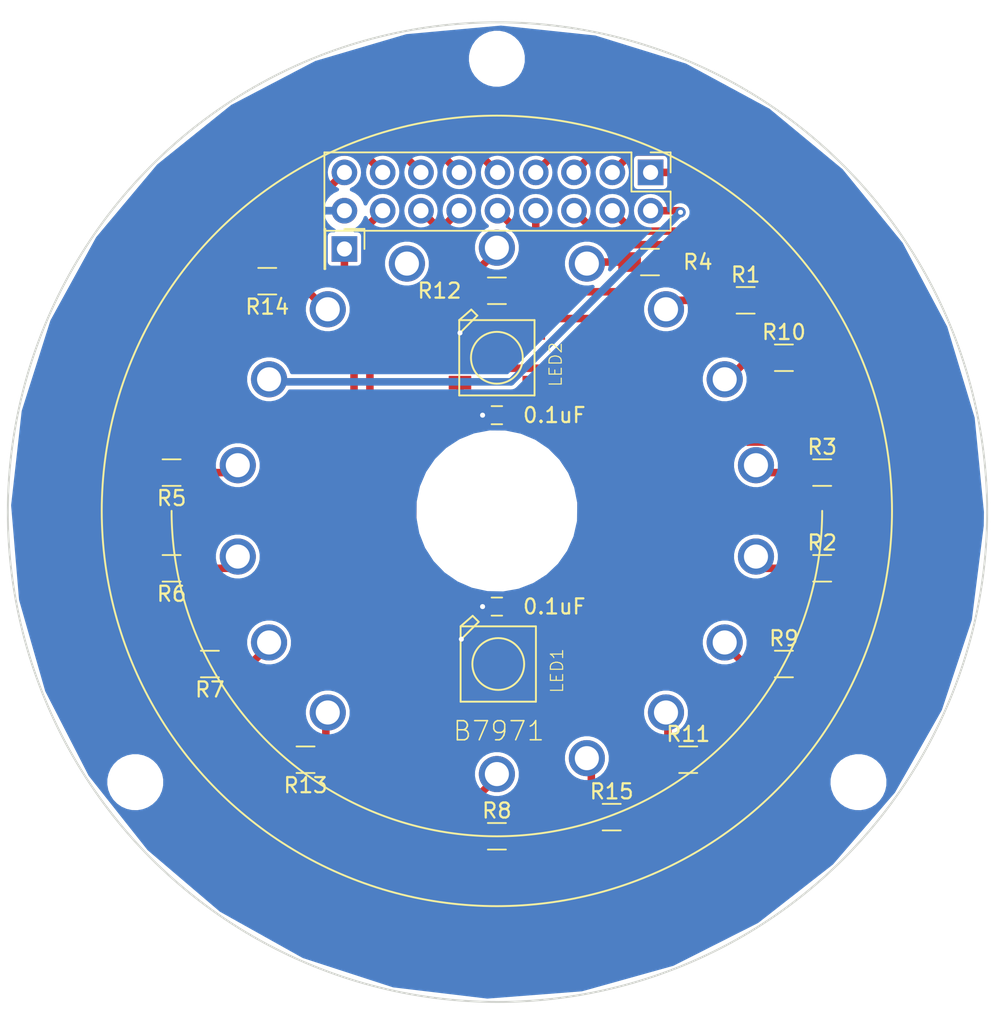
<source format=kicad_pcb>
(kicad_pcb (version 4) (host pcbnew 4.0.7)

  (general
    (links 41)
    (no_connects 0)
    (area 122.368057 84.5184 197.590343 153.360001)
    (thickness 1.6002)
    (drawings 2)
    (tracks 155)
    (zones 0)
    (modules 26)
    (nets 37)
  )

  (page USLetter)
  (layers
    (0 F.Cu signal)
    (31 B.Cu signal)
    (34 B.Paste user)
    (35 F.Paste user)
    (36 B.SilkS user)
    (37 F.SilkS user)
    (38 B.Mask user)
    (39 F.Mask user)
    (44 Edge.Cuts user)
  )

  (setup
    (last_trace_width 0.5)
    (user_trace_width 0.1524)
    (user_trace_width 0.2)
    (user_trace_width 0.25)
    (user_trace_width 0.3)
    (user_trace_width 0.4)
    (user_trace_width 0.5)
    (user_trace_width 0.6)
    (user_trace_width 0.8)
    (trace_clearance 0.254)
    (zone_clearance 0.1524)
    (zone_45_only no)
    (trace_min 0.1524)
    (segment_width 0.127)
    (edge_width 0.127)
    (via_size 0.6858)
    (via_drill 0.3302)
    (via_min_size 0.6858)
    (via_min_drill 0.3302)
    (uvia_size 0.508)
    (uvia_drill 0.127)
    (uvias_allowed no)
    (uvia_min_size 0.508)
    (uvia_min_drill 0.127)
    (pcb_text_width 0.127)
    (pcb_text_size 0.6 0.6)
    (mod_edge_width 0.127)
    (mod_text_size 0.6 0.6)
    (mod_text_width 0.127)
    (pad_size 1.524 1.524)
    (pad_drill 0.762)
    (pad_to_mask_clearance 0.05)
    (pad_to_paste_clearance -0.04)
    (aux_axis_origin 0 0)
    (grid_origin 159.9792 119.2974)
    (visible_elements 7FFFFF7F)
    (pcbplotparams
      (layerselection 0x3ffff_80000001)
      (usegerberextensions true)
      (usegerberattributes true)
      (excludeedgelayer true)
      (linewidth 0.127000)
      (plotframeref false)
      (viasonmask false)
      (mode 1)
      (useauxorigin false)
      (hpglpennumber 1)
      (hpglpenspeed 20)
      (hpglpendiameter 15)
      (hpglpenoverlay 2)
      (psnegative false)
      (psa4output false)
      (plotreference true)
      (plotvalue true)
      (plotinvisibletext false)
      (padsonsilk false)
      (subtractmaskfromsilk false)
      (outputformat 1)
      (mirror false)
      (drillshape 0)
      (scaleselection 1)
      (outputdirectory CAM/))
  )

  (net 0 "")
  (net 1 +5V)
  (net 2 GND)
  (net 3 /Anode)
  (net 4 /Din)
  (net 5 /HV6)
  (net 6 /HV5)
  (net 7 /HV10)
  (net 8 /HV4)
  (net 9 /HV9)
  (net 10 /HV3)
  (net 11 /HV8)
  (net 12 /HV2)
  (net 13 /HV7)
  (net 14 /HV1)
  (net 15 "Net-(LED1-Pad2-DO)")
  (net 16 "Net-(LED2-Pad2-DO)")
  (net 17 /HV15)
  (net 18 /HV12)
  (net 19 /HV11)
  (net 20 /HV14)
  (net 21 /HV13)
  (net 22 "Net-(NX1-PadP$1)")
  (net 23 "Net-(NX1-PadP$2)")
  (net 24 "Net-(NX1-PadP$3)")
  (net 25 "Net-(NX1-PadP$4)")
  (net 26 "Net-(NX1-PadP$5)")
  (net 27 "Net-(NX1-PadP$6)")
  (net 28 "Net-(NX1-PadP$7)")
  (net 29 "Net-(NX1-PadP$8)")
  (net 30 "Net-(NX1-PadP$9)")
  (net 31 "Net-(NX1-PadP$10)")
  (net 32 "Net-(NX1-PadP$12)")
  (net 33 "Net-(NX1-PadP$14)")
  (net 34 "Net-(NX1-PadP$15)")
  (net 35 "Net-(NX1-PadP$16)")
  (net 36 "Net-(NX1-PadP$17)")

  (net_class Default "Imperial - this is the standard class"
    (clearance 0.254)
    (trace_width 0.254)
    (via_dia 0.6858)
    (via_drill 0.3302)
    (uvia_dia 0.508)
    (uvia_drill 0.127)
    (add_net +5V)
    (add_net /Anode)
    (add_net /Din)
    (add_net /HV1)
    (add_net /HV10)
    (add_net /HV11)
    (add_net /HV12)
    (add_net /HV13)
    (add_net /HV14)
    (add_net /HV15)
    (add_net /HV2)
    (add_net /HV3)
    (add_net /HV4)
    (add_net /HV5)
    (add_net /HV6)
    (add_net /HV7)
    (add_net /HV8)
    (add_net /HV9)
    (add_net GND)
    (add_net "Net-(LED1-Pad2-DO)")
    (add_net "Net-(LED2-Pad2-DO)")
    (add_net "Net-(NX1-PadP$1)")
    (add_net "Net-(NX1-PadP$10)")
    (add_net "Net-(NX1-PadP$12)")
    (add_net "Net-(NX1-PadP$14)")
    (add_net "Net-(NX1-PadP$15)")
    (add_net "Net-(NX1-PadP$16)")
    (add_net "Net-(NX1-PadP$17)")
    (add_net "Net-(NX1-PadP$2)")
    (add_net "Net-(NX1-PadP$3)")
    (add_net "Net-(NX1-PadP$4)")
    (add_net "Net-(NX1-PadP$5)")
    (add_net "Net-(NX1-PadP$6)")
    (add_net "Net-(NX1-PadP$7)")
    (add_net "Net-(NX1-PadP$8)")
    (add_net "Net-(NX1-PadP$9)")
  )

  (net_class 0.2mm ""
    (clearance 0.2)
    (trace_width 0.2)
    (via_dia 0.6858)
    (via_drill 0.3302)
    (uvia_dia 0.508)
    (uvia_drill 0.127)
  )

  (net_class Minimal ""
    (clearance 0.1524)
    (trace_width 0.1524)
    (via_dia 0.6858)
    (via_drill 0.3302)
    (uvia_dia 0.508)
    (uvia_drill 0.127)
  )

  (module logos:mermaid_l (layer B.Cu) (tedit 0) (tstamp 5AA1E526)
    (at 162.9792 142.3774 180)
    (fp_text reference G*** (at 0 0 180) (layer B.SilkS) hide
      (effects (font (thickness 0.3)) (justify mirror))
    )
    (fp_text value LOGO (at 0.75 0 180) (layer B.SilkS) hide
      (effects (font (thickness 0.3)) (justify mirror))
    )
    (fp_poly (pts (xy 0.016811 3.773536) (xy 0.035492 3.771585) (xy 0.039687 3.770741) (xy 0.079417 3.757244)
      (xy 0.111324 3.737775) (xy 0.124832 3.725513) (xy 0.142677 3.704599) (xy 0.153161 3.684612)
      (xy 0.15793 3.661447) (xy 0.15875 3.64097) (xy 0.158058 3.61993) (xy 0.155124 3.604749)
      (xy 0.148654 3.590748) (xy 0.141938 3.580059) (xy 0.122141 3.557766) (xy 0.098998 3.544256)
      (xy 0.074141 3.539962) (xy 0.049199 3.545313) (xy 0.036501 3.55221) (xy 0.025568 3.560763)
      (xy 0.019906 3.570026) (xy 0.017449 3.584153) (xy 0.016932 3.59157) (xy 0.016648 3.608477)
      (xy 0.018904 3.618133) (xy 0.024587 3.623743) (xy 0.026084 3.624592) (xy 0.039465 3.627784)
      (xy 0.050441 3.626922) (xy 0.059967 3.622881) (xy 0.061919 3.615123) (xy 0.060823 3.608777)
      (xy 0.060289 3.596153) (xy 0.064906 3.590901) (xy 0.073078 3.592235) (xy 0.083211 3.599369)
      (xy 0.093713 3.61152) (xy 0.102989 3.6279) (xy 0.103896 3.629997) (xy 0.108418 3.643365)
      (xy 0.108287 3.6547) (xy 0.103467 3.669685) (xy 0.087643 3.698859) (xy 0.064252 3.721926)
      (xy 0.050164 3.731216) (xy 0.036916 3.737802) (xy 0.022748 3.741623) (xy 0.004134 3.743365)
      (xy -0.014288 3.743716) (xy -0.040147 3.742911) (xy -0.057394 3.740394) (xy -0.064294 3.73724)
      (xy -0.073648 3.731439) (xy -0.077728 3.730626) (xy -0.088165 3.726605) (xy -0.102163 3.716065)
      (xy -0.117406 3.701291) (xy -0.131579 3.684564) (xy -0.142367 3.668169) (xy -0.143717 3.665542)
      (xy -0.151883 3.648712) (xy -0.159332 3.633251) (xy -0.163088 3.620111) (xy -0.165384 3.598867)
      (xy -0.16631 3.568514) (xy -0.166318 3.553876) (xy -0.166026 3.5265) (xy -0.165145 3.506715)
      (xy -0.163111 3.491529) (xy -0.159359 3.477949) (xy -0.153324 3.462983) (xy -0.14625 3.447521)
      (xy -0.121753 3.405235) (xy -0.0903 3.36927) (xy -0.051325 3.33924) (xy -0.004264 3.314759)
      (xy 0.051447 3.295441) (xy 0.089958 3.28602) (xy 0.119366 3.282227) (xy 0.156195 3.281263)
      (xy 0.197719 3.282946) (xy 0.241212 3.28709) (xy 0.283951 3.293513) (xy 0.321687 3.301638)
      (xy 0.342155 3.307861) (xy 0.360849 3.315263) (xy 0.376278 3.322945) (xy 0.386953 3.330006)
      (xy 0.391385 3.335547) (xy 0.388082 3.338667) (xy 0.383597 3.339042) (xy 0.373649 3.342219)
      (xy 0.357833 3.350734) (xy 0.338335 3.36306) (xy 0.317344 3.377673) (xy 0.297047 3.393046)
      (xy 0.279632 3.407655) (xy 0.267286 3.419973) (xy 0.26692 3.420407) (xy 0.246827 3.446164)
      (xy 0.232225 3.469838) (xy 0.221889 3.494463) (xy 0.214597 3.523071) (xy 0.209127 3.558694)
      (xy 0.208269 3.565849) (xy 0.208225 3.599519) (xy 0.214696 3.635439) (xy 0.226608 3.670269)
      (xy 0.242885 3.700666) (xy 0.257355 3.718587) (xy 0.284712 3.739246) (xy 0.316451 3.752322)
      (xy 0.350326 3.757709) (xy 0.384089 3.755304) (xy 0.415495 3.745003) (xy 0.441854 3.727116)
      (xy 0.456743 3.708989) (xy 0.464158 3.687733) (xy 0.465666 3.667574) (xy 0.46447 3.649678)
      (xy 0.459418 3.636679) (xy 0.44831 3.623019) (xy 0.447843 3.622523) (xy 0.432662 3.60928)
      (xy 0.418526 3.60395) (xy 0.413448 3.603625) (xy 0.394908 3.608269) (xy 0.381565 3.620647)
      (xy 0.375782 3.638431) (xy 0.375708 3.640833) (xy 0.378805 3.655072) (xy 0.386689 3.660815)
      (xy 0.397247 3.657238) (xy 0.40302 3.65151) (xy 0.411119 3.643576) (xy 0.417703 3.64383)
      (xy 0.420717 3.645984) (xy 0.426691 3.656909) (xy 0.428309 3.673525) (xy 0.425542 3.691863)
      (xy 0.421138 3.703294) (xy 0.410709 3.716673) (xy 0.399156 3.725521) (xy 0.381042 3.731036)
      (xy 0.358057 3.732598) (xy 0.335132 3.730244) (xy 0.318905 3.724949) (xy 0.298369 3.711409)
      (xy 0.278961 3.693672) (xy 0.264484 3.675356) (xy 0.26187 3.670693) (xy 0.258107 3.658302)
      (xy 0.255508 3.640465) (xy 0.254155 3.620218) (xy 0.254128 3.6006) (xy 0.25551 3.584648)
      (xy 0.258381 3.5754) (xy 0.259291 3.574521) (xy 0.263387 3.567227) (xy 0.264583 3.558334)
      (xy 0.266434 3.54854) (xy 0.269875 3.545417) (xy 0.274956 3.541344) (xy 0.275166 3.539772)
      (xy 0.278369 3.532005) (xy 0.286651 3.519125) (xy 0.298022 3.503894) (xy 0.310492 3.489074)
      (xy 0.315691 3.483521) (xy 0.332808 3.469181) (xy 0.356966 3.453086) (xy 0.385192 3.436898)
      (xy 0.41451 3.422278) (xy 0.441945 3.410886) (xy 0.451563 3.407656) (xy 0.513508 3.39253)
      (xy 0.572008 3.386659) (xy 0.6285 3.390216) (xy 0.684423 3.403376) (xy 0.741216 3.42631)
      (xy 0.78052 3.447259) (xy 0.817352 3.46804) (xy 0.848125 3.483558) (xy 0.875501 3.494552)
      (xy 0.902139 3.501759) (xy 0.9307 3.505917) (xy 0.963843 3.507764) (xy 0.999762 3.50806)
      (xy 1.029829 3.507596) (xy 1.058475 3.506543) (xy 1.08289 3.505047) (xy 1.100268 3.50325)
      (xy 1.103312 3.502746) (xy 1.124251 3.498943) (xy 1.148566 3.494739) (xy 1.16152 3.492588)
      (xy 1.183437 3.488718) (xy 1.205109 3.484407) (xy 1.21576 3.482026) (xy 1.242534 3.475574)
      (xy 1.261268 3.470981) (xy 1.27422 3.467665) (xy 1.283649 3.465044) (xy 1.29181 3.462534)
      (xy 1.293812 3.46189) (xy 1.330054 3.447173) (xy 1.362613 3.428217) (xy 1.390124 3.406284)
      (xy 1.411222 3.382636) (xy 1.42454 3.358536) (xy 1.428749 3.337087) (xy 1.430965 3.31796)
      (xy 1.436932 3.293293) (xy 1.445634 3.266996) (xy 1.4496 3.257021) (xy 1.460028 3.223921)
      (xy 1.465344 3.188889) (xy 1.465701 3.173183) (xy 1.465206 3.152449) (xy 1.465622 3.140318)
      (xy 1.467505 3.134815) (xy 1.471411 3.133966) (xy 1.476375 3.135313) (xy 1.485246 3.136563)
      (xy 1.485546 3.132317) (xy 1.477379 3.123141) (xy 1.473497 3.119686) (xy 1.464568 3.110292)
      (xy 1.463129 3.101507) (xy 1.465406 3.093994) (xy 1.472998 3.082438) (xy 1.485846 3.06985)
      (xy 1.491895 3.065257) (xy 1.507592 3.051442) (xy 1.513053 3.038041) (xy 1.508312 3.023896)
      (xy 1.493572 3.007997) (xy 1.481954 2.996879) (xy 1.477871 2.989625) (xy 1.480148 2.984092)
      (xy 1.480343 2.983889) (xy 1.48489 2.973373) (xy 1.486712 2.956585) (xy 1.485771 2.93749)
      (xy 1.482027 2.920051) (xy 1.481007 2.917281) (xy 1.468042 2.883178) (xy 1.459777 2.85676)
      (xy 1.455764 2.836468) (xy 1.455208 2.827306) (xy 1.451635 2.812089) (xy 1.440656 2.801224)
      (xy 1.433744 2.797314) (xy 1.425278 2.794661) (xy 1.41333 2.793085) (xy 1.395971 2.79241)
      (xy 1.371273 2.792457) (xy 1.349375 2.792809) (xy 1.31873 2.793255) (xy 1.296659 2.793112)
      (xy 1.281157 2.792186) (xy 1.270221 2.790279) (xy 1.261849 2.787196) (xy 1.255447 2.783626)
      (xy 1.244268 2.774775) (xy 1.238474 2.766405) (xy 1.23825 2.764974) (xy 1.235863 2.757876)
      (xy 1.233805 2.756959) (xy 1.229201 2.752098) (xy 1.223916 2.739092) (xy 1.218503 2.720308)
      (xy 1.213515 2.698112) (xy 1.209506 2.674871) (xy 1.207028 2.652951) (xy 1.2065 2.640132)
      (xy 1.207874 2.614203) (xy 1.211589 2.582523) (xy 1.217032 2.549504) (xy 1.222776 2.522803)
      (xy 1.235661 2.473043) (xy 1.247332 2.433315) (xy 1.257929 2.403156) (xy 1.259293 2.399771)
      (xy 1.264013 2.387513) (xy 1.269636 2.371955) (xy 1.270086 2.370667) (xy 1.278721 2.347809)
      (xy 1.289907 2.322021) (xy 1.304888 2.290463) (xy 1.308378 2.283355) (xy 1.317963 2.259043)
      (xy 1.323702 2.234224) (xy 1.325348 2.211548) (xy 1.322652 2.19366) (xy 1.317561 2.184909)
      (xy 1.307186 2.176016) (xy 1.292853 2.165074) (xy 1.277255 2.153968) (xy 1.263087 2.144581)
      (xy 1.253044 2.138797) (xy 1.250232 2.137834) (xy 1.242386 2.13401) (xy 1.231208 2.124466)
      (xy 1.219519 2.11209) (xy 1.21014 2.099773) (xy 1.206613 2.093154) (xy 1.204218 2.073293)
      (xy 1.210459 2.048342) (xy 1.211685 2.04523) (xy 1.220793 2.023791) (xy 1.23213 1.998543)
      (xy 1.244765 1.971403) (xy 1.257766 1.944284) (xy 1.270202 1.9191) (xy 1.281142 1.897767)
      (xy 1.289653 1.882198) (xy 1.294804 1.874308) (xy 1.294911 1.874195) (xy 1.300737 1.866426)
      (xy 1.30175 1.863411) (xy 1.305702 1.855954) (xy 1.316422 1.843726) (xy 1.332206 1.828296)
      (xy 1.351351 1.811235) (xy 1.372151 1.794113) (xy 1.392903 1.778501) (xy 1.397 1.775628)
      (xy 1.412481 1.764474) (xy 1.432822 1.749179) (xy 1.456251 1.731147) (xy 1.480994 1.711783)
      (xy 1.505277 1.692489) (xy 1.527327 1.674669) (xy 1.54537 1.659728) (xy 1.557633 1.649068)
      (xy 1.561041 1.645785) (xy 1.566531 1.641261) (xy 1.577559 1.632846) (xy 1.584854 1.62743)
      (xy 1.599074 1.616479) (xy 1.610642 1.606732) (xy 1.613958 1.603563) (xy 1.621166 1.597319)
      (xy 1.63503 1.586326) (xy 1.653625 1.57203) (xy 1.675029 1.555881) (xy 1.697317 1.539326)
      (xy 1.718566 1.523814) (xy 1.736854 1.510793) (xy 1.740958 1.507944) (xy 1.75542 1.497422)
      (xy 1.767734 1.487559) (xy 1.769672 1.48584) (xy 1.781335 1.477351) (xy 1.789516 1.473434)
      (xy 1.797549 1.469117) (xy 1.799166 1.466423) (xy 1.803588 1.462135) (xy 1.814535 1.456503)
      (xy 1.817687 1.455209) (xy 1.829662 1.449593) (xy 1.835937 1.444862) (xy 1.836208 1.4441)
      (xy 1.840779 1.440501) (xy 1.852852 1.434525) (xy 1.869967 1.42737) (xy 1.872824 1.426267)
      (xy 1.88894 1.420424) (xy 1.902804 1.416562) (xy 1.917198 1.414357) (xy 1.934907 1.413483)
      (xy 1.958714 1.413615) (xy 1.977334 1.414048) (xy 2.011477 1.415666) (xy 2.050591 1.418652)
      (xy 2.089221 1.422539) (xy 2.114726 1.425785) (xy 2.14488 1.42989) (xy 2.16751 1.432256)
      (xy 2.18552 1.432964) (xy 2.201812 1.432095) (xy 2.219288 1.429731) (xy 2.224528 1.428856)
      (xy 2.245404 1.424861) (xy 2.257747 1.421152) (xy 2.263552 1.416902) (xy 2.264833 1.412127)
      (xy 2.263508 1.406717) (xy 2.257986 1.403732) (xy 2.245944 1.402491) (xy 2.231409 1.402292)
      (xy 2.207764 1.401303) (xy 2.182238 1.398663) (xy 2.158033 1.394866) (xy 2.138355 1.390404)
      (xy 2.12725 1.386276) (xy 2.123304 1.383434) (xy 2.123829 1.381057) (xy 2.130164 1.378752)
      (xy 2.143652 1.376125) (xy 2.165634 1.37278) (xy 2.180166 1.370725) (xy 2.208747 1.366286)
      (xy 2.230983 1.361492) (xy 2.251087 1.355226) (xy 2.27327 1.34637) (xy 2.275416 1.345449)
      (xy 2.291879 1.337058) (xy 2.307873 1.326809) (xy 2.32072 1.316668) (xy 2.327745 1.308602)
      (xy 2.328333 1.306591) (xy 2.323743 1.304335) (xy 2.312281 1.304011) (xy 2.297402 1.305252)
      (xy 2.282566 1.307694) (xy 2.271229 1.31097) (xy 2.267743 1.312991) (xy 2.258675 1.31683)
      (xy 2.251604 1.317626) (xy 2.239817 1.320172) (xy 2.234786 1.323331) (xy 2.225761 1.326846)
      (xy 2.213884 1.326984) (xy 2.204136 1.325219) (xy 2.204029 1.323129) (xy 2.20927 1.320799)
      (xy 2.23606 1.310129) (xy 2.25511 1.301894) (xy 2.268643 1.294964) (xy 2.278885 1.288209)
      (xy 2.287322 1.281169) (xy 2.296853 1.2715) (xy 2.301715 1.264499) (xy 2.301875 1.263719)
      (xy 2.297454 1.259587) (xy 2.285098 1.260225) (xy 2.266162 1.265338) (xy 2.242005 1.274631)
      (xy 2.232778 1.27872) (xy 2.210862 1.287938) (xy 2.195226 1.292907) (xy 2.186673 1.293593)
      (xy 2.186011 1.289959) (xy 2.194044 1.28197) (xy 2.19612 1.28034) (xy 2.207237 1.273141)
      (xy 2.215319 1.270118) (xy 2.221801 1.265714) (xy 2.226876 1.256324) (xy 2.227791 1.251047)
      (xy 2.223516 1.248302) (xy 2.212505 1.249392) (xy 2.197482 1.253408) (xy 2.181171 1.259436)
      (xy 2.166296 1.266566) (xy 2.15558 1.273887) (xy 2.153708 1.275833) (xy 2.146702 1.280288)
      (xy 2.132687 1.286789) (xy 2.114695 1.294037) (xy 2.095756 1.300732) (xy 2.095124 1.300937)
      (xy 2.07869 1.304461) (xy 2.057774 1.306667) (xy 2.046312 1.307042) (xy 2.028903 1.306558)
      (xy 2.018807 1.304253) (xy 2.012768 1.298853) (xy 2.009183 1.29249) (xy 2.005287 1.278785)
      (xy 2.008579 1.265874) (xy 2.019902 1.252443) (xy 2.040101 1.237179) (xy 2.048014 1.232048)
      (xy 2.069352 1.218173) (xy 2.083328 1.207722) (xy 2.091758 1.198848) (xy 2.096459 1.189706)
      (xy 2.098878 1.180349) (xy 2.099775 1.168122) (xy 2.095521 1.163627) (xy 2.094838 1.16354)
      (xy 2.077123 1.165005) (xy 2.064663 1.173081) (xy 2.054291 1.180457) (xy 2.036679 1.190046)
      (xy 2.014573 1.20055) (xy 1.990717 1.210671) (xy 1.967857 1.219114) (xy 1.965854 1.219776)
      (xy 1.928101 1.233609) (xy 1.898307 1.248381) (xy 1.87387 1.26573) (xy 1.852189 1.287294)
      (xy 1.844908 1.29597) (xy 1.82922 1.314316) (xy 1.813605 1.330793) (xy 1.80082 1.342542)
      (xy 1.797992 1.344686) (xy 1.786309 1.353213) (xy 1.778836 1.359346) (xy 1.778 1.360236)
      (xy 1.771224 1.365606) (xy 1.75693 1.374794) (xy 1.736985 1.386729) (xy 1.713259 1.400343)
      (xy 1.687619 1.414565) (xy 1.661936 1.428326) (xy 1.638076 1.440557) (xy 1.635125 1.442019)
      (xy 1.587553 1.46584) (xy 1.546283 1.487396) (xy 1.507857 1.50852) (xy 1.481666 1.52353)
      (xy 1.464862 1.532936) (xy 1.450648 1.540248) (xy 1.443302 1.543429) (xy 1.435482 1.548118)
      (xy 1.434041 1.551076) (xy 1.429946 1.555562) (xy 1.42835 1.55575) (xy 1.421455 1.558368)
      (xy 1.407463 1.565519) (xy 1.388265 1.576151) (xy 1.365753 1.589212) (xy 1.341819 1.60365)
      (xy 1.338081 1.605957) (xy 1.328838 1.611626) (xy 1.314356 1.620452) (xy 1.303686 1.626934)
      (xy 1.289183 1.635949) (xy 1.278713 1.64286) (xy 1.275291 1.645485) (xy 1.269816 1.650117)
      (xy 1.258818 1.65865) (xy 1.251479 1.66417) (xy 1.234056 1.677274) (xy 1.220686 1.687881)
      (xy 1.208649 1.698391) (xy 1.195222 1.711206) (xy 1.177684 1.728725) (xy 1.173427 1.733021)
      (xy 1.154691 1.753203) (xy 1.136473 1.774958) (xy 1.121826 1.794574) (xy 1.117957 1.80049)
      (xy 1.107458 1.815879) (xy 1.098096 1.826821) (xy 1.091977 1.830917) (xy 1.085418 1.828569)
      (xy 1.084785 1.826948) (xy 1.081627 1.820717) (xy 1.073818 1.810294) (xy 1.071556 1.807605)
      (xy 1.063024 1.796859) (xy 1.058535 1.789598) (xy 1.058333 1.788759) (xy 1.055116 1.78268)
      (xy 1.048847 1.77503) (xy 1.038358 1.760344) (xy 1.026121 1.737991) (xy 1.013216 1.710506)
      (xy 1.00072 1.680421) (xy 0.989714 1.650268) (xy 0.981275 1.622581) (xy 0.977986 1.608667)
      (xy 0.968972 1.562362) (xy 0.962328 1.523365) (xy 0.95779 1.488735) (xy 0.955093 1.45553)
      (xy 0.953972 1.420809) (xy 0.954162 1.38163) (xy 0.954874 1.352021) (xy 0.955956 1.318336)
      (xy 0.957154 1.287144) (xy 0.958377 1.260422) (xy 0.959534 1.240144) (xy 0.960534 1.228284)
      (xy 0.960617 1.227667) (xy 0.961429 1.217554) (xy 0.962358 1.198447) (xy 0.96335 1.171939)
      (xy 0.964353 1.139617) (xy 0.96531 1.103071) (xy 0.96617 1.063891) (xy 0.966176 1.063625)
      (xy 0.966988 1.016579) (xy 0.967314 0.977779) (xy 0.967075 0.9449) (xy 0.96619 0.915612)
      (xy 0.964579 0.887587) (xy 0.962164 0.858498) (xy 0.958863 0.826017) (xy 0.95765 0.814917)
      (xy 0.951084 0.75682) (xy 0.945176 0.707679) (xy 0.939682 0.665903) (xy 0.934356 0.629902)
      (xy 0.928956 0.598088) (xy 0.923235 0.56887) (xy 0.916949 0.54066) (xy 0.912885 0.523875)
      (xy 0.906794 0.498662) (xy 0.901413 0.475129) (xy 0.897462 0.456489) (xy 0.895973 0.44834)
      (xy 0.892856 0.434708) (xy 0.889085 0.426281) (xy 0.888285 0.425538) (xy 0.884592 0.418555)
      (xy 0.883669 0.411115) (xy 0.882028 0.401383) (xy 0.877635 0.38436) (xy 0.871226 0.362746)
      (xy 0.866028 0.346605) (xy 0.857767 0.321534) (xy 0.84996 0.297435) (xy 0.843739 0.277819)
      (xy 0.841302 0.269875) (xy 0.836378 0.25453) (xy 0.832191 0.243342) (xy 0.830942 0.240771)
      (xy 0.827336 0.232696) (xy 0.822295 0.21902) (xy 0.820702 0.214313) (xy 0.81395 0.195276)
      (xy 0.806669 0.176625) (xy 0.80583 0.174625) (xy 0.798972 0.158321) (xy 0.792944 0.14374)
      (xy 0.792593 0.142875) (xy 0.786649 0.129107) (xy 0.782549 0.120458) (xy 0.778574 0.110063)
      (xy 0.777875 0.105842) (xy 0.775639 0.099184) (xy 0.769428 0.084596) (xy 0.759982 0.063622)
      (xy 0.748042 0.037806) (xy 0.734349 0.008691) (xy 0.719644 -0.022178) (xy 0.704668 -0.053257)
      (xy 0.690162 -0.083002) (xy 0.676867 -0.10987) (xy 0.665523 -0.132316) (xy 0.656873 -0.148797)
      (xy 0.651656 -0.157769) (xy 0.650888 -0.15875) (xy 0.64704 -0.164585) (xy 0.640139 -0.176579)
      (xy 0.635415 -0.185208) (xy 0.622667 -0.207639) (xy 0.605809 -0.235506) (xy 0.586295 -0.266573)
      (xy 0.565581 -0.298607) (xy 0.545121 -0.329373) (xy 0.52637 -0.356639) (xy 0.510784 -0.378168)
      (xy 0.504464 -0.386291) (xy 0.49882 -0.393433) (xy 0.48822 -0.406992) (xy 0.474188 -0.425014)
      (xy 0.458423 -0.445321) (xy 0.386268 -0.531586) (xy 0.305323 -0.615902) (xy 0.217382 -0.696433)
      (xy 0.193138 -0.716902) (xy 0.177764 -0.729736) (xy 0.165728 -0.739925) (xy 0.159212 -0.745619)
      (xy 0.15875 -0.74607) (xy 0.15364 -0.750212) (xy 0.141905 -0.75919) (xy 0.125441 -0.771566)
      (xy 0.111125 -0.782215) (xy 0.091503 -0.796811) (xy 0.074346 -0.809688) (xy 0.061903 -0.819151)
      (xy 0.057234 -0.822811) (xy 0.046348 -0.830914) (xy 0.033422 -0.839659) (xy 0.019429 -0.849492)
      (xy 0.008262 -0.85853) (xy -0.00115 -0.865562) (xy -0.006772 -0.867833) (xy -0.013177 -0.871028)
      (xy -0.024494 -0.879231) (xy -0.033185 -0.886354) (xy -0.046046 -0.896711) (xy -0.055853 -0.903433)
      (xy -0.059243 -0.904875) (xy -0.065136 -0.907527) (xy -0.076973 -0.9143) (xy -0.09191 -0.923419)
      (xy -0.107104 -0.933106) (xy -0.119711 -0.941585) (xy -0.126887 -0.947081) (xy -0.127 -0.947193)
      (xy -0.133129 -0.951521) (xy -0.142875 -0.957378) (xy -0.152011 -0.962765) (xy -0.168175 -0.972485)
      (xy -0.189376 -0.985333) (xy -0.213623 -1.000104) (xy -0.223801 -1.006326) (xy -0.247553 -1.020777)
      (xy -0.267952 -1.033032) (xy -0.283378 -1.04213) (xy -0.292207 -1.047106) (xy -0.293632 -1.04775)
      (xy -0.298902 -1.050229) (xy -0.310818 -1.056768) (xy -0.326931 -1.066017) (xy -0.328991 -1.067222)
      (xy -0.356603 -1.083148) (xy -0.386048 -1.099703) (xy -0.414493 -1.115327) (xy -0.439106 -1.128464)
      (xy -0.455084 -1.136599) (xy -0.467632 -1.14309) (xy -0.475484 -1.147821) (xy -0.47625 -1.148468)
      (xy -0.481786 -1.151903) (xy -0.494692 -1.158989) (xy -0.512891 -1.168607) (xy -0.529167 -1.177013)
      (xy -0.578322 -1.202179) (xy -0.622845 -1.225001) (xy -0.661951 -1.245075) (xy -0.694854 -1.261998)
      (xy -0.720769 -1.275365) (xy -0.73891 -1.284772) (xy -0.748492 -1.289816) (xy -0.748968 -1.290075)
      (xy -0.758048 -1.294813) (xy -0.773987 -1.302904) (xy -0.794153 -1.313017) (xy -0.80698 -1.3194)
      (xy -0.881231 -1.35675) (xy -0.94652 -1.390707) (xy -1.003734 -1.421745) (xy -1.05376 -1.450342)
      (xy -1.076855 -1.464177) (xy -1.090458 -1.471801) (xy -1.098021 -1.475597) (xy -1.105412 -1.479911)
      (xy -1.119579 -1.488876) (xy -1.138874 -1.501392) (xy -1.161647 -1.516359) (xy -1.18625 -1.532677)
      (xy -1.211035 -1.549246) (xy -1.234352 -1.564966) (xy -1.254552 -1.578737) (xy -1.269988 -1.58946)
      (xy -1.279009 -1.596033) (xy -1.280584 -1.5974) (xy -1.28583 -1.602217) (xy -1.296881 -1.611472)
      (xy -1.309688 -1.621833) (xy -1.369914 -1.675393) (xy -1.421218 -1.732685) (xy -1.463288 -1.79318)
      (xy -1.495811 -1.856346) (xy -1.518476 -1.921651) (xy -1.530971 -1.988566) (xy -1.532115 -2.00072)
      (xy -1.533533 -2.021291) (xy -1.533389 -2.03401) (xy -1.531178 -2.041555) (xy -1.526396 -2.046606)
      (xy -1.523028 -2.048937) (xy -1.508982 -2.055507) (xy -1.492365 -2.060056) (xy -1.492229 -2.060079)
      (xy -1.452691 -2.067475) (xy -1.418964 -2.075738) (xy -1.394355 -2.083271) (xy -1.372487 -2.090356)
      (xy -1.346337 -2.098616) (xy -1.322917 -2.10585) (xy -1.302468 -2.112199) (xy -1.284909 -2.117877)
      (xy -1.273608 -2.12179) (xy -1.272646 -2.122164) (xy -1.262724 -2.125949) (xy -1.246121 -2.132103)
      (xy -1.226116 -2.139411) (xy -1.222375 -2.140766) (xy -1.203039 -2.148094) (xy -1.187481 -2.154598)
      (xy -1.178496 -2.159093) (xy -1.177661 -2.159711) (xy -1.168071 -2.163984) (xy -1.164987 -2.164291)
      (xy -1.156849 -2.166561) (xy -1.141251 -2.172762) (xy -1.120145 -2.181983) (xy -1.095482 -2.193313)
      (xy -1.069213 -2.20584) (xy -1.043289 -2.218653) (xy -1.019661 -2.230841) (xy -1.002771 -2.240067)
      (xy -0.979183 -2.253619) (xy -0.954406 -2.268128) (xy -0.930964 -2.28209) (xy -0.911386 -2.293997)
      (xy -0.898196 -2.302344) (xy -0.897227 -2.302991) (xy -0.84537 -2.340492) (xy -0.792658 -2.383257)
      (xy -0.741528 -2.42907) (xy -0.694416 -2.475712) (xy -0.653759 -2.520968) (xy -0.642579 -2.534708)
      (xy -0.628634 -2.552018) (xy -0.616971 -2.565902) (xy -0.609232 -2.574434) (xy -0.607219 -2.576159)
      (xy -0.603295 -2.582213) (xy -0.60325 -2.582995) (xy -0.599953 -2.59017) (xy -0.592419 -2.599694)
      (xy -0.584795 -2.609595) (xy -0.573492 -2.626331) (xy -0.559985 -2.647494) (xy -0.545751 -2.670677)
      (xy -0.532266 -2.693472) (xy -0.521004 -2.713471) (xy -0.513442 -2.728265) (xy -0.512956 -2.729342)
      (xy -0.506925 -2.740667) (xy -0.501953 -2.746251) (xy -0.501417 -2.746375) (xy -0.497764 -2.750622)
      (xy -0.497417 -2.753524) (xy -0.495063 -2.76201) (xy -0.489037 -2.775934) (xy -0.484188 -2.785554)
      (xy -0.476676 -2.800966) (xy -0.471883 -2.81327) (xy -0.470959 -2.817651) (xy -0.468504 -2.82541)
      (xy -0.46699 -2.826631) (xy -0.463351 -2.832354) (xy -0.457475 -2.846051) (xy -0.450118 -2.865545)
      (xy -0.442034 -2.888659) (xy -0.433976 -2.913215) (xy -0.4267 -2.937036) (xy -0.420958 -2.957944)
      (xy -0.419645 -2.963333) (xy -0.414816 -2.982772) (xy -0.410227 -2.999259) (xy -0.40721 -3.008312)
      (xy -0.403349 -3.020934) (xy -0.400065 -3.036847) (xy -0.399977 -3.037416) (xy -0.397973 -3.049953)
      (xy -0.394675 -3.070065) (xy -0.390554 -3.094892) (xy -0.386442 -3.119437) (xy -0.382507 -3.145522)
      (xy -0.379552 -3.172135) (xy -0.377442 -3.20146) (xy -0.376041 -3.23568) (xy -0.375217 -3.276977)
      (xy -0.374941 -3.306237) (xy -0.374907 -3.341428) (xy -0.375253 -3.373114) (xy -0.375932 -3.399753)
      (xy -0.376895 -3.4198) (xy -0.378095 -3.431711) (xy -0.378888 -3.43429) (xy -0.385103 -3.433466)
      (xy -0.398593 -3.427213) (xy -0.41801 -3.416235) (xy -0.441209 -3.401752) (xy -0.483878 -3.374892)
      (xy -0.526415 -3.34985) (xy -0.571041 -3.325433) (xy -0.619976 -3.30045) (xy -0.67544 -3.27371)
      (xy -0.709084 -3.258031) (xy -0.744498 -3.241758) (xy -0.773275 -3.228687) (xy -0.794644 -3.21916)
      (xy -0.807839 -3.213522) (xy -0.812017 -3.212041) (xy -0.817473 -3.210007) (xy -0.830202 -3.204577)
      (xy -0.847855 -3.196764) (xy -0.855541 -3.193302) (xy -0.87586 -3.184131) (xy -0.893504 -3.176218)
      (xy -0.905456 -3.170914) (xy -0.907521 -3.170016) (xy -0.918356 -3.165316) (xy -0.934412 -3.158299)
      (xy -0.944563 -3.153846) (xy -0.976212 -3.140021) (xy -0.999364 -3.130101) (xy -1.015151 -3.123604)
      (xy -1.018646 -3.12224) (xy -1.034695 -3.115354) (xy -1.057193 -3.104752) (xy -1.083338 -3.091857)
      (xy -1.110325 -3.078089) (xy -1.135352 -3.064868) (xy -1.155614 -3.053616) (xy -1.164167 -3.048495)
      (xy -1.18064 -3.036718) (xy -1.199817 -3.020816) (xy -1.220061 -3.002427) (xy -1.239737 -2.983188)
      (xy -1.257209 -2.964736) (xy -1.27084 -2.948708) (xy -1.278994 -2.936743) (xy -1.280584 -2.931984)
      (xy -1.284494 -2.925639) (xy -1.284991 -2.925409) (xy -1.290019 -2.9202) (xy -1.298403 -2.9087)
      (xy -1.308276 -2.893826) (xy -1.317775 -2.878494) (xy -1.325035 -2.865619) (xy -1.32819 -2.858117)
      (xy -1.328209 -2.857838) (xy -1.332 -2.851529) (xy -1.332427 -2.851326) (xy -1.337013 -2.84591)
      (xy -1.344025 -2.834059) (xy -1.348297 -2.82575) (xy -1.354863 -2.813311) (xy -1.359169 -2.807024)
      (xy -1.360124 -2.807229) (xy -1.360267 -2.814002) (xy -1.360556 -2.829563) (xy -1.360961 -2.852114)
      (xy -1.361448 -2.879861) (xy -1.36193 -2.90777) (xy -1.363484 -2.959059) (xy -1.366614 -3.002125)
      (xy -1.371909 -3.039285) (xy -1.379955 -3.072855) (xy -1.391341 -3.105149) (xy -1.406655 -3.138482)
      (xy -1.426484 -3.175172) (xy -1.432473 -3.185583) (xy -1.441516 -3.200851) (xy -1.454792 -3.222887)
      (xy -1.470945 -3.249473) (xy -1.488616 -3.278392) (xy -1.506447 -3.307427) (xy -1.523079 -3.334361)
      (xy -1.537156 -3.356975) (xy -1.546782 -3.372217) (xy -1.556574 -3.387882) (xy -1.563588 -3.399817)
      (xy -1.566333 -3.405482) (xy -1.566334 -3.405513) (xy -1.569332 -3.411428) (xy -1.571875 -3.414671)
      (xy -1.578955 -3.424037) (xy -1.58836 -3.437955) (xy -1.598309 -3.453578) (xy -1.607021 -3.468061)
      (xy -1.612717 -3.478559) (xy -1.613959 -3.481937) (xy -1.617841 -3.488012) (xy -1.618012 -3.48809)
      (xy -1.62267 -3.49336) (xy -1.6306 -3.505128) (xy -1.640113 -3.520543) (xy -1.649522 -3.536754)
      (xy -1.657137 -3.550911) (xy -1.661271 -3.560162) (xy -1.661584 -3.56167) (xy -1.66483 -3.566534)
      (xy -1.665553 -3.566624) (xy -1.670608 -3.570852) (xy -1.67527 -3.57853) (xy -1.6797 -3.587499)
      (xy -1.687831 -3.603801) (xy -1.698602 -3.625313) (xy -1.710953 -3.649918) (xy -1.714283 -3.656541)
      (xy -1.728714 -3.685357) (xy -1.739369 -3.707018) (xy -1.747301 -3.723791) (xy -1.753561 -3.73794)
      (xy -1.759201 -3.751728) (xy -1.762834 -3.761052) (xy -1.768776 -3.776191) (xy -1.77226 -3.784864)
      (xy -1.776532 -3.796565) (xy -1.782292 -3.813799) (xy -1.786124 -3.825875) (xy -1.794107 -3.850123)
      (xy -1.800605 -3.864974) (xy -1.806629 -3.871317) (xy -1.813196 -3.870039) (xy -1.821317 -3.862026)
      (xy -1.823851 -3.858896) (xy -1.834996 -3.845041) (xy -1.845018 -3.832935) (xy -1.860304 -3.814747)
      (xy -1.871524 -3.80089) (xy -1.881557 -3.787711) (xy -1.892096 -3.773209) (xy -1.901907 -3.758672)
      (xy -1.908513 -3.747198) (xy -1.910292 -3.74234) (xy -1.913744 -3.735549) (xy -1.9147 -3.735034)
      (xy -1.920879 -3.728832) (xy -1.93058 -3.714612) (xy -1.942942 -3.693993) (xy -1.957108 -3.668592)
      (xy -1.972218 -3.640026) (xy -1.987415 -3.609913) (xy -2.001841 -3.579871) (xy -2.014636 -3.551517)
      (xy -2.02375 -3.529541) (xy -2.030337 -3.513335) (xy -2.036097 -3.500143) (xy -2.037835 -3.49654)
      (xy -2.041998 -3.483106) (xy -2.042584 -3.477009) (xy -2.044998 -3.466849) (xy -2.047875 -3.463395)
      (xy -2.052009 -3.456083) (xy -2.053167 -3.44752) (xy -2.054935 -3.436601) (xy -2.057874 -3.432007)
      (xy -2.06186 -3.425217) (xy -2.065111 -3.412716) (xy -2.06525 -3.411851) (xy -2.068334 -3.396797)
      (xy -2.073297 -3.37719) (xy -2.076624 -3.3655) (xy -2.081421 -3.348705) (xy -2.085851 -3.331208)
      (xy -2.090465 -3.310549) (xy -2.095814 -3.284268) (xy -2.102103 -3.251729) (xy -2.104118 -3.235184)
      (xy -2.105738 -3.210034) (xy -2.106964 -3.178127) (xy -2.107796 -3.141317) (xy -2.108236 -3.101454)
      (xy -2.108284 -3.060389) (xy -2.107942 -3.019973) (xy -2.10721 -2.982059) (xy -2.10609 -2.948496)
      (xy -2.104582 -2.921137) (xy -2.102689 -2.901833) (xy -2.101907 -2.897187) (xy -2.097408 -2.875018)
      (xy -2.092897 -2.852736) (xy -2.090653 -2.841625) (xy -2.086154 -2.822216) (xy -2.080107 -2.799624)
      (xy -2.076886 -2.788708) (xy -2.071304 -2.769055) (xy -2.066835 -2.750617) (xy -2.06525 -2.742357)
      (xy -2.062104 -2.729658) (xy -2.058113 -2.722367) (xy -2.057874 -2.722201) (xy -2.054205 -2.715199)
      (xy -2.053167 -2.706687) (xy -2.05117 -2.695606) (xy -2.047875 -2.690812) (xy -2.043441 -2.683353)
      (xy -2.042584 -2.677199) (xy -2.040167 -2.663351) (xy -2.037938 -2.657667) (xy -2.028974 -2.638529)
      (xy -2.021574 -2.620201) (xy -2.016995 -2.605971) (xy -2.016125 -2.600674) (xy -2.013211 -2.593748)
      (xy -2.010834 -2.592916) (xy -2.005838 -2.588784) (xy -2.005542 -2.586757) (xy -2.003029 -2.576598)
      (xy -1.996034 -2.558966) (xy -1.985376 -2.535552) (xy -1.971874 -2.508043) (xy -1.956348 -2.478128)
      (xy -1.939615 -2.447495) (xy -1.928989 -2.428875) (xy -1.917739 -2.409493) (xy -1.907325 -2.391511)
      (xy -1.899972 -2.378766) (xy -1.899878 -2.378604) (xy -1.893802 -2.368895) (xy -1.883596 -2.35347)
      (xy -1.870613 -2.334284) (xy -1.856206 -2.313291) (xy -1.841728 -2.292446) (xy -1.828532 -2.273702)
      (xy -1.817969 -2.259015) (xy -1.811394 -2.250337) (xy -1.810149 -2.248958) (xy -1.805415 -2.243477)
      (xy -1.79682 -2.232467) (xy -1.79131 -2.225145) (xy -1.770344 -2.198459) (xy -1.747083 -2.172196)
      (xy -1.730055 -2.154423) (xy -1.712724 -2.135815) (xy -1.701877 -2.120706) (xy -1.696021 -2.105635)
      (xy -1.693663 -2.087143) (xy -1.693294 -2.069187) (xy -1.691985 -2.037889) (xy -1.688457 -2.002483)
      (xy -1.683224 -1.966327) (xy -1.6768 -1.932777) (xy -1.669697 -1.905193) (xy -1.666961 -1.897062)
      (xy -1.662846 -1.885204) (xy -1.657579 -1.869155) (xy -1.656354 -1.865312) (xy -1.651279 -1.851164)
      (xy -1.643761 -1.832422) (xy -1.634898 -1.811569) (xy -1.62579 -1.791087) (xy -1.617537 -1.773458)
      (xy -1.611237 -1.761167) (xy -1.608328 -1.756833) (xy -1.603622 -1.750578) (xy -1.598123 -1.740958)
      (xy -1.589342 -1.72555) (xy -1.577322 -1.706415) (xy -1.564213 -1.686774) (xy -1.552167 -1.669852)
      (xy -1.543395 -1.658937) (xy -1.533701 -1.647808) (xy -1.522115 -1.633534) (xy -1.519492 -1.630166)
      (xy -1.508995 -1.617837) (xy -1.49282 -1.600341) (xy -1.47301 -1.579751) (xy -1.451607 -1.558137)
      (xy -1.430655 -1.537571) (xy -1.412197 -1.520124) (xy -1.401731 -1.51077) (xy -1.357403 -1.473157)
      (xy -1.318621 -1.441319) (xy -1.283358 -1.413642) (xy -1.249585 -1.38851) (xy -1.235605 -1.378502)
      (xy -1.217641 -1.365669) (xy -1.202341 -1.354536) (xy -1.192293 -1.346995) (xy -1.190625 -1.345662)
      (xy -1.183402 -1.340435) (xy -1.169185 -1.33075) (xy -1.149876 -1.317883) (xy -1.127377 -1.303113)
      (xy -1.121834 -1.299504) (xy -1.099035 -1.284586) (xy -1.079146 -1.271389) (xy -1.06401 -1.261148)
      (xy -1.05547 -1.255099) (xy -1.054588 -1.254392) (xy -1.047619 -1.249468) (xy -1.045761 -1.248833)
      (xy -1.040676 -1.246146) (xy -1.028295 -1.238745) (xy -1.010238 -1.227621) (xy -0.988122 -1.213767)
      (xy -0.976637 -1.2065) (xy -0.952911 -1.191648) (xy -0.932191 -1.179074) (xy -0.916177 -1.169778)
      (xy -0.90657 -1.164761) (xy -0.904767 -1.164166) (xy -0.899734 -1.160136) (xy -0.899584 -1.158875)
      (xy -0.895597 -1.153736) (xy -0.894346 -1.153583) (xy -0.887735 -1.150891) (xy -0.874734 -1.143728)
      (xy -0.857782 -1.133462) (xy -0.851959 -1.12977) (xy -0.834261 -1.118806) (xy -0.819739 -1.110508)
      (xy -0.810832 -1.106246) (xy -0.809571 -1.105958) (xy -0.804486 -1.101929) (xy -0.804334 -1.100666)
      (xy -0.800255 -1.095592) (xy -0.798646 -1.095375) (xy -0.791821 -1.09266) (xy -0.778679 -1.085443)
      (xy -0.761693 -1.075108) (xy -0.756148 -1.071562) (xy -0.738568 -1.060567) (xy -0.724176 -1.05226)
      (xy -0.715403 -1.048021) (xy -0.71421 -1.04775) (xy -0.709232 -1.043718) (xy -0.709084 -1.042458)
      (xy -0.704956 -1.037455) (xy -0.702969 -1.037166) (xy -0.695181 -1.034173) (xy -0.683284 -1.026712)
      (xy -0.679509 -1.023937) (xy -0.668048 -1.015672) (xy -0.660434 -1.011056) (xy -0.659331 -1.010708)
      (xy -0.653835 -1.007882) (xy -0.641094 -1.000045) (xy -0.6226 -0.988159) (xy -0.599846 -0.973185)
      (xy -0.574324 -0.956086) (xy -0.569023 -0.9525) (xy -0.557684 -0.944904) (xy -0.542121 -0.934585)
      (xy -0.53398 -0.929219) (xy -0.520479 -0.919753) (xy -0.511223 -0.912158) (xy -0.508882 -0.909375)
      (xy -0.502806 -0.905063) (xy -0.500945 -0.904868) (xy -0.493268 -0.901638) (xy -0.481934 -0.89363)
      (xy -0.478896 -0.891087) (xy -0.464832 -0.879737) (xy -0.447329 -0.866715) (xy -0.439209 -0.861015)
      (xy -0.425484 -0.851373) (xy -0.415678 -0.844018) (xy -0.41275 -0.841444) (xy -0.407253 -0.836619)
      (xy -0.396216 -0.827997) (xy -0.388973 -0.822574) (xy -0.341604 -0.784681) (xy -0.290518 -0.738376)
      (xy -0.236734 -0.68471) (xy -0.18127 -0.624736) (xy -0.125146 -0.559505) (xy -0.079249 -0.502708)
      (xy -0.062944 -0.482084) (xy -0.048225 -0.463696) (xy -0.036765 -0.449621) (xy -0.030459 -0.442179)
      (xy -0.023368 -0.431882) (xy -0.021167 -0.424981) (xy -0.018643 -0.418596) (xy -0.017024 -0.418041)
      (xy -0.012737 -0.413871) (xy -0.003884 -0.402445) (xy 0.008345 -0.385385) (xy 0.02276 -0.364315)
      (xy 0.026632 -0.35851) (xy 0.041431 -0.336511) (xy 0.054315 -0.317912) (xy 0.064091 -0.304396)
      (xy 0.069565 -0.297645) (xy 0.070114 -0.297215) (xy 0.074035 -0.291159) (xy 0.074083 -0.290346)
      (xy 0.076736 -0.283466) (xy 0.083632 -0.270748) (xy 0.091547 -0.257714) (xy 0.102346 -0.239365)
      (xy 0.115584 -0.21485) (xy 0.130278 -0.186213) (xy 0.145448 -0.155497) (xy 0.16011 -0.124745)
      (xy 0.173285 -0.096002) (xy 0.18399 -0.07131) (xy 0.191243 -0.052712) (xy 0.193484 -0.045513)
      (xy 0.197682 -0.034152) (xy 0.201669 -0.028741) (xy 0.205337 -0.021741) (xy 0.206375 -0.013229)
      (xy 0.208372 -0.002148) (xy 0.211666 0.002646) (xy 0.2158 0.009959) (xy 0.216958 0.018521)
      (xy 0.218707 0.029427) (xy 0.221618 0.034006) (xy 0.226345 0.040984) (xy 0.228918 0.04887)
      (xy 0.231739 0.060368) (xy 0.236316 0.077762) (xy 0.240367 0.092605) (xy 0.247231 0.117947)
      (xy 0.252872 0.140561) (xy 0.257696 0.162643) (xy 0.262109 0.186386) (xy 0.26652 0.213986)
      (xy 0.271334 0.247637) (xy 0.276959 0.289534) (xy 0.277158 0.291042) (xy 0.279143 0.307953)
      (xy 0.280721 0.326151) (xy 0.281912 0.346792) (xy 0.282732 0.371028) (xy 0.283201 0.400014)
      (xy 0.283335 0.434902) (xy 0.283155 0.476848) (xy 0.282677 0.527004) (xy 0.281919 0.586524)
      (xy 0.281871 0.590021) (xy 0.280817 0.668263) (xy 0.279976 0.736714) (xy 0.279351 0.796164)
      (xy 0.27895 0.847403) (xy 0.278775 0.891222) (xy 0.278833 0.928411) (xy 0.27913 0.95976)
      (xy 0.279669 0.98606) (xy 0.280456 1.008101) (xy 0.281497 1.026673) (xy 0.282796 1.042566)
      (xy 0.284358 1.05657) (xy 0.284942 1.06098) (xy 0.297069 1.131924) (xy 0.313618 1.197918)
      (xy 0.335296 1.260302) (xy 0.362808 1.320418) (xy 0.396861 1.379608) (xy 0.438161 1.439214)
      (xy 0.487415 1.500576) (xy 0.54533 1.565038) (xy 0.556622 1.576962) (xy 0.571889 1.593799)
      (xy 0.588801 1.613773) (xy 0.605779 1.634854) (xy 0.621245 1.655014) (xy 0.633622 1.672222)
      (xy 0.64133 1.68445) (xy 0.642883 1.687872) (xy 0.647632 1.696514) (xy 0.651231 1.698625)
      (xy 0.655904 1.702758) (xy 0.656166 1.704713) (xy 0.658273 1.712465) (xy 0.663743 1.726431)
      (xy 0.66995 1.740431) (xy 0.679445 1.760986) (xy 0.686351 1.776958) (xy 0.691404 1.790974)
      (xy 0.695338 1.805658) (xy 0.698888 1.823636) (xy 0.702789 1.847531) (xy 0.706279 1.870204)
      (xy 0.708109 1.886353) (xy 0.709859 1.90944) (xy 0.711482 1.937742) (xy 0.712929 1.969535)
      (xy 0.714153 2.003095) (xy 0.715105 2.036697) (xy 0.715739 2.068617) (xy 0.716006 2.097132)
      (xy 0.715859 2.120517) (xy 0.715249 2.137049) (xy 0.714129 2.145003) (xy 0.713908 2.145356)
      (xy 0.708768 2.143798) (xy 0.698741 2.136854) (xy 0.692988 2.132102) (xy 0.677752 2.11919)
      (xy 0.662807 2.106979) (xy 0.659722 2.104542) (xy 0.644712 2.09195) (xy 0.6254 2.074498)
      (xy 0.603554 2.053924) (xy 0.58094 2.031963) (xy 0.559323 2.010354) (xy 0.540471 1.990833)
      (xy 0.526149 1.975137) (xy 0.518687 1.965855) (xy 0.508099 1.948803) (xy 0.494021 1.923387)
      (xy 0.476268 1.889251) (xy 0.454654 1.846039) (xy 0.434343 1.804459) (xy 0.423109 1.781725)
      (xy 0.411978 1.759961) (xy 0.402815 1.742792) (xy 0.400288 1.738313) (xy 0.389828 1.720095)
      (xy 0.378311 1.699797) (xy 0.374676 1.693334) (xy 0.363842 1.674062) (xy 0.352669 1.654273)
      (xy 0.349314 1.648355) (xy 0.335039 1.622699) (xy 0.319232 1.593434) (xy 0.302642 1.562044)
      (xy 0.286023 1.530012) (xy 0.270125 1.498822) (xy 0.255699 1.469959) (xy 0.243498 1.444906)
      (xy 0.234271 1.425146) (xy 0.228772 1.412164) (xy 0.227541 1.407866) (xy 0.225306 1.398602)
      (xy 0.222867 1.39296) (xy 0.201376 1.339348) (xy 0.189951 1.283412) (xy 0.188752 1.226398)
      (xy 0.195385 1.18029) (xy 0.2022 1.13901) (xy 0.205842 1.093859) (xy 0.206289 1.048238)
      (xy 0.20352 1.005548) (xy 0.197512 0.969191) (xy 0.196747 0.966088) (xy 0.191333 0.947758)
      (xy 0.1859 0.933965) (xy 0.18156 0.9275) (xy 0.181303 0.927386) (xy 0.174123 0.929904)
      (xy 0.167478 0.940698) (xy 0.162213 0.95747) (xy 0.159172 0.977916) (xy 0.15875 0.988847)
      (xy 0.158142 1.012452) (xy 0.155993 1.026807) (xy 0.15181 1.033193) (xy 0.145103 1.032891)
      (xy 0.142346 1.031592) (xy 0.13419 1.023995) (xy 0.132291 1.01846) (xy 0.129374 1.011538)
      (xy 0.127 1.010709) (xy 0.122551 1.006327) (xy 0.121708 1.001184) (xy 0.11948 0.990273)
      (xy 0.117382 0.986632) (xy 0.112498 0.976164) (xy 0.107634 0.957246) (xy 0.103184 0.932003)
      (xy 0.099545 0.90256) (xy 0.097725 0.881063) (xy 0.094276 0.84497) (xy 0.089259 0.817372)
      (xy 0.082218 0.796243) (xy 0.075916 0.784335) (xy 0.069791 0.776199) (xy 0.064558 0.776551)
      (xy 0.059576 0.781043) (xy 0.056289 0.785767) (xy 0.053877 0.793433) (xy 0.052189 0.805604)
      (xy 0.051074 0.823841) (xy 0.050381 0.849707) (xy 0.049999 0.880416) (xy 0.049378 0.917606)
      (xy 0.048183 0.94444) (xy 0.046281 0.961137) (xy 0.043537 0.967916) (xy 0.039815 0.964995)
      (xy 0.034983 0.952594) (xy 0.028906 0.930931) (xy 0.026024 0.919428) (xy 0.016984 0.882642)
      (xy 0.008774 0.849581) (xy 0.003732 0.829449) (xy -0.003201 0.808135) (xy -0.012473 0.787288)
      (xy -0.017906 0.777856) (xy -0.02995 0.762264) (xy -0.038759 0.75671) (xy -0.0443 0.761144)
      (xy -0.046541 0.775516) (xy -0.04545 0.799778) (xy -0.043483 0.816822) (xy -0.039961 0.841105)
      (xy -0.03601 0.86496) (xy -0.032428 0.883593) (xy -0.032111 0.885032) (xy -0.027421 0.906055)
      (xy -0.022699 0.92747) (xy -0.021566 0.932657) (xy -0.017028 0.95257) (xy -0.012228 0.972306)
      (xy -0.011534 0.975018) (xy -0.009217 0.988299) (xy -0.009851 0.996595) (xy -0.010556 0.997462)
      (xy -0.016599 0.995495) (xy -0.024534 0.984036) (xy -0.033891 0.963908) (xy -0.042156 0.941917)
      (xy -0.056126 0.903277) (xy -0.068019 0.873951) (xy -0.078359 0.852994) (xy -0.087666 0.839461)
      (xy -0.096462 0.832407) (xy -0.103494 0.830792) (xy -0.108124 0.831954) (xy -0.110356 0.836915)
      (xy -0.110511 0.847891) (xy -0.108915 0.867098) (xy -0.108871 0.867551) (xy -0.105151 0.893384)
      (xy -0.099316 0.921804) (xy -0.094452 0.940311) (xy -0.086855 0.966131) (xy -0.08221 0.983451)
      (xy -0.080209 0.993842) (xy -0.080543 0.998871) (xy -0.082727 1.000114) (xy -0.088018 0.99607)
      (xy -0.096691 0.985697) (xy -0.103188 0.976614) (xy -0.11491 0.961645) (xy -0.126449 0.950751)
      (xy -0.136032 0.94513) (xy -0.141887 0.945979) (xy -0.142875 0.949783) (xy -0.139353 0.968152)
      (xy -0.128938 0.993874) (xy -0.111859 1.026474) (xy -0.088345 1.065476) (xy -0.08424 1.071906)
      (xy -0.069449 1.095093) (xy -0.056948 1.115018) (xy -0.047748 1.130045) (xy -0.042859 1.138536)
      (xy -0.042334 1.139773) (xy -0.0394 1.147465) (xy -0.03167 1.161142) (xy -0.020754 1.178366)
      (xy -0.008261 1.196698) (xy 0.004198 1.213698) (xy 0.015015 1.226928) (xy 0.015614 1.227589)
      (xy 0.035502 1.253311) (xy 0.054074 1.285839) (xy 0.071917 1.326373) (xy 0.089618 1.376111)
      (xy 0.092085 1.383771) (xy 0.100204 1.408837) (xy 0.10757 1.430801) (xy 0.113399 1.447369)
      (xy 0.116902 1.456249) (xy 0.117007 1.45646) (xy 0.121128 1.469896) (xy 0.121708 1.475991)
      (xy 0.124122 1.486151) (xy 0.127 1.489605) (xy 0.131544 1.497115) (xy 0.132291 1.502488)
      (xy 0.134356 1.512297) (xy 0.139708 1.527887) (xy 0.14552 1.542014) (xy 0.152613 1.559701)
      (xy 0.157415 1.574829) (xy 0.15875 1.582432) (xy 0.161222 1.596285) (xy 0.163585 1.602124)
      (xy 0.167234 1.611105) (xy 0.172891 1.627325) (xy 0.179794 1.648337) (xy 0.187182 1.671693)
      (xy 0.194295 1.694943) (xy 0.200372 1.715641) (xy 0.20465 1.731336) (xy 0.206369 1.739581)
      (xy 0.206375 1.739772) (xy 0.208666 1.749898) (xy 0.2111 1.755583) (xy 0.214697 1.764533)
      (xy 0.220366 1.7808) (xy 0.227143 1.801565) (xy 0.230537 1.812396) (xy 0.237292 1.833731)
      (xy 0.243181 1.85136) (xy 0.247336 1.862728) (xy 0.24852 1.865313) (xy 0.25211 1.873405)
      (xy 0.257059 1.887109) (xy 0.258594 1.891771) (xy 0.263343 1.904355) (xy 0.270883 1.92204)
      (xy 0.279987 1.942204) (xy 0.289428 1.962225) (xy 0.297979 1.979482) (xy 0.304412 1.991353)
      (xy 0.306897 1.994959) (xy 0.310978 2.001097) (xy 0.317183 2.012331) (xy 0.317506 2.012955)
      (xy 0.323637 2.021587) (xy 0.33586 2.036253) (xy 0.352841 2.055444) (xy 0.373248 2.077653)
      (xy 0.394685 2.100267) (xy 0.41819 2.124816) (xy 0.440664 2.148513) (xy 0.460467 2.169612)
      (xy 0.475962 2.186371) (xy 0.484645 2.196042) (xy 0.49614 2.209198) (xy 0.504726 2.21891)
      (xy 0.508 2.2225) (xy 0.512442 2.227744) (xy 0.521402 2.238789) (xy 0.531633 2.251605)
      (xy 0.542991 2.265738) (xy 0.551765 2.276315) (xy 0.555725 2.280709) (xy 0.560441 2.286207)
      (xy 0.56898 2.29725) (xy 0.574395 2.304521) (xy 0.583932 2.317297) (xy 0.590836 2.326194)
      (xy 0.592666 2.328334) (xy 0.597157 2.333811) (xy 0.605579 2.344813) (xy 0.611057 2.352146)
      (xy 0.622421 2.366983) (xy 0.63284 2.379784) (xy 0.636162 2.383571) (xy 0.643333 2.393831)
      (xy 0.645583 2.400769) (xy 0.648791 2.407145) (xy 0.650875 2.407709) (xy 0.656013 2.411696)
      (xy 0.656166 2.412946) (xy 0.658858 2.419558) (xy 0.666021 2.432558) (xy 0.676287 2.449511)
      (xy 0.679979 2.455334) (xy 0.690893 2.47268) (xy 0.699175 2.486449) (xy 0.703475 2.494375)
      (xy 0.703791 2.49533) (xy 0.706432 2.500918) (xy 0.713332 2.512731) (xy 0.722312 2.527128)
      (xy 0.731857 2.542734) (xy 0.738544 2.554972) (xy 0.740833 2.560829) (xy 0.744408 2.567142)
      (xy 0.744802 2.567341) (xy 0.74945 2.572365) (xy 0.757951 2.583929) (xy 0.76853 2.599607)
      (xy 0.769341 2.600855) (xy 0.807776 2.651169) (xy 0.852402 2.693422) (xy 0.902482 2.727083)
      (xy 0.957283 2.751622) (xy 0.992187 2.76176) (xy 1.013863 2.769138) (xy 1.027357 2.780083)
      (xy 1.03494 2.796505) (xy 1.035341 2.798038) (xy 1.03497 2.80973) (xy 1.030006 2.820484)
      (xy 1.022677 2.825688) (xy 1.021966 2.825726) (xy 1.016441 2.822402) (xy 1.006339 2.814036)
      (xy 1.001148 2.809303) (xy 0.98701 2.79811) (xy 0.967808 2.785465) (xy 0.950697 2.775728)
      (xy 0.92798 2.765749) (xy 0.903115 2.758812) (xy 0.874791 2.754888) (xy 0.841693 2.753947)
      (xy 0.802506 2.755959) (xy 0.755918 2.760894) (xy 0.700615 2.768722) (xy 0.693208 2.769873)
      (xy 0.670358 2.773324) (xy 0.65073 2.77605) (xy 0.637181 2.777666) (xy 0.63345 2.777939)
      (xy 0.622962 2.773948) (xy 0.608007 2.762638) (xy 0.590041 2.745461) (xy 0.570519 2.723867)
      (xy 0.550898 2.69931) (xy 0.5412 2.685938) (xy 0.519504 2.657301) (xy 0.493323 2.626424)
      (xy 0.464964 2.595752) (xy 0.436734 2.567728) (xy 0.410941 2.544796) (xy 0.39952 2.535887)
      (xy 0.385189 2.525215) (xy 0.374566 2.516949) (xy 0.370416 2.513335) (xy 0.364986 2.509129)
      (xy 0.353303 2.501144) (xy 0.337864 2.490983) (xy 0.321162 2.480249) (xy 0.30569 2.470543)
      (xy 0.293944 2.463469) (xy 0.288417 2.460629) (xy 0.28837 2.460626) (xy 0.282848 2.45847)
      (xy 0.270266 2.452746) (xy 0.253055 2.444568) (xy 0.247973 2.442105) (xy 0.229175 2.433369)
      (xy 0.213535 2.426853) (xy 0.203866 2.423709) (xy 0.202782 2.423584) (xy 0.192124 2.421301)
      (xy 0.186459 2.418942) (xy 0.163344 2.409979) (xy 0.132313 2.401853) (xy 0.096026 2.395018)
      (xy 0.057143 2.389927) (xy 0.018324 2.387034) (xy -0.003454 2.386542) (xy -0.073572 2.391088)
      (xy -0.142492 2.404307) (xy -0.187855 2.418305) (xy -0.198629 2.422762) (xy -0.214736 2.430047)
      (xy -0.233621 2.438927) (xy -0.252728 2.448168) (xy -0.269503 2.456538) (xy -0.28139 2.462802)
      (xy -0.28575 2.465559) (xy -0.291283 2.470393) (xy -0.302043 2.478904) (xy -0.306917 2.482625)
      (xy -0.330269 2.50225) (xy -0.352603 2.52455) (xy -0.372437 2.547663) (xy -0.388294 2.569723)
      (xy -0.398692 2.58887) (xy -0.402167 2.602545) (xy -0.405566 2.614272) (xy -0.408537 2.618337)
      (xy -0.411879 2.627139) (xy -0.414026 2.644006) (xy -0.415025 2.666493) (xy -0.414921 2.692156)
      (xy -0.41376 2.718548) (xy -0.411588 2.743224) (xy -0.40845 2.76374) (xy -0.405616 2.774568)
      (xy -0.390253 2.8113) (xy -0.371754 2.839866) (xy -0.34826 2.862033) (xy -0.317912 2.879568)
      (xy -0.280083 2.893848) (xy -0.245844 2.899602) (xy -0.210401 2.896633) (xy -0.17664 2.885644)
      (xy -0.147445 2.86734) (xy -0.138907 2.859405) (xy -0.126597 2.846042) (xy -0.119866 2.835504)
      (xy -0.117034 2.823537) (xy -0.116421 2.805888) (xy -0.116417 2.80245) (xy -0.11874 2.772884)
      (xy -0.126253 2.750985) (xy -0.139769 2.734783) (xy -0.146441 2.729847) (xy -0.165609 2.721345)
      (xy -0.185633 2.721733) (xy -0.204521 2.728585) (xy -0.216165 2.735104) (xy -0.221021 2.742519)
      (xy -0.221456 2.755147) (xy -0.221196 2.759012) (xy -0.219521 2.772852) (xy -0.215622 2.779096)
      (xy -0.207102 2.780732) (xy -0.20373 2.780771) (xy -0.191757 2.778894) (xy -0.186727 2.771817)
      (xy -0.186164 2.768865) (xy -0.183384 2.759564) (xy -0.180607 2.756959) (xy -0.171721 2.761874)
      (xy -0.166036 2.775824) (xy -0.164042 2.797528) (xy -0.164926 2.815335) (xy -0.168875 2.827543)
      (xy -0.177832 2.839077) (xy -0.182216 2.843571) (xy -0.202565 2.858474) (xy -0.227446 2.866159)
      (xy -0.258554 2.867046) (xy -0.272137 2.865715) (xy -0.30219 2.856857) (xy -0.328323 2.838241)
      (xy -0.350634 2.809794) (xy -0.35248 2.806711) (xy -0.359344 2.793686) (xy -0.363473 2.781202)
      (xy -0.365519 2.765895) (xy -0.366132 2.744399) (xy -0.366134 2.736208) (xy -0.365573 2.711344)
      (xy -0.363568 2.693108) (xy -0.359354 2.677567) (xy -0.352167 2.660785) (xy -0.351003 2.658367)
      (xy -0.341541 2.642419) (xy -0.328065 2.624135) (xy -0.312405 2.60551) (xy -0.296391 2.588541)
      (xy -0.281854 2.575223) (xy -0.270622 2.567553) (xy -0.26674 2.566459) (xy -0.259348 2.563619)
      (xy -0.25841 2.562241) (xy -0.252425 2.557271) (xy -0.239186 2.550091) (xy -0.221444 2.541943)
      (xy -0.201948 2.534075) (xy -0.183448 2.52773) (xy -0.179917 2.526699) (xy -0.125501 2.514562)
      (xy -0.075864 2.510293) (xy -0.030784 2.513422) (xy -0.009052 2.516955) (xy 0.009618 2.520529)
      (xy 0.021961 2.523505) (xy 0.023812 2.524133) (xy 0.053558 2.536102) (xy 0.075868 2.546036)
      (xy 0.093265 2.555485) (xy 0.108273 2.565996) (xy 0.123414 2.579119) (xy 0.140625 2.595817)
      (xy 0.153938 2.611365) (xy 0.168676 2.632242) (xy 0.183499 2.656066) (xy 0.197066 2.680456)
      (xy 0.208035 2.70303) (xy 0.215068 2.721407) (xy 0.216958 2.731433) (xy 0.212699 2.741706)
      (xy 0.200887 2.756331) (xy 0.182964 2.77409) (xy 0.160374 2.793765) (xy 0.134562 2.814138)
      (xy 0.106972 2.83399) (xy 0.079048 2.852103) (xy 0.062514 2.86175) (xy 0.047901 2.869616)
      (xy 0.028383 2.879807) (xy 0.007669 2.890421) (xy -0.010532 2.899555) (xy -0.021167 2.904692)
      (xy -0.032136 2.908841) (xy -0.050509 2.914874) (xy -0.073466 2.921948) (xy -0.098186 2.929222)
      (xy -0.121846 2.935854) (xy -0.141626 2.941002) (xy -0.147556 2.942398) (xy -0.16811 2.94545)
      (xy -0.196426 2.947528) (xy -0.229725 2.948631) (xy -0.265232 2.948759) (xy -0.300168 2.947912)
      (xy -0.331758 2.94609) (xy -0.357223 2.943293) (xy -0.36248 2.942409) (xy -0.423986 2.926853)
      (xy -0.485273 2.903569) (xy -0.544037 2.873783) (xy -0.597975 2.838722) (xy -0.644783 2.799611)
      (xy -0.660408 2.783742) (xy -0.67359 2.768038) (xy -0.689753 2.746666) (xy -0.706668 2.722801)
      (xy -0.72211 2.699619) (xy -0.733849 2.680299) (xy -0.73672 2.674938) (xy -0.753652 2.634173)
      (xy -0.766886 2.587809) (xy -0.775314 2.54051) (xy -0.777875 2.501678) (xy -0.777082 2.480097)
      (xy -0.774964 2.456071) (xy -0.771909 2.432277) (xy -0.768311 2.411393) (xy -0.764558 2.396097)
      (xy -0.761506 2.389453) (xy -0.757293 2.38014) (xy -0.756709 2.375061) (xy -0.754222 2.364737)
      (xy -0.748012 2.350362) (xy -0.745534 2.345693) (xy -0.717233 2.302722) (xy -0.684923 2.267315)
      (xy -0.649643 2.240381) (xy -0.612435 2.222825) (xy -0.600605 2.219412) (xy -0.584721 2.217187)
      (xy -0.562011 2.215999) (xy -0.536177 2.215835) (xy -0.510924 2.216677) (xy -0.489956 2.21851)
      (xy -0.48166 2.21992) (xy -0.451274 2.231074) (xy -0.420728 2.249794) (xy -0.393351 2.273654)
      (xy -0.373184 2.299067) (xy -0.366964 2.315783) (xy -0.363663 2.338875) (xy -0.363326 2.364532)
      (xy -0.366001 2.388945) (xy -0.371735 2.408301) (xy -0.371839 2.408523) (xy -0.386167 2.43049)
      (xy -0.404286 2.445994) (xy -0.418086 2.451773) (xy -0.432976 2.453112) (xy -0.44013 2.447739)
      (xy -0.440117 2.434934) (xy -0.437964 2.42668) (xy -0.434524 2.413062) (xy -0.435737 2.404886)
      (xy -0.442491 2.397704) (xy -0.443997 2.396469) (xy -0.458901 2.388032) (xy -0.473289 2.388653)
      (xy -0.489416 2.398577) (xy -0.493176 2.401814) (xy -0.503204 2.41194) (xy -0.508308 2.421857)
      (xy -0.510105 2.435796) (xy -0.510268 2.446568) (xy -0.509274 2.465821) (xy -0.505455 2.478779)
      (xy -0.497558 2.489613) (xy -0.497228 2.489967) (xy -0.473442 2.507703) (xy -0.443151 2.517157)
      (xy -0.420688 2.518834) (xy -0.385467 2.514112) (xy -0.354893 2.499919) (xy -0.328907 2.476215)
      (xy -0.307448 2.442958) (xy -0.306245 2.440538) (xy -0.297026 2.41244) (xy -0.293068 2.379231)
      (xy -0.294356 2.344938) (xy -0.300874 2.313588) (xy -0.306766 2.298892) (xy -0.315743 2.284082)
      (xy -0.328316 2.267178) (xy -0.342526 2.250377) (xy -0.356414 2.235872) (xy -0.368019 2.225859)
      (xy -0.37497 2.2225) (xy -0.381528 2.219036) (xy -0.381882 2.218364) (xy -0.387591 2.213803)
      (xy -0.400508 2.20667) (xy -0.417977 2.198224) (xy -0.437341 2.18972) (xy -0.455942 2.182418)
      (xy -0.463021 2.179967) (xy -0.479216 2.176708) (xy -0.503869 2.174415) (xy -0.534887 2.173251)
      (xy -0.550334 2.17314) (xy -0.593207 2.174605) (xy -0.628863 2.179387) (xy -0.660361 2.188287)
      (xy -0.690764 2.202103) (xy -0.714375 2.215974) (xy -0.731963 2.228668) (xy -0.752134 2.2457)
      (xy -0.773353 2.265465) (xy -0.794081 2.286356) (xy -0.812783 2.306766) (xy -0.827922 2.325091)
      (xy -0.837961 2.339722) (xy -0.841375 2.348723) (xy -0.84497 2.35447) (xy -0.846667 2.354792)
      (xy -0.851027 2.359204) (xy -0.851959 2.364935) (xy -0.853752 2.374203) (xy -0.855928 2.376841)
      (xy -0.861187 2.383157) (xy -0.868518 2.396943) (xy -0.876787 2.415583) (xy -0.884863 2.436461)
      (xy -0.89161 2.45696) (xy -0.893371 2.463271) (xy -0.904651 2.526149) (xy -0.906159 2.590528)
      (xy -0.902481 2.627463) (xy -0.897989 2.657522) (xy -0.894165 2.679968) (xy -0.89014 2.697656)
      (xy -0.885044 2.713445) (xy -0.878007 2.73019) (xy -0.868158 2.75075) (xy -0.859822 2.767542)
      (xy -0.846711 2.793718) (xy -0.837108 2.812343) (xy -0.829881 2.82538) (xy -0.823903 2.834793)
      (xy -0.818044 2.842544) (xy -0.813745 2.847643) (xy -0.802818 2.860711) (xy -0.789958 2.876646)
      (xy -0.785813 2.881905) (xy -0.776482 2.893348) (xy -0.766479 2.904281) (xy -0.753822 2.916671)
      (xy -0.736529 2.932483) (xy -0.719667 2.947466) (xy -0.69931 2.963741) (xy -0.671981 2.983191)
      (xy -0.640166 3.004242) (xy -0.606351 3.025318) (xy -0.573021 3.044845) (xy -0.542663 3.06125)
      (xy -0.530545 3.067236) (xy -0.503333 3.080886) (xy -0.485944 3.091336) (xy -0.478156 3.098727)
      (xy -0.477689 3.100917) (xy -0.481394 3.10586) (xy -0.491588 3.111051) (xy -0.50938 3.116879)
      (xy -0.535877 3.123734) (xy -0.555625 3.128324) (xy -0.576089 3.133035) (xy -0.596671 3.137899)
      (xy -0.600605 3.138848) (xy -0.619329 3.142955) (xy -0.640998 3.14711) (xy -0.64823 3.148356)
      (xy -0.664985 3.151184) (xy -0.688431 3.155222) (xy -0.714839 3.159826) (xy -0.73025 3.162538)
      (xy -0.764873 3.167168) (xy -0.806502 3.170376) (xy -0.852489 3.172165) (xy -0.900182 3.172538)
      (xy -0.946933 3.171498) (xy -0.990089 3.169047) (xy -1.027001 3.16519) (xy -1.045105 3.16219)
      (xy -1.079073 3.155396) (xy -1.104871 3.15015) (xy -1.124706 3.145921) (xy -1.140787 3.142181)
      (xy -1.15532 3.1384) (xy -1.170512 3.134047) (xy -1.188572 3.128593) (xy -1.201209 3.124723)
      (xy -1.226046 3.116087) (xy -1.255231 3.104333) (xy -1.286495 3.090548) (xy -1.317569 3.075817)
      (xy -1.346186 3.061227) (xy -1.370076 3.047864) (xy -1.386971 3.036814) (xy -1.390197 3.034233)
      (xy -1.400932 3.025886) (xy -1.40837 3.021672) (xy -1.409089 3.021549) (xy -1.416601 3.017597)
      (xy -1.428892 3.006946) (xy -1.444413 2.991379) (xy -1.461614 2.97268) (xy -1.478948 2.952631)
      (xy -1.494864 2.933016) (xy -1.507814 2.915619) (xy -1.516247 2.902222) (xy -1.518709 2.895353)
      (xy -1.522241 2.888754) (xy -1.522983 2.888369) (xy -1.527341 2.882904) (xy -1.534494 2.870408)
      (xy -1.543129 2.853604) (xy -1.551935 2.835216) (xy -1.5596 2.817967) (xy -1.564811 2.804579)
      (xy -1.566334 2.798377) (xy -1.569231 2.788044) (xy -1.570796 2.785798) (xy -1.574976 2.777523)
      (xy -1.580635 2.761637) (xy -1.58694 2.740857) (xy -1.593057 2.717902) (xy -1.597478 2.69875)
      (xy -1.601649 2.679003) (xy -1.606495 2.656084) (xy -1.608664 2.645834) (xy -1.611255 2.625641)
      (xy -1.612532 2.598051) (xy -1.612564 2.566157) (xy -1.611424 2.533052) (xy -1.609182 2.501833)
      (xy -1.605911 2.475592) (xy -1.604576 2.468352) (xy -1.596991 2.439998) (xy -1.585494 2.406968)
      (xy -1.571681 2.373226) (xy -1.557151 2.342733) (xy -1.546146 2.323439) (xy -1.534768 2.307458)
      (xy -1.519865 2.289014) (xy -1.503118 2.269899) (xy -1.486208 2.2519) (xy -1.470818 2.236808)
      (xy -1.458628 2.226412) (xy -1.451322 2.222501) (xy -1.451284 2.2225) (xy -1.445098 2.219764)
      (xy -1.444625 2.218162) (xy -1.440085 2.213815) (xy -1.428108 2.206858) (xy -1.411161 2.198414)
      (xy -1.391712 2.189607) (xy -1.372228 2.181558) (xy -1.355175 2.175391) (xy -1.344084 2.172403)
      (xy -1.329002 2.170211) (xy -1.308204 2.167834) (xy -1.289008 2.166034) (xy -1.243228 2.166665)
      (xy -1.19686 2.175364) (xy -1.151799 2.191186) (xy -1.10994 2.213184) (xy -1.07318 2.240413)
      (xy -1.043413 2.271927) (xy -1.027483 2.296534) (xy -1.021835 2.31292) (xy -1.018143 2.335211)
      (xy -1.0164 2.360629) (xy -1.016597 2.386399) (xy -1.018726 2.409744) (xy -1.022778 2.427889)
      (xy -1.027907 2.437329) (xy -1.031641 2.44574) (xy -1.031875 2.448392) (xy -1.035874 2.461238)
      (xy -1.046199 2.476909) (xy -1.060341 2.492403) (xy -1.075795 2.504713) (xy -1.08164 2.508005)
      (xy -1.096929 2.514425) (xy -1.108227 2.515719) (xy -1.120478 2.512434) (xy -1.120752 2.512331)
      (xy -1.133124 2.504695) (xy -1.137526 2.495631) (xy -1.133399 2.487589) (xy -1.127125 2.484438)
      (xy -1.119619 2.479114) (xy -1.116745 2.467659) (xy -1.116576 2.461592) (xy -1.118312 2.447015)
      (xy -1.125349 2.437725) (xy -1.132879 2.432844) (xy -1.149715 2.426263) (xy -1.166836 2.423584)
      (xy -1.186441 2.428423) (xy -1.205053 2.441277) (xy -1.220448 2.459648) (xy -1.230401 2.481038)
      (xy -1.232959 2.497834) (xy -1.228208 2.522627) (xy -1.215234 2.547895) (xy -1.195952 2.571081)
      (xy -1.172279 2.589627) (xy -1.159005 2.59653) (xy -1.137513 2.602249) (xy -1.109905 2.60468)
      (xy -1.080093 2.60391) (xy -1.051991 2.600027) (xy -1.030699 2.593647) (xy -1.011984 2.582767)
      (xy -0.990108 2.56586) (xy -0.968004 2.545552) (xy -0.948602 2.524471) (xy -0.938356 2.510896)
      (xy -0.923741 2.481122) (xy -0.914437 2.445285) (xy -0.910454 2.406175) (xy -0.911802 2.366581)
      (xy -0.91849 2.329294) (xy -0.930528 2.297103) (xy -0.937582 2.285184) (xy -0.944311 2.273896)
      (xy -0.947207 2.266127) (xy -0.947209 2.266013) (xy -0.951027 2.259624) (xy -0.961306 2.248192)
      (xy -0.976282 2.233333) (xy -0.994193 2.216666) (xy -1.013276 2.199808) (xy -1.031767 2.184377)
      (xy -1.047904 2.171991) (xy -1.05483 2.167258) (xy -1.092944 2.145448) (xy -1.130362 2.128782)
      (xy -1.148292 2.122762) (xy -1.165488 2.117756) (xy -1.18542 2.111935) (xy -1.190625 2.110411)
      (xy -1.207272 2.107289) (xy -1.231856 2.10497) (xy -1.261748 2.103657) (xy -1.280584 2.103438)
      (xy -1.332448 2.105133) (xy -1.376075 2.110435) (xy -1.413288 2.119674) (xy -1.445877 2.13316)
      (xy -1.456584 2.137148) (xy -1.461032 2.137834) (xy -1.470153 2.141049) (xy -1.485536 2.149825)
      (xy -1.505392 2.162857) (xy -1.527929 2.178841) (xy -1.551356 2.196472) (xy -1.573881 2.214446)
      (xy -1.593713 2.231458) (xy -1.607217 2.244292) (xy -1.627414 2.265702) (xy -1.647337 2.288189)
      (xy -1.665679 2.310119) (xy -1.681128 2.329858) (xy -1.692376 2.345772) (xy -1.698114 2.356226)
      (xy -1.698578 2.35832) (xy -1.701591 2.36549) (xy -1.702789 2.366257) (xy -1.707189 2.371591)
      (xy -1.714428 2.383677) (xy -1.721524 2.397125) (xy -1.730045 2.413992) (xy -1.737152 2.427788)
      (xy -1.740559 2.434167) (xy -1.751408 2.457579) (xy -1.762054 2.488228) (xy -1.762509 2.48973)
      (xy -1.767646 2.505948) (xy -1.772313 2.519374) (xy -1.773127 2.52148) (xy -1.78145 2.548695)
      (xy -1.788102 2.583256) (xy -1.793006 2.622863) (xy -1.796081 2.665221) (xy -1.797251 2.708032)
      (xy -1.796436 2.748998) (xy -1.793558 2.785823) (xy -1.78854 2.816209) (xy -1.783737 2.832349)
      (xy -1.779465 2.84485) (xy -1.774311 2.861899) (xy -1.772574 2.868084) (xy -1.76468 2.893356)
      (xy -1.754306 2.919436) (xy -1.739936 2.950079) (xy -1.737294 2.955396) (xy -1.728413 2.971968)
      (xy -1.716712 2.992202) (xy -1.703822 3.013457) (xy -1.691377 3.03309) (xy -1.681009 3.04846)
      (xy -1.674876 3.056387) (xy -1.668135 3.064517) (xy -1.659242 3.076232) (xy -1.658938 3.076648)
      (xy -1.641472 3.098649) (xy -1.61888 3.124176) (xy -1.592625 3.151845) (xy -1.564172 3.180272)
      (xy -1.534982 3.208073) (xy -1.506519 3.233863) (xy -1.480246 3.25626) (xy -1.457627 3.273877)
      (xy -1.440123 3.285333) (xy -1.436275 3.287276) (xy -1.426769 3.292803) (xy -1.423459 3.296725)
      (xy -1.419252 3.301274) (xy -1.408774 3.308164) (xy -1.404938 3.310308) (xy -1.393208 3.317556)
      (xy -1.386813 3.323317) (xy -1.386417 3.324371) (xy -1.382297 3.328283) (xy -1.380619 3.328459)
      (xy -1.372619 3.331309) (xy -1.361123 3.338218) (xy -1.360404 3.338725) (xy -1.349689 3.345286)
      (xy -1.331718 3.355189) (xy -1.308805 3.367256) (xy -1.283263 3.380311) (xy -1.257408 3.393174)
      (xy -1.233552 3.404669) (xy -1.214009 3.413617) (xy -1.209146 3.415708) (xy -1.193663 3.422436)
      (xy -1.18115 3.42825) (xy -1.178791 3.429445) (xy -1.165405 3.433686) (xy -1.15926 3.434292)
      (xy -1.149306 3.436404) (xy -1.146037 3.438952) (xy -1.139059 3.443679) (xy -1.131172 3.446252)
      (xy -1.119678 3.449082) (xy -1.102291 3.453683) (xy -1.087438 3.457764) (xy -1.026587 3.47204)
      (xy -0.958462 3.483287) (xy -0.88555 3.491393) (xy -0.810342 3.496247) (xy -0.735327 3.497738)
      (xy -0.662996 3.495755) (xy -0.595836 3.490186) (xy -0.542396 3.482118) (xy -0.52069 3.478058)
      (xy -0.496469 3.473679) (xy -0.486834 3.471984) (xy -0.440324 3.461507) (xy -0.387075 3.445234)
      (xy -0.328805 3.42373) (xy -0.291042 3.408072) (xy -0.271521 3.399955) (xy -0.255124 3.393692)
      (xy -0.244751 3.390374) (xy -0.243417 3.390131) (xy -0.239548 3.390069) (xy -0.237455 3.392051)
      (xy -0.237235 3.397868) (xy -0.238985 3.409311) (xy -0.242799 3.428169) (xy -0.246351 3.444875)
      (xy -0.252282 3.49387) (xy -0.249811 3.542836) (xy -0.239648 3.590449) (xy -0.222502 3.635387)
      (xy -0.199085 3.676326) (xy -0.170105 3.711944) (xy -0.136274 3.740918) (xy -0.098301 3.761925)
      (xy -0.071438 3.770752) (xy -0.055263 3.773037) (xy -0.032524 3.774262) (xy -0.00718 3.774429)
      (xy 0.016811 3.773536)) (layer B.Mask) (width 0.01))
  )

  (module Capacitors_SMD:C_0603_HandSoldering (layer F.Cu) (tedit 5AA1E063) (tstamp 5A3B0B22)
    (at 159.9792 112.9474 180)
    (descr "Capacitor SMD 0603, hand soldering")
    (tags "capacitor 0603")
    (path /592C7A4C)
    (attr smd)
    (fp_text reference C1 (at -2.4 0.05 270) (layer F.SilkS) hide
      (effects (font (size 1 1) (thickness 0.15)))
    )
    (fp_text value 0.1uF (at -3.81 0 180) (layer F.SilkS)
      (effects (font (size 1 1) (thickness 0.15)))
    )
    (fp_text user %R (at 0 -1.25 180) (layer F.Fab)
      (effects (font (size 1 1) (thickness 0.15)))
    )
    (fp_line (start -0.8 0.4) (end -0.8 -0.4) (layer F.Fab) (width 0.1))
    (fp_line (start 0.8 0.4) (end -0.8 0.4) (layer F.Fab) (width 0.1))
    (fp_line (start 0.8 -0.4) (end 0.8 0.4) (layer F.Fab) (width 0.1))
    (fp_line (start -0.8 -0.4) (end 0.8 -0.4) (layer F.Fab) (width 0.1))
    (fp_line (start -0.35 -0.6) (end 0.35 -0.6) (layer F.SilkS) (width 0.12))
    (fp_line (start 0.35 0.6) (end -0.35 0.6) (layer F.SilkS) (width 0.12))
    (fp_line (start -1.8 -0.65) (end 1.8 -0.65) (layer F.CrtYd) (width 0.05))
    (fp_line (start -1.8 -0.65) (end -1.8 0.65) (layer F.CrtYd) (width 0.05))
    (fp_line (start 1.8 0.65) (end 1.8 -0.65) (layer F.CrtYd) (width 0.05))
    (fp_line (start 1.8 0.65) (end -1.8 0.65) (layer F.CrtYd) (width 0.05))
    (pad 1 smd rect (at -0.95 0 180) (size 1.2 0.75) (layers F.Cu F.Paste F.Mask)
      (net 1 +5V))
    (pad 2 smd rect (at 0.95 0 180) (size 1.2 0.75) (layers F.Cu F.Paste F.Mask)
      (net 2 GND))
    (model Capacitors_SMD.3dshapes/C_0603.wrl
      (at (xyz 0 0 0))
      (scale (xyz 1 1 1))
      (rotate (xyz 0 0 0))
    )
  )

  (module Capacitors_SMD:C_0603_HandSoldering (layer F.Cu) (tedit 5AA1E05B) (tstamp 5AA1D604)
    (at 159.9792 125.6474 180)
    (descr "Capacitor SMD 0603, hand soldering")
    (tags "capacitor 0603")
    (path /5AA17E45)
    (attr smd)
    (fp_text reference C2 (at 0 -1.25 180) (layer F.SilkS) hide
      (effects (font (size 1 1) (thickness 0.15)))
    )
    (fp_text value 0.1uF (at -3.81 0 180) (layer F.SilkS)
      (effects (font (size 1 1) (thickness 0.15)))
    )
    (fp_text user %R (at 0 -1.25 180) (layer F.Fab)
      (effects (font (size 1 1) (thickness 0.15)))
    )
    (fp_line (start -0.8 0.4) (end -0.8 -0.4) (layer F.Fab) (width 0.1))
    (fp_line (start 0.8 0.4) (end -0.8 0.4) (layer F.Fab) (width 0.1))
    (fp_line (start 0.8 -0.4) (end 0.8 0.4) (layer F.Fab) (width 0.1))
    (fp_line (start -0.8 -0.4) (end 0.8 -0.4) (layer F.Fab) (width 0.1))
    (fp_line (start -0.35 -0.6) (end 0.35 -0.6) (layer F.SilkS) (width 0.12))
    (fp_line (start 0.35 0.6) (end -0.35 0.6) (layer F.SilkS) (width 0.12))
    (fp_line (start -1.8 -0.65) (end 1.8 -0.65) (layer F.CrtYd) (width 0.05))
    (fp_line (start -1.8 -0.65) (end -1.8 0.65) (layer F.CrtYd) (width 0.05))
    (fp_line (start 1.8 0.65) (end 1.8 -0.65) (layer F.CrtYd) (width 0.05))
    (fp_line (start 1.8 0.65) (end -1.8 0.65) (layer F.CrtYd) (width 0.05))
    (pad 1 smd rect (at -0.95 0 180) (size 1.2 0.75) (layers F.Cu F.Paste F.Mask)
      (net 1 +5V))
    (pad 2 smd rect (at 0.95 0 180) (size 1.2 0.75) (layers F.Cu F.Paste F.Mask)
      (net 2 GND))
    (model Capacitors_SMD.3dshapes/C_0603.wrl
      (at (xyz 0 0 0))
      (scale (xyz 1 1 1))
      (rotate (xyz 0 0 0))
    )
  )

  (module Pin_Headers:Pin_Header_Straight_1x01_Pitch2.54mm (layer F.Cu) (tedit 5AD289DB) (tstamp 5AA1D605)
    (at 149.86 101.92 270)
    (descr "Through hole straight pin header, 1x01, 2.54mm pitch, single row")
    (tags "Through hole pin header THT 1x01 2.54mm single row")
    (path /5AA18098)
    (fp_text reference J1 (at 0 -2.33 270) (layer F.SilkS) hide
      (effects (font (size 1 1) (thickness 0.15)))
    )
    (fp_text value PWR (at 0 2.33 270) (layer F.Fab)
      (effects (font (size 1 1) (thickness 0.15)))
    )
    (fp_line (start -0.635 -1.27) (end 1.27 -1.27) (layer F.Fab) (width 0.1))
    (fp_line (start 1.27 -1.27) (end 1.27 1.27) (layer F.Fab) (width 0.1))
    (fp_line (start 1.27 1.27) (end -1.27 1.27) (layer F.Fab) (width 0.1))
    (fp_line (start -1.27 1.27) (end -1.27 -0.635) (layer F.Fab) (width 0.1))
    (fp_line (start -1.27 -0.635) (end -0.635 -1.27) (layer F.Fab) (width 0.1))
    (fp_line (start -1.33 1.33) (end 1.33 1.33) (layer F.SilkS) (width 0.12))
    (fp_line (start -1.33 1.27) (end -1.33 1.33) (layer F.SilkS) (width 0.12))
    (fp_line (start 1.33 1.27) (end 1.33 1.33) (layer F.SilkS) (width 0.12))
    (fp_line (start -1.33 1.27) (end 1.33 1.27) (layer F.SilkS) (width 0.12))
    (fp_line (start -1.33 0) (end -1.33 -1.33) (layer F.SilkS) (width 0.12))
    (fp_line (start -1.33 -1.33) (end 0 -1.33) (layer F.SilkS) (width 0.12))
    (fp_line (start -1.8 -1.8) (end -1.8 1.8) (layer F.CrtYd) (width 0.05))
    (fp_line (start -1.8 1.8) (end 1.8 1.8) (layer F.CrtYd) (width 0.05))
    (fp_line (start 1.8 1.8) (end 1.8 -1.8) (layer F.CrtYd) (width 0.05))
    (fp_line (start 1.8 -1.8) (end -1.8 -1.8) (layer F.CrtYd) (width 0.05))
    (fp_text user %R (at 0 0 360) (layer F.Fab)
      (effects (font (size 1 1) (thickness 0.15)))
    )
    (pad 1 thru_hole rect (at 0 0 270) (size 1.7 1.7) (drill 1) (layers *.Cu *.Mask)
      (net 1 +5V))
    (model ${KISYS3DMOD}/Pin_Headers.3dshapes/Pin_Header_Straight_1x01_Pitch2.54mm.wrl
      (at (xyz 0 0 0))
      (scale (xyz 1 1 1))
      (rotate (xyz 0 0 0))
    )
  )

  (module Pin_Headers:Pin_Header_Straight_2x09_Pitch2.54mm (layer F.Cu) (tedit 5AD289E4) (tstamp 5AA1D640)
    (at 170.18 96.84 270)
    (descr "Through hole straight pin header, 2x09, 2.54mm pitch, double rows")
    (tags "Through hole pin header THT 2x09 2.54mm double row")
    (path /5AA1786F)
    (fp_text reference J2 (at 1.27 -2.33 270) (layer F.SilkS) hide
      (effects (font (size 1 1) (thickness 0.15)))
    )
    (fp_text value NL7037 (at 1.27 22.65 270) (layer F.Fab)
      (effects (font (size 1 1) (thickness 0.15)))
    )
    (fp_line (start 0 -1.27) (end 3.81 -1.27) (layer F.Fab) (width 0.1))
    (fp_line (start 3.81 -1.27) (end 3.81 21.59) (layer F.Fab) (width 0.1))
    (fp_line (start 3.81 21.59) (end -1.27 21.59) (layer F.Fab) (width 0.1))
    (fp_line (start -1.27 21.59) (end -1.27 0) (layer F.Fab) (width 0.1))
    (fp_line (start -1.27 0) (end 0 -1.27) (layer F.Fab) (width 0.1))
    (fp_line (start -1.33 21.65) (end 3.87 21.65) (layer F.SilkS) (width 0.12))
    (fp_line (start -1.33 1.27) (end -1.33 21.65) (layer F.SilkS) (width 0.12))
    (fp_line (start 3.87 -1.33) (end 3.87 21.65) (layer F.SilkS) (width 0.12))
    (fp_line (start -1.33 1.27) (end 1.27 1.27) (layer F.SilkS) (width 0.12))
    (fp_line (start 1.27 1.27) (end 1.27 -1.33) (layer F.SilkS) (width 0.12))
    (fp_line (start 1.27 -1.33) (end 3.87 -1.33) (layer F.SilkS) (width 0.12))
    (fp_line (start -1.33 0) (end -1.33 -1.33) (layer F.SilkS) (width 0.12))
    (fp_line (start -1.33 -1.33) (end 0 -1.33) (layer F.SilkS) (width 0.12))
    (fp_line (start -1.8 -1.8) (end -1.8 22.1) (layer F.CrtYd) (width 0.05))
    (fp_line (start -1.8 22.1) (end 4.35 22.1) (layer F.CrtYd) (width 0.05))
    (fp_line (start 4.35 22.1) (end 4.35 -1.8) (layer F.CrtYd) (width 0.05))
    (fp_line (start 4.35 -1.8) (end -1.8 -1.8) (layer F.CrtYd) (width 0.05))
    (fp_text user %R (at 1.27 10.16 360) (layer F.Fab)
      (effects (font (size 1 1) (thickness 0.15)))
    )
    (pad 1 thru_hole rect (at 0 0 270) (size 1.7 1.7) (drill 1) (layers *.Cu *.Mask)
      (net 9 /HV9))
    (pad 2 thru_hole oval (at 2.54 0 270) (size 1.7 1.7) (drill 1) (layers *.Cu *.Mask)
      (net 3 /Anode))
    (pad 3 thru_hole oval (at 0 2.54 270) (size 1.7 1.7) (drill 1) (layers *.Cu *.Mask)
      (net 19 /HV11))
    (pad 4 thru_hole oval (at 2.54 2.54 270) (size 1.7 1.7) (drill 1) (layers *.Cu *.Mask)
      (net 7 /HV10))
    (pad 5 thru_hole oval (at 0 5.08 270) (size 1.7 1.7) (drill 1) (layers *.Cu *.Mask)
      (net 17 /HV15))
    (pad 6 thru_hole oval (at 2.54 5.08 270) (size 1.7 1.7) (drill 1) (layers *.Cu *.Mask)
      (net 14 /HV1))
    (pad 7 thru_hole oval (at 0 7.62 270) (size 1.7 1.7) (drill 1) (layers *.Cu *.Mask)
      (net 11 /HV8))
    (pad 8 thru_hole oval (at 2.54 7.62 270) (size 1.7 1.7) (drill 1) (layers *.Cu *.Mask)
      (net 8 /HV4))
    (pad 9 thru_hole oval (at 0 10.16 270) (size 1.7 1.7) (drill 1) (layers *.Cu *.Mask)
      (net 21 /HV13))
    (pad 10 thru_hole oval (at 2.54 10.16 270) (size 1.7 1.7) (drill 1) (layers *.Cu *.Mask)
      (net 18 /HV12))
    (pad 11 thru_hole oval (at 0 12.7 270) (size 1.7 1.7) (drill 1) (layers *.Cu *.Mask)
      (net 13 /HV7))
    (pad 12 thru_hole oval (at 2.54 12.7 270) (size 1.7 1.7) (drill 1) (layers *.Cu *.Mask)
      (net 10 /HV3))
    (pad 13 thru_hole oval (at 0 15.24 270) (size 1.7 1.7) (drill 1) (layers *.Cu *.Mask)
      (net 5 /HV6))
    (pad 14 thru_hole oval (at 2.54 15.24 270) (size 1.7 1.7) (drill 1) (layers *.Cu *.Mask)
      (net 12 /HV2))
    (pad 15 thru_hole oval (at 0 17.78 270) (size 1.7 1.7) (drill 1) (layers *.Cu *.Mask)
      (net 6 /HV5))
    (pad 16 thru_hole oval (at 2.54 17.78 270) (size 1.7 1.7) (drill 1) (layers *.Cu *.Mask)
      (net 4 /Din))
    (pad 17 thru_hole oval (at 0 20.32 270) (size 1.7 1.7) (drill 1) (layers *.Cu *.Mask)
      (net 20 /HV14))
    (pad 18 thru_hole oval (at 2.54 20.32 270) (size 1.7 1.7) (drill 1) (layers *.Cu *.Mask)
      (net 2 GND))
    (model ${KISYS3DMOD}/Pin_Headers.3dshapes/Pin_Header_Straight_2x09_Pitch2.54mm.wrl
      (at (xyz 0 0 0))
      (scale (xyz 1 1 1))
      (rotate (xyz 0 0 0))
    )
  )

  (module adafruit:adafruit-WS2812B (layer F.Cu) (tedit 5AA1D6C0) (tstamp 5AA1D641)
    (at 160.07064 129.4574)
    (path /5AA17ABC)
    (attr smd)
    (fp_text reference LED1 (at 3.8989 0.4445 270) (layer F.SilkS)
      (effects (font (size 0.8128 0.8128) (thickness 0.0762)))
    )
    (fp_text value WS2812B5050 (at 0 0) (layer F.SilkS) hide
      (effects (font (thickness 0.15)))
    )
    (fp_line (start 2.49936 2.49936) (end -2.49936 2.49936) (layer F.SilkS) (width 0.127))
    (fp_line (start -2.49936 2.49936) (end -2.49936 -1.59766) (layer F.SilkS) (width 0.127))
    (fp_line (start -2.49936 -1.59766) (end -2.49936 -2.49936) (layer F.SilkS) (width 0.127))
    (fp_line (start -2.49936 -2.49936) (end -1.59766 -2.49936) (layer F.SilkS) (width 0.127))
    (fp_line (start -1.59766 -2.49936) (end 2.49936 -2.49936) (layer F.SilkS) (width 0.127))
    (fp_line (start 2.49936 -2.49936) (end 2.49936 2.49936) (layer F.SilkS) (width 0.127))
    (fp_line (start -2.49936 -1.59766) (end -1.59766 -2.49936) (layer F.SilkS) (width 0.127))
    (fp_line (start -1.59766 -2.49936) (end -1.29794 -2.79908) (layer F.SilkS) (width 0.127))
    (fp_line (start -1.29794 -2.79908) (end -1.69926 -3.19786) (layer F.SilkS) (width 0.127))
    (fp_line (start -1.69926 -3.19786) (end -2.49936 -2.49936) (layer F.SilkS) (width 0.127))
    (fp_circle (center 0 0) (end 0 -1.71958) (layer F.SilkS) (width 0.127))
    (pad 1-VD smd rect (at 2.44856 1.64846 180) (size 1.4986 0.89916) (layers F.Cu F.Paste F.Mask)
      (net 1 +5V))
    (pad 2-DO smd rect (at 2.44856 -1.64846 180) (size 1.4986 0.89916) (layers F.Cu F.Paste F.Mask)
      (net 15 "Net-(LED1-Pad2-DO)"))
    (pad 3-GN smd rect (at -2.44856 -1.64846 180) (size 1.4986 0.89916) (layers F.Cu F.Paste F.Mask)
      (net 2 GND))
    (pad 4-DI smd rect (at -2.44856 1.64846 180) (size 1.4986 0.89916) (layers F.Cu F.Paste F.Mask)
      (net 4 /Din))
  )

  (module adafruit:adafruit-WS2812B (layer F.Cu) (tedit 5AA1D6C8) (tstamp 5AA1D665)
    (at 159.9792 109.1374)
    (path /5AA17ADA)
    (attr smd)
    (fp_text reference LED2 (at 3.8989 0.4445 270) (layer F.SilkS)
      (effects (font (size 0.8128 0.8128) (thickness 0.0762)))
    )
    (fp_text value WS2812B5050 (at 0 0) (layer F.SilkS) hide
      (effects (font (thickness 0.15)))
    )
    (fp_line (start 2.49936 2.49936) (end -2.49936 2.49936) (layer F.SilkS) (width 0.127))
    (fp_line (start -2.49936 2.49936) (end -2.49936 -1.59766) (layer F.SilkS) (width 0.127))
    (fp_line (start -2.49936 -1.59766) (end -2.49936 -2.49936) (layer F.SilkS) (width 0.127))
    (fp_line (start -2.49936 -2.49936) (end -1.59766 -2.49936) (layer F.SilkS) (width 0.127))
    (fp_line (start -1.59766 -2.49936) (end 2.49936 -2.49936) (layer F.SilkS) (width 0.127))
    (fp_line (start 2.49936 -2.49936) (end 2.49936 2.49936) (layer F.SilkS) (width 0.127))
    (fp_line (start -2.49936 -1.59766) (end -1.59766 -2.49936) (layer F.SilkS) (width 0.127))
    (fp_line (start -1.59766 -2.49936) (end -1.29794 -2.79908) (layer F.SilkS) (width 0.127))
    (fp_line (start -1.29794 -2.79908) (end -1.69926 -3.19786) (layer F.SilkS) (width 0.127))
    (fp_line (start -1.69926 -3.19786) (end -2.49936 -2.49936) (layer F.SilkS) (width 0.127))
    (fp_circle (center 0 0) (end 0 -1.71958) (layer F.SilkS) (width 0.127))
    (pad 1-VD smd rect (at 2.44856 1.64846 180) (size 1.4986 0.89916) (layers F.Cu F.Paste F.Mask)
      (net 1 +5V))
    (pad 2-DO smd rect (at 2.44856 -1.64846 180) (size 1.4986 0.89916) (layers F.Cu F.Paste F.Mask)
      (net 16 "Net-(LED2-Pad2-DO)"))
    (pad 3-GN smd rect (at -2.44856 -1.64846 180) (size 1.4986 0.89916) (layers F.Cu F.Paste F.Mask)
      (net 2 GND))
    (pad 4-DI smd rect (at -2.44856 1.64846 180) (size 1.4986 0.89916) (layers F.Cu F.Paste F.Mask)
      (net 15 "Net-(LED1-Pad2-DO)"))
  )

  (module Mounting_Holes:MountingHole_3.2mm_M3_ISO14580 (layer F.Cu) (tedit 5AA1E084) (tstamp 5AA1DE6F)
    (at 159.9792 89.2974)
    (descr "Mounting Hole 3.2mm, no annular, M3, ISO14580")
    (tags "mounting hole 3.2mm no annular m3 iso14580")
    (attr virtual)
    (fp_text reference REF** (at 0 -3.75) (layer F.SilkS) hide
      (effects (font (size 1 1) (thickness 0.15)))
    )
    (fp_text value MountingHole_3.2mm_M3_ISO14580 (at 0 3.75) (layer F.Fab)
      (effects (font (size 1 1) (thickness 0.15)))
    )
    (fp_text user %R (at 0.3 0) (layer F.Fab)
      (effects (font (size 1 1) (thickness 0.15)))
    )
    (fp_circle (center 0 0) (end 2.75 0) (layer Cmts.User) (width 0.15))
    (fp_circle (center 0 0) (end 3 0) (layer F.CrtYd) (width 0.05))
    (pad 1 np_thru_hole circle (at 0 0) (size 3.2 3.2) (drill 3.2) (layers *.Cu *.Mask))
  )

  (module Mounting_Holes:MountingHole_3.2mm_M3_ISO14580 (layer F.Cu) (tedit 5AA1E076) (tstamp 5AA1DEF2)
    (at 135.9792 137.2974)
    (descr "Mounting Hole 3.2mm, no annular, M3, ISO14580")
    (tags "mounting hole 3.2mm no annular m3 iso14580")
    (attr virtual)
    (fp_text reference REF** (at 0 -3.75) (layer F.SilkS) hide
      (effects (font (size 1 1) (thickness 0.15)))
    )
    (fp_text value MountingHole_3.2mm_M3_ISO14580 (at 0 3.75) (layer F.Fab)
      (effects (font (size 1 1) (thickness 0.15)))
    )
    (fp_text user %R (at 0.3 0) (layer F.Fab)
      (effects (font (size 1 1) (thickness 0.15)))
    )
    (fp_circle (center 0 0) (end 2.75 0) (layer Cmts.User) (width 0.15))
    (fp_circle (center 0 0) (end 3 0) (layer F.CrtYd) (width 0.05))
    (pad 1 np_thru_hole circle (at 0 0) (size 3.2 3.2) (drill 3.2) (layers *.Cu *.Mask))
  )

  (module Mounting_Holes:MountingHole_3.2mm_M3_ISO14580 (layer F.Cu) (tedit 5AA1E06E) (tstamp 5AA1DF08)
    (at 183.9792 137.2974)
    (descr "Mounting Hole 3.2mm, no annular, M3, ISO14580")
    (tags "mounting hole 3.2mm no annular m3 iso14580")
    (attr virtual)
    (fp_text reference REF** (at 0 -3.75) (layer F.SilkS) hide
      (effects (font (size 1 1) (thickness 0.15)))
    )
    (fp_text value MountingHole_3.2mm_M3_ISO14580 (at 0 3.75) (layer F.Fab)
      (effects (font (size 1 1) (thickness 0.15)))
    )
    (fp_text user %R (at 0.3 0) (layer F.Fab)
      (effects (font (size 1 1) (thickness 0.15)))
    )
    (fp_circle (center 0 0) (end 2.75 0) (layer Cmts.User) (width 0.15))
    (fp_circle (center 0 0) (end 3 0) (layer F.CrtYd) (width 0.05))
    (pad 1 np_thru_hole circle (at 0 0) (size 3.2 3.2) (drill 3.2) (layers *.Cu *.Mask))
  )

  (module Resistors_SMD:R_0805_HandSoldering (layer F.Cu) (tedit 58E0A804) (tstamp 5AD2714B)
    (at 181.5692 123.1074)
    (descr "Resistor SMD 0805, hand soldering")
    (tags "resistor 0805")
    (path /5AD26750)
    (attr smd)
    (fp_text reference R2 (at 0 -1.7) (layer F.SilkS)
      (effects (font (size 1 1) (thickness 0.15)))
    )
    (fp_text value 27K (at 0 1.75) (layer F.Fab)
      (effects (font (size 1 1) (thickness 0.15)))
    )
    (fp_text user %R (at 0 0) (layer F.Fab)
      (effects (font (size 0.5 0.5) (thickness 0.075)))
    )
    (fp_line (start -1 0.62) (end -1 -0.62) (layer F.Fab) (width 0.1))
    (fp_line (start 1 0.62) (end -1 0.62) (layer F.Fab) (width 0.1))
    (fp_line (start 1 -0.62) (end 1 0.62) (layer F.Fab) (width 0.1))
    (fp_line (start -1 -0.62) (end 1 -0.62) (layer F.Fab) (width 0.1))
    (fp_line (start 0.6 0.88) (end -0.6 0.88) (layer F.SilkS) (width 0.12))
    (fp_line (start -0.6 -0.88) (end 0.6 -0.88) (layer F.SilkS) (width 0.12))
    (fp_line (start -2.35 -0.9) (end 2.35 -0.9) (layer F.CrtYd) (width 0.05))
    (fp_line (start -2.35 -0.9) (end -2.35 0.9) (layer F.CrtYd) (width 0.05))
    (fp_line (start 2.35 0.9) (end 2.35 -0.9) (layer F.CrtYd) (width 0.05))
    (fp_line (start 2.35 0.9) (end -2.35 0.9) (layer F.CrtYd) (width 0.05))
    (pad 1 smd rect (at -1.35 0) (size 1.5 1.3) (layers F.Cu F.Paste F.Mask)
      (net 26 "Net-(NX1-PadP$5)"))
    (pad 2 smd rect (at 1.35 0) (size 1.5 1.3) (layers F.Cu F.Paste F.Mask)
      (net 12 /HV2))
    (model ${KISYS3DMOD}/Resistors_SMD.3dshapes/R_0805.wrl
      (at (xyz 0 0 0))
      (scale (xyz 1 1 1))
      (rotate (xyz 0 0 0))
    )
  )

  (module Resistors_SMD:R_0805_HandSoldering (layer F.Cu) (tedit 58E0A804) (tstamp 5AD2715C)
    (at 181.5692 116.7574)
    (descr "Resistor SMD 0805, hand soldering")
    (tags "resistor 0805")
    (path /5AD26789)
    (attr smd)
    (fp_text reference R3 (at 0 -1.7) (layer F.SilkS)
      (effects (font (size 1 1) (thickness 0.15)))
    )
    (fp_text value 27K (at 0 1.75) (layer F.Fab)
      (effects (font (size 1 1) (thickness 0.15)))
    )
    (fp_text user %R (at 0 0) (layer F.Fab)
      (effects (font (size 0.5 0.5) (thickness 0.075)))
    )
    (fp_line (start -1 0.62) (end -1 -0.62) (layer F.Fab) (width 0.1))
    (fp_line (start 1 0.62) (end -1 0.62) (layer F.Fab) (width 0.1))
    (fp_line (start 1 -0.62) (end 1 0.62) (layer F.Fab) (width 0.1))
    (fp_line (start -1 -0.62) (end 1 -0.62) (layer F.Fab) (width 0.1))
    (fp_line (start 0.6 0.88) (end -0.6 0.88) (layer F.SilkS) (width 0.12))
    (fp_line (start -0.6 -0.88) (end 0.6 -0.88) (layer F.SilkS) (width 0.12))
    (fp_line (start -2.35 -0.9) (end 2.35 -0.9) (layer F.CrtYd) (width 0.05))
    (fp_line (start -2.35 -0.9) (end -2.35 0.9) (layer F.CrtYd) (width 0.05))
    (fp_line (start 2.35 0.9) (end 2.35 -0.9) (layer F.CrtYd) (width 0.05))
    (fp_line (start 2.35 0.9) (end -2.35 0.9) (layer F.CrtYd) (width 0.05))
    (pad 1 smd rect (at -1.35 0) (size 1.5 1.3) (layers F.Cu F.Paste F.Mask)
      (net 27 "Net-(NX1-PadP$6)"))
    (pad 2 smd rect (at 1.35 0) (size 1.5 1.3) (layers F.Cu F.Paste F.Mask)
      (net 10 /HV3))
    (model ${KISYS3DMOD}/Resistors_SMD.3dshapes/R_0805.wrl
      (at (xyz 0 0 0))
      (scale (xyz 1 1 1))
      (rotate (xyz 0 0 0))
    )
  )

  (module Resistors_SMD:R_0805_HandSoldering (layer F.Cu) (tedit 58E0A804) (tstamp 5AD2716D)
    (at 170.1392 102.7874)
    (descr "Resistor SMD 0805, hand soldering")
    (tags "resistor 0805")
    (path /5AD267B2)
    (attr smd)
    (fp_text reference R4 (at 3.175 0) (layer F.SilkS)
      (effects (font (size 1 1) (thickness 0.15)))
    )
    (fp_text value 22K (at 0 1.75) (layer F.Fab)
      (effects (font (size 1 1) (thickness 0.15)))
    )
    (fp_text user %R (at 0 0) (layer F.Fab)
      (effects (font (size 0.5 0.5) (thickness 0.075)))
    )
    (fp_line (start -1 0.62) (end -1 -0.62) (layer F.Fab) (width 0.1))
    (fp_line (start 1 0.62) (end -1 0.62) (layer F.Fab) (width 0.1))
    (fp_line (start 1 -0.62) (end 1 0.62) (layer F.Fab) (width 0.1))
    (fp_line (start -1 -0.62) (end 1 -0.62) (layer F.Fab) (width 0.1))
    (fp_line (start 0.6 0.88) (end -0.6 0.88) (layer F.SilkS) (width 0.12))
    (fp_line (start -0.6 -0.88) (end 0.6 -0.88) (layer F.SilkS) (width 0.12))
    (fp_line (start -2.35 -0.9) (end 2.35 -0.9) (layer F.CrtYd) (width 0.05))
    (fp_line (start -2.35 -0.9) (end -2.35 0.9) (layer F.CrtYd) (width 0.05))
    (fp_line (start 2.35 0.9) (end 2.35 -0.9) (layer F.CrtYd) (width 0.05))
    (fp_line (start 2.35 0.9) (end -2.35 0.9) (layer F.CrtYd) (width 0.05))
    (pad 1 smd rect (at -1.35 0) (size 1.5 1.3) (layers F.Cu F.Paste F.Mask)
      (net 30 "Net-(NX1-PadP$9)"))
    (pad 2 smd rect (at 1.35 0) (size 1.5 1.3) (layers F.Cu F.Paste F.Mask)
      (net 8 /HV4))
    (model ${KISYS3DMOD}/Resistors_SMD.3dshapes/R_0805.wrl
      (at (xyz 0 0 0))
      (scale (xyz 1 1 1))
      (rotate (xyz 0 0 0))
    )
  )

  (module Resistors_SMD:R_0805_HandSoldering (layer F.Cu) (tedit 58E0A804) (tstamp 5AD2717E)
    (at 138.3892 116.7574 180)
    (descr "Resistor SMD 0805, hand soldering")
    (tags "resistor 0805")
    (path /5AD267D9)
    (attr smd)
    (fp_text reference R5 (at 0 -1.7 180) (layer F.SilkS)
      (effects (font (size 1 1) (thickness 0.15)))
    )
    (fp_text value 27K (at 0 1.75 180) (layer F.Fab)
      (effects (font (size 1 1) (thickness 0.15)))
    )
    (fp_text user %R (at 0 0 180) (layer F.Fab)
      (effects (font (size 0.5 0.5) (thickness 0.075)))
    )
    (fp_line (start -1 0.62) (end -1 -0.62) (layer F.Fab) (width 0.1))
    (fp_line (start 1 0.62) (end -1 0.62) (layer F.Fab) (width 0.1))
    (fp_line (start 1 -0.62) (end 1 0.62) (layer F.Fab) (width 0.1))
    (fp_line (start -1 -0.62) (end 1 -0.62) (layer F.Fab) (width 0.1))
    (fp_line (start 0.6 0.88) (end -0.6 0.88) (layer F.SilkS) (width 0.12))
    (fp_line (start -0.6 -0.88) (end 0.6 -0.88) (layer F.SilkS) (width 0.12))
    (fp_line (start -2.35 -0.9) (end 2.35 -0.9) (layer F.CrtYd) (width 0.05))
    (fp_line (start -2.35 -0.9) (end -2.35 0.9) (layer F.CrtYd) (width 0.05))
    (fp_line (start 2.35 0.9) (end 2.35 -0.9) (layer F.CrtYd) (width 0.05))
    (fp_line (start 2.35 0.9) (end -2.35 0.9) (layer F.CrtYd) (width 0.05))
    (pad 1 smd rect (at -1.35 0 180) (size 1.5 1.3) (layers F.Cu F.Paste F.Mask)
      (net 33 "Net-(NX1-PadP$14)"))
    (pad 2 smd rect (at 1.35 0 180) (size 1.5 1.3) (layers F.Cu F.Paste F.Mask)
      (net 6 /HV5))
    (model ${KISYS3DMOD}/Resistors_SMD.3dshapes/R_0805.wrl
      (at (xyz 0 0 0))
      (scale (xyz 1 1 1))
      (rotate (xyz 0 0 0))
    )
  )

  (module Resistors_SMD:R_0805_HandSoldering (layer F.Cu) (tedit 58E0A804) (tstamp 5AD2718F)
    (at 138.3892 123.1074 180)
    (descr "Resistor SMD 0805, hand soldering")
    (tags "resistor 0805")
    (path /5AD26802)
    (attr smd)
    (fp_text reference R6 (at 0 -1.7 180) (layer F.SilkS)
      (effects (font (size 1 1) (thickness 0.15)))
    )
    (fp_text value 27K (at 0 1.75 180) (layer F.Fab)
      (effects (font (size 1 1) (thickness 0.15)))
    )
    (fp_text user %R (at 0 0 180) (layer F.Fab)
      (effects (font (size 0.5 0.5) (thickness 0.075)))
    )
    (fp_line (start -1 0.62) (end -1 -0.62) (layer F.Fab) (width 0.1))
    (fp_line (start 1 0.62) (end -1 0.62) (layer F.Fab) (width 0.1))
    (fp_line (start 1 -0.62) (end 1 0.62) (layer F.Fab) (width 0.1))
    (fp_line (start -1 -0.62) (end 1 -0.62) (layer F.Fab) (width 0.1))
    (fp_line (start 0.6 0.88) (end -0.6 0.88) (layer F.SilkS) (width 0.12))
    (fp_line (start -0.6 -0.88) (end 0.6 -0.88) (layer F.SilkS) (width 0.12))
    (fp_line (start -2.35 -0.9) (end 2.35 -0.9) (layer F.CrtYd) (width 0.05))
    (fp_line (start -2.35 -0.9) (end -2.35 0.9) (layer F.CrtYd) (width 0.05))
    (fp_line (start 2.35 0.9) (end 2.35 -0.9) (layer F.CrtYd) (width 0.05))
    (fp_line (start 2.35 0.9) (end -2.35 0.9) (layer F.CrtYd) (width 0.05))
    (pad 1 smd rect (at -1.35 0 180) (size 1.5 1.3) (layers F.Cu F.Paste F.Mask)
      (net 34 "Net-(NX1-PadP$15)"))
    (pad 2 smd rect (at 1.35 0 180) (size 1.5 1.3) (layers F.Cu F.Paste F.Mask)
      (net 5 /HV6))
    (model ${KISYS3DMOD}/Resistors_SMD.3dshapes/R_0805.wrl
      (at (xyz 0 0 0))
      (scale (xyz 1 1 1))
      (rotate (xyz 0 0 0))
    )
  )

  (module Resistors_SMD:R_0805_HandSoldering (layer F.Cu) (tedit 58E0A804) (tstamp 5AD271A0)
    (at 140.9292 129.4574 180)
    (descr "Resistor SMD 0805, hand soldering")
    (tags "resistor 0805")
    (path /5AD2682D)
    (attr smd)
    (fp_text reference R7 (at 0 -1.7 180) (layer F.SilkS)
      (effects (font (size 1 1) (thickness 0.15)))
    )
    (fp_text value 24K (at 0 1.75 180) (layer F.Fab)
      (effects (font (size 1 1) (thickness 0.15)))
    )
    (fp_text user %R (at 0 0 180) (layer F.Fab)
      (effects (font (size 0.5 0.5) (thickness 0.075)))
    )
    (fp_line (start -1 0.62) (end -1 -0.62) (layer F.Fab) (width 0.1))
    (fp_line (start 1 0.62) (end -1 0.62) (layer F.Fab) (width 0.1))
    (fp_line (start 1 -0.62) (end 1 0.62) (layer F.Fab) (width 0.1))
    (fp_line (start -1 -0.62) (end 1 -0.62) (layer F.Fab) (width 0.1))
    (fp_line (start 0.6 0.88) (end -0.6 0.88) (layer F.SilkS) (width 0.12))
    (fp_line (start -0.6 -0.88) (end 0.6 -0.88) (layer F.SilkS) (width 0.12))
    (fp_line (start -2.35 -0.9) (end 2.35 -0.9) (layer F.CrtYd) (width 0.05))
    (fp_line (start -2.35 -0.9) (end -2.35 0.9) (layer F.CrtYd) (width 0.05))
    (fp_line (start 2.35 0.9) (end 2.35 -0.9) (layer F.CrtYd) (width 0.05))
    (fp_line (start 2.35 0.9) (end -2.35 0.9) (layer F.CrtYd) (width 0.05))
    (pad 1 smd rect (at -1.35 0 180) (size 1.5 1.3) (layers F.Cu F.Paste F.Mask)
      (net 35 "Net-(NX1-PadP$16)"))
    (pad 2 smd rect (at 1.35 0 180) (size 1.5 1.3) (layers F.Cu F.Paste F.Mask)
      (net 13 /HV7))
    (model ${KISYS3DMOD}/Resistors_SMD.3dshapes/R_0805.wrl
      (at (xyz 0 0 0))
      (scale (xyz 1 1 1))
      (rotate (xyz 0 0 0))
    )
  )

  (module Resistors_SMD:R_0805_HandSoldering (layer F.Cu) (tedit 58E0A804) (tstamp 5AD271B1)
    (at 159.9792 140.8874)
    (descr "Resistor SMD 0805, hand soldering")
    (tags "resistor 0805")
    (path /5AD2685A)
    (attr smd)
    (fp_text reference R8 (at 0 -1.7) (layer F.SilkS)
      (effects (font (size 1 1) (thickness 0.15)))
    )
    (fp_text value 27K (at 0 1.75) (layer F.Fab)
      (effects (font (size 1 1) (thickness 0.15)))
    )
    (fp_text user %R (at 0 0) (layer F.Fab)
      (effects (font (size 0.5 0.5) (thickness 0.075)))
    )
    (fp_line (start -1 0.62) (end -1 -0.62) (layer F.Fab) (width 0.1))
    (fp_line (start 1 0.62) (end -1 0.62) (layer F.Fab) (width 0.1))
    (fp_line (start 1 -0.62) (end 1 0.62) (layer F.Fab) (width 0.1))
    (fp_line (start -1 -0.62) (end 1 -0.62) (layer F.Fab) (width 0.1))
    (fp_line (start 0.6 0.88) (end -0.6 0.88) (layer F.SilkS) (width 0.12))
    (fp_line (start -0.6 -0.88) (end 0.6 -0.88) (layer F.SilkS) (width 0.12))
    (fp_line (start -2.35 -0.9) (end 2.35 -0.9) (layer F.CrtYd) (width 0.05))
    (fp_line (start -2.35 -0.9) (end -2.35 0.9) (layer F.CrtYd) (width 0.05))
    (fp_line (start 2.35 0.9) (end 2.35 -0.9) (layer F.CrtYd) (width 0.05))
    (fp_line (start 2.35 0.9) (end -2.35 0.9) (layer F.CrtYd) (width 0.05))
    (pad 1 smd rect (at -1.35 0) (size 1.5 1.3) (layers F.Cu F.Paste F.Mask)
      (net 22 "Net-(NX1-PadP$1)"))
    (pad 2 smd rect (at 1.35 0) (size 1.5 1.3) (layers F.Cu F.Paste F.Mask)
      (net 11 /HV8))
    (model ${KISYS3DMOD}/Resistors_SMD.3dshapes/R_0805.wrl
      (at (xyz 0 0 0))
      (scale (xyz 1 1 1))
      (rotate (xyz 0 0 0))
    )
  )

  (module Resistors_SMD:R_0805_HandSoldering (layer F.Cu) (tedit 58E0A804) (tstamp 5AD271C2)
    (at 179.0292 129.4574)
    (descr "Resistor SMD 0805, hand soldering")
    (tags "resistor 0805")
    (path /5AD26889)
    (attr smd)
    (fp_text reference R9 (at 0 -1.7) (layer F.SilkS)
      (effects (font (size 1 1) (thickness 0.15)))
    )
    (fp_text value 24K (at 0 1.75) (layer F.Fab)
      (effects (font (size 1 1) (thickness 0.15)))
    )
    (fp_text user %R (at 0 0) (layer F.Fab)
      (effects (font (size 0.5 0.5) (thickness 0.075)))
    )
    (fp_line (start -1 0.62) (end -1 -0.62) (layer F.Fab) (width 0.1))
    (fp_line (start 1 0.62) (end -1 0.62) (layer F.Fab) (width 0.1))
    (fp_line (start 1 -0.62) (end 1 0.62) (layer F.Fab) (width 0.1))
    (fp_line (start -1 -0.62) (end 1 -0.62) (layer F.Fab) (width 0.1))
    (fp_line (start 0.6 0.88) (end -0.6 0.88) (layer F.SilkS) (width 0.12))
    (fp_line (start -0.6 -0.88) (end 0.6 -0.88) (layer F.SilkS) (width 0.12))
    (fp_line (start -2.35 -0.9) (end 2.35 -0.9) (layer F.CrtYd) (width 0.05))
    (fp_line (start -2.35 -0.9) (end -2.35 0.9) (layer F.CrtYd) (width 0.05))
    (fp_line (start 2.35 0.9) (end 2.35 -0.9) (layer F.CrtYd) (width 0.05))
    (fp_line (start 2.35 0.9) (end -2.35 0.9) (layer F.CrtYd) (width 0.05))
    (pad 1 smd rect (at -1.35 0) (size 1.5 1.3) (layers F.Cu F.Paste F.Mask)
      (net 25 "Net-(NX1-PadP$4)"))
    (pad 2 smd rect (at 1.35 0) (size 1.5 1.3) (layers F.Cu F.Paste F.Mask)
      (net 9 /HV9))
    (model ${KISYS3DMOD}/Resistors_SMD.3dshapes/R_0805.wrl
      (at (xyz 0 0 0))
      (scale (xyz 1 1 1))
      (rotate (xyz 0 0 0))
    )
  )

  (module Resistors_SMD:R_0805_HandSoldering (layer F.Cu) (tedit 58E0A804) (tstamp 5AD271D3)
    (at 179.0292 109.1374)
    (descr "Resistor SMD 0805, hand soldering")
    (tags "resistor 0805")
    (path /5AD268BA)
    (attr smd)
    (fp_text reference R10 (at 0 -1.7) (layer F.SilkS)
      (effects (font (size 1 1) (thickness 0.15)))
    )
    (fp_text value 33K (at 0 1.75) (layer F.Fab)
      (effects (font (size 1 1) (thickness 0.15)))
    )
    (fp_text user %R (at 0 0) (layer F.Fab)
      (effects (font (size 0.5 0.5) (thickness 0.075)))
    )
    (fp_line (start -1 0.62) (end -1 -0.62) (layer F.Fab) (width 0.1))
    (fp_line (start 1 0.62) (end -1 0.62) (layer F.Fab) (width 0.1))
    (fp_line (start 1 -0.62) (end 1 0.62) (layer F.Fab) (width 0.1))
    (fp_line (start -1 -0.62) (end 1 -0.62) (layer F.Fab) (width 0.1))
    (fp_line (start 0.6 0.88) (end -0.6 0.88) (layer F.SilkS) (width 0.12))
    (fp_line (start -0.6 -0.88) (end 0.6 -0.88) (layer F.SilkS) (width 0.12))
    (fp_line (start -2.35 -0.9) (end 2.35 -0.9) (layer F.CrtYd) (width 0.05))
    (fp_line (start -2.35 -0.9) (end -2.35 0.9) (layer F.CrtYd) (width 0.05))
    (fp_line (start 2.35 0.9) (end 2.35 -0.9) (layer F.CrtYd) (width 0.05))
    (fp_line (start 2.35 0.9) (end -2.35 0.9) (layer F.CrtYd) (width 0.05))
    (pad 1 smd rect (at -1.35 0) (size 1.5 1.3) (layers F.Cu F.Paste F.Mask)
      (net 28 "Net-(NX1-PadP$7)"))
    (pad 2 smd rect (at 1.35 0) (size 1.5 1.3) (layers F.Cu F.Paste F.Mask)
      (net 7 /HV10))
    (model ${KISYS3DMOD}/Resistors_SMD.3dshapes/R_0805.wrl
      (at (xyz 0 0 0))
      (scale (xyz 1 1 1))
      (rotate (xyz 0 0 0))
    )
  )

  (module Resistors_SMD:R_0805_HandSoldering (layer F.Cu) (tedit 58E0A804) (tstamp 5AD271E4)
    (at 172.6792 135.8074)
    (descr "Resistor SMD 0805, hand soldering")
    (tags "resistor 0805")
    (path /5AD268ED)
    (attr smd)
    (fp_text reference R11 (at 0 -1.7) (layer F.SilkS)
      (effects (font (size 1 1) (thickness 0.15)))
    )
    (fp_text value 24K (at 0 1.75) (layer F.Fab)
      (effects (font (size 1 1) (thickness 0.15)))
    )
    (fp_text user %R (at 0 0) (layer F.Fab)
      (effects (font (size 0.5 0.5) (thickness 0.075)))
    )
    (fp_line (start -1 0.62) (end -1 -0.62) (layer F.Fab) (width 0.1))
    (fp_line (start 1 0.62) (end -1 0.62) (layer F.Fab) (width 0.1))
    (fp_line (start 1 -0.62) (end 1 0.62) (layer F.Fab) (width 0.1))
    (fp_line (start -1 -0.62) (end 1 -0.62) (layer F.Fab) (width 0.1))
    (fp_line (start 0.6 0.88) (end -0.6 0.88) (layer F.SilkS) (width 0.12))
    (fp_line (start -0.6 -0.88) (end 0.6 -0.88) (layer F.SilkS) (width 0.12))
    (fp_line (start -2.35 -0.9) (end 2.35 -0.9) (layer F.CrtYd) (width 0.05))
    (fp_line (start -2.35 -0.9) (end -2.35 0.9) (layer F.CrtYd) (width 0.05))
    (fp_line (start 2.35 0.9) (end 2.35 -0.9) (layer F.CrtYd) (width 0.05))
    (fp_line (start 2.35 0.9) (end -2.35 0.9) (layer F.CrtYd) (width 0.05))
    (pad 1 smd rect (at -1.35 0) (size 1.5 1.3) (layers F.Cu F.Paste F.Mask)
      (net 24 "Net-(NX1-PadP$3)"))
    (pad 2 smd rect (at 1.35 0) (size 1.5 1.3) (layers F.Cu F.Paste F.Mask)
      (net 19 /HV11))
    (model ${KISYS3DMOD}/Resistors_SMD.3dshapes/R_0805.wrl
      (at (xyz 0 0 0))
      (scale (xyz 1 1 1))
      (rotate (xyz 0 0 0))
    )
  )

  (module Resistors_SMD:R_0805_HandSoldering (layer F.Cu) (tedit 58E0A804) (tstamp 5AD271F5)
    (at 159.9792 104.6924)
    (descr "Resistor SMD 0805, hand soldering")
    (tags "resistor 0805")
    (path /5AD26922)
    (attr smd)
    (fp_text reference R12 (at -3.81 0) (layer F.SilkS)
      (effects (font (size 1 1) (thickness 0.15)))
    )
    (fp_text value 27K (at 0 1.75) (layer F.Fab)
      (effects (font (size 1 1) (thickness 0.15)))
    )
    (fp_text user %R (at 0 0) (layer F.Fab)
      (effects (font (size 0.5 0.5) (thickness 0.075)))
    )
    (fp_line (start -1 0.62) (end -1 -0.62) (layer F.Fab) (width 0.1))
    (fp_line (start 1 0.62) (end -1 0.62) (layer F.Fab) (width 0.1))
    (fp_line (start 1 -0.62) (end 1 0.62) (layer F.Fab) (width 0.1))
    (fp_line (start -1 -0.62) (end 1 -0.62) (layer F.Fab) (width 0.1))
    (fp_line (start 0.6 0.88) (end -0.6 0.88) (layer F.SilkS) (width 0.12))
    (fp_line (start -0.6 -0.88) (end 0.6 -0.88) (layer F.SilkS) (width 0.12))
    (fp_line (start -2.35 -0.9) (end 2.35 -0.9) (layer F.CrtYd) (width 0.05))
    (fp_line (start -2.35 -0.9) (end -2.35 0.9) (layer F.CrtYd) (width 0.05))
    (fp_line (start 2.35 0.9) (end 2.35 -0.9) (layer F.CrtYd) (width 0.05))
    (fp_line (start 2.35 0.9) (end -2.35 0.9) (layer F.CrtYd) (width 0.05))
    (pad 1 smd rect (at -1.35 0) (size 1.5 1.3) (layers F.Cu F.Paste F.Mask)
      (net 31 "Net-(NX1-PadP$10)"))
    (pad 2 smd rect (at 1.35 0) (size 1.5 1.3) (layers F.Cu F.Paste F.Mask)
      (net 18 /HV12))
    (model ${KISYS3DMOD}/Resistors_SMD.3dshapes/R_0805.wrl
      (at (xyz 0 0 0))
      (scale (xyz 1 1 1))
      (rotate (xyz 0 0 0))
    )
  )

  (module Resistors_SMD:R_0805_HandSoldering (layer F.Cu) (tedit 58E0A804) (tstamp 5AD27206)
    (at 147.2792 135.8074 180)
    (descr "Resistor SMD 0805, hand soldering")
    (tags "resistor 0805")
    (path /5AD26961)
    (attr smd)
    (fp_text reference R13 (at 0 -1.7 180) (layer F.SilkS)
      (effects (font (size 1 1) (thickness 0.15)))
    )
    (fp_text value 24K (at 0 1.75 180) (layer F.Fab)
      (effects (font (size 1 1) (thickness 0.15)))
    )
    (fp_text user %R (at 0 0 180) (layer F.Fab)
      (effects (font (size 0.5 0.5) (thickness 0.075)))
    )
    (fp_line (start -1 0.62) (end -1 -0.62) (layer F.Fab) (width 0.1))
    (fp_line (start 1 0.62) (end -1 0.62) (layer F.Fab) (width 0.1))
    (fp_line (start 1 -0.62) (end 1 0.62) (layer F.Fab) (width 0.1))
    (fp_line (start -1 -0.62) (end 1 -0.62) (layer F.Fab) (width 0.1))
    (fp_line (start 0.6 0.88) (end -0.6 0.88) (layer F.SilkS) (width 0.12))
    (fp_line (start -0.6 -0.88) (end 0.6 -0.88) (layer F.SilkS) (width 0.12))
    (fp_line (start -2.35 -0.9) (end 2.35 -0.9) (layer F.CrtYd) (width 0.05))
    (fp_line (start -2.35 -0.9) (end -2.35 0.9) (layer F.CrtYd) (width 0.05))
    (fp_line (start 2.35 0.9) (end 2.35 -0.9) (layer F.CrtYd) (width 0.05))
    (fp_line (start 2.35 0.9) (end -2.35 0.9) (layer F.CrtYd) (width 0.05))
    (pad 1 smd rect (at -1.35 0 180) (size 1.5 1.3) (layers F.Cu F.Paste F.Mask)
      (net 36 "Net-(NX1-PadP$17)"))
    (pad 2 smd rect (at 1.35 0 180) (size 1.5 1.3) (layers F.Cu F.Paste F.Mask)
      (net 21 /HV13))
    (model ${KISYS3DMOD}/Resistors_SMD.3dshapes/R_0805.wrl
      (at (xyz 0 0 0))
      (scale (xyz 1 1 1))
      (rotate (xyz 0 0 0))
    )
  )

  (module Resistors_SMD:R_0805_HandSoldering (layer F.Cu) (tedit 58E0A804) (tstamp 5AD27217)
    (at 144.7392 104.0574 180)
    (descr "Resistor SMD 0805, hand soldering")
    (tags "resistor 0805")
    (path /5AD2699A)
    (attr smd)
    (fp_text reference R14 (at 0 -1.7 180) (layer F.SilkS)
      (effects (font (size 1 1) (thickness 0.15)))
    )
    (fp_text value 33K (at 0 1.75 180) (layer F.Fab)
      (effects (font (size 1 1) (thickness 0.15)))
    )
    (fp_text user %R (at 0 0 180) (layer F.Fab)
      (effects (font (size 0.5 0.5) (thickness 0.075)))
    )
    (fp_line (start -1 0.62) (end -1 -0.62) (layer F.Fab) (width 0.1))
    (fp_line (start 1 0.62) (end -1 0.62) (layer F.Fab) (width 0.1))
    (fp_line (start 1 -0.62) (end 1 0.62) (layer F.Fab) (width 0.1))
    (fp_line (start -1 -0.62) (end 1 -0.62) (layer F.Fab) (width 0.1))
    (fp_line (start 0.6 0.88) (end -0.6 0.88) (layer F.SilkS) (width 0.12))
    (fp_line (start -0.6 -0.88) (end 0.6 -0.88) (layer F.SilkS) (width 0.12))
    (fp_line (start -2.35 -0.9) (end 2.35 -0.9) (layer F.CrtYd) (width 0.05))
    (fp_line (start -2.35 -0.9) (end -2.35 0.9) (layer F.CrtYd) (width 0.05))
    (fp_line (start 2.35 0.9) (end 2.35 -0.9) (layer F.CrtYd) (width 0.05))
    (fp_line (start 2.35 0.9) (end -2.35 0.9) (layer F.CrtYd) (width 0.05))
    (pad 1 smd rect (at -1.35 0 180) (size 1.5 1.3) (layers F.Cu F.Paste F.Mask)
      (net 32 "Net-(NX1-PadP$12)"))
    (pad 2 smd rect (at 1.35 0 180) (size 1.5 1.3) (layers F.Cu F.Paste F.Mask)
      (net 20 /HV14))
    (model ${KISYS3DMOD}/Resistors_SMD.3dshapes/R_0805.wrl
      (at (xyz 0 0 0))
      (scale (xyz 1 1 1))
      (rotate (xyz 0 0 0))
    )
  )

  (module Resistors_SMD:R_0805_HandSoldering (layer F.Cu) (tedit 58E0A804) (tstamp 5AD27228)
    (at 167.5992 139.6174)
    (descr "Resistor SMD 0805, hand soldering")
    (tags "resistor 0805")
    (path /5AD269DC)
    (attr smd)
    (fp_text reference R15 (at 0 -1.7) (layer F.SilkS)
      (effects (font (size 1 1) (thickness 0.15)))
    )
    (fp_text value 22K (at 0 1.75) (layer F.Fab)
      (effects (font (size 1 1) (thickness 0.15)))
    )
    (fp_text user %R (at 0 0) (layer F.Fab)
      (effects (font (size 0.5 0.5) (thickness 0.075)))
    )
    (fp_line (start -1 0.62) (end -1 -0.62) (layer F.Fab) (width 0.1))
    (fp_line (start 1 0.62) (end -1 0.62) (layer F.Fab) (width 0.1))
    (fp_line (start 1 -0.62) (end 1 0.62) (layer F.Fab) (width 0.1))
    (fp_line (start -1 -0.62) (end 1 -0.62) (layer F.Fab) (width 0.1))
    (fp_line (start 0.6 0.88) (end -0.6 0.88) (layer F.SilkS) (width 0.12))
    (fp_line (start -0.6 -0.88) (end 0.6 -0.88) (layer F.SilkS) (width 0.12))
    (fp_line (start -2.35 -0.9) (end 2.35 -0.9) (layer F.CrtYd) (width 0.05))
    (fp_line (start -2.35 -0.9) (end -2.35 0.9) (layer F.CrtYd) (width 0.05))
    (fp_line (start 2.35 0.9) (end 2.35 -0.9) (layer F.CrtYd) (width 0.05))
    (fp_line (start 2.35 0.9) (end -2.35 0.9) (layer F.CrtYd) (width 0.05))
    (pad 1 smd rect (at -1.35 0) (size 1.5 1.3) (layers F.Cu F.Paste F.Mask)
      (net 23 "Net-(NX1-PadP$2)"))
    (pad 2 smd rect (at 1.35 0) (size 1.5 1.3) (layers F.Cu F.Paste F.Mask)
      (net 17 /HV15))
    (model ${KISYS3DMOD}/Resistors_SMD.3dshapes/R_0805.wrl
      (at (xyz 0 0 0))
      (scale (xyz 1 1 1))
      (rotate (xyz 0 0 0))
    )
  )

  (module Resistors_SMD:R_0805_HandSoldering (layer F.Cu) (tedit 58E0A804) (tstamp 5AD284C7)
    (at 176.4892 105.3274)
    (descr "Resistor SMD 0805, hand soldering")
    (tags "resistor 0805")
    (path /5AD2672B)
    (attr smd)
    (fp_text reference R1 (at 0 -1.7) (layer F.SilkS)
      (effects (font (size 1 1) (thickness 0.15)))
    )
    (fp_text value 22K (at 0 1.75) (layer F.Fab)
      (effects (font (size 1 1) (thickness 0.15)))
    )
    (fp_text user %R (at 0 0) (layer F.Fab)
      (effects (font (size 0.5 0.5) (thickness 0.075)))
    )
    (fp_line (start -1 0.62) (end -1 -0.62) (layer F.Fab) (width 0.1))
    (fp_line (start 1 0.62) (end -1 0.62) (layer F.Fab) (width 0.1))
    (fp_line (start 1 -0.62) (end 1 0.62) (layer F.Fab) (width 0.1))
    (fp_line (start -1 -0.62) (end 1 -0.62) (layer F.Fab) (width 0.1))
    (fp_line (start 0.6 0.88) (end -0.6 0.88) (layer F.SilkS) (width 0.12))
    (fp_line (start -0.6 -0.88) (end 0.6 -0.88) (layer F.SilkS) (width 0.12))
    (fp_line (start -2.35 -0.9) (end 2.35 -0.9) (layer F.CrtYd) (width 0.05))
    (fp_line (start -2.35 -0.9) (end -2.35 0.9) (layer F.CrtYd) (width 0.05))
    (fp_line (start 2.35 0.9) (end 2.35 -0.9) (layer F.CrtYd) (width 0.05))
    (fp_line (start 2.35 0.9) (end -2.35 0.9) (layer F.CrtYd) (width 0.05))
    (pad 1 smd rect (at -1.35 0) (size 1.5 1.3) (layers F.Cu F.Paste F.Mask)
      (net 29 "Net-(NX1-PadP$8)"))
    (pad 2 smd rect (at 1.35 0) (size 1.5 1.3) (layers F.Cu F.Paste F.Mask)
      (net 14 /HV1))
    (model ${KISYS3DMOD}/Resistors_SMD.3dshapes/R_0805.wrl
      (at (xyz 0 0 0))
      (scale (xyz 1 1 1))
      (rotate (xyz 0 0 0))
    )
  )

  (module mynixies:mynixies-RTS-5-DSUB-ALLPINS (layer F.Cu) (tedit 5AD2974E) (tstamp 5AD29176)
    (at 159.9792 119.2974)
    (path /5AD255FB)
    (attr virtual)
    (fp_text reference NX1 (at 0 -21.59) (layer F.SilkS) hide
      (effects (font (size 1.27 1.27) (thickness 0.1016)))
    )
    (fp_text value B7971 (at 0.127 14.605) (layer F.SilkS)
      (effects (font (size 1.27 1.27) (thickness 0.1016)))
    )
    (fp_circle (center 0 0) (end 0 -26.2255) (layer F.SilkS) (width 0.127))
    (fp_arc (start 0 0) (end 21.59 0) (angle 180) (layer F.SilkS) (width 0.127))
    (pad P$1 thru_hole circle (at 0 17.4625) (size 2.39776 2.39776) (drill 1.59766) (layers *.Cu *.Paste *.Mask)
      (net 22 "Net-(NX1-PadP$1)"))
    (pad P$2 thru_hole circle (at 5.97154 16.4084) (size 2.39776 2.39776) (drill 1.59766) (layers *.Cu *.Paste *.Mask)
      (net 23 "Net-(NX1-PadP$2)"))
    (pad P$3 thru_hole circle (at 11.22426 13.37564) (size 2.39776 2.39776) (drill 1.59766) (layers *.Cu *.Paste *.Mask)
      (net 24 "Net-(NX1-PadP$3)"))
    (pad P$4 thru_hole circle (at 15.12062 8.72998) (size 2.39776 2.39776) (drill 1.59766) (layers *.Cu *.Paste *.Mask)
      (net 25 "Net-(NX1-PadP$4)"))
    (pad P$5 thru_hole circle (at 17.1958 3.03022) (size 2.39776 2.39776) (drill 1.59766) (layers *.Cu *.Paste *.Mask)
      (net 26 "Net-(NX1-PadP$5)"))
    (pad P$6 thru_hole circle (at 17.1958 -3.03022) (size 2.39776 2.39776) (drill 1.59766) (layers *.Cu *.Paste *.Mask)
      (net 27 "Net-(NX1-PadP$6)"))
    (pad P$7 thru_hole circle (at 15.12062 -8.72998) (size 2.39776 2.39776) (drill 1.59766) (layers *.Cu *.Paste *.Mask)
      (net 28 "Net-(NX1-PadP$7)"))
    (pad P$8 thru_hole circle (at 11.22426 -13.37564) (size 2.39776 2.39776) (drill 1.59766) (layers *.Cu *.Paste *.Mask)
      (net 29 "Net-(NX1-PadP$8)"))
    (pad P$9 thru_hole circle (at 5.97154 -16.4084) (size 2.39776 2.39776) (drill 1.59766) (layers *.Cu *.Paste *.Mask)
      (net 30 "Net-(NX1-PadP$9)"))
    (pad P$10 thru_hole circle (at 0 -17.4625) (size 2.39776 2.39776) (drill 1.59766) (layers *.Cu *.Paste *.Mask)
      (net 31 "Net-(NX1-PadP$10)"))
    (pad P$11 thru_hole circle (at -5.97154 -16.4084) (size 2.39776 2.39776) (drill 1.59766) (layers *.Cu *.Paste *.Mask))
    (pad P$12 thru_hole circle (at -11.22426 -13.37564) (size 2.39776 2.39776) (drill 1.59766) (layers *.Cu *.Paste *.Mask)
      (net 32 "Net-(NX1-PadP$12)"))
    (pad P$13 thru_hole circle (at -15.12062 -8.72998) (size 2.39776 2.39776) (drill 1.59766) (layers *.Cu *.Paste *.Mask)
      (net 3 /Anode))
    (pad P$14 thru_hole circle (at -17.1958 -3.03022) (size 2.39776 2.39776) (drill 1.59766) (layers *.Cu *.Paste *.Mask)
      (net 33 "Net-(NX1-PadP$14)"))
    (pad P$15 thru_hole circle (at -17.1958 3.03022) (size 2.39776 2.39776) (drill 1.59766) (layers *.Cu *.Paste *.Mask)
      (net 34 "Net-(NX1-PadP$15)"))
    (pad P$16 thru_hole circle (at -15.12062 8.72998) (size 2.39776 2.39776) (drill 1.59766) (layers *.Cu *.Paste *.Mask)
      (net 35 "Net-(NX1-PadP$16)"))
    (pad P$17 thru_hole circle (at -11.22426 13.37564) (size 2.39776 2.39776) (drill 1.59766) (layers *.Cu *.Paste *.Mask)
      (net 36 "Net-(NX1-PadP$17)"))
    (pad "" np_thru_hole circle (at 0 0) (size 10.16 10.16) (drill 10.16) (layers *.Cu *.Mask))
  )

  (gr_circle (center 160.02 119.38) (end 192.52 119.38) (layer Edge.Cuts) (width 0.127))
  (gr_text "nixies.us\nB7971" (at 161.92 142.66) (layer B.Mask)
    (effects (font (size 1.016 1.016) (thickness 0.127)) (justify left mirror))
  )

  (segment (start 160.9292 125.6474) (end 161.893522 125.6474) (width 0.5) (layer F.Cu) (net 1))
  (segment (start 165.563201 121.977721) (end 165.563201 114.870881) (width 0.5) (layer F.Cu) (net 1))
  (segment (start 161.893522 125.6474) (end 165.563201 121.977721) (width 0.5) (layer F.Cu) (net 1))
  (segment (start 162.42776 111.73544) (end 162.42776 110.78586) (width 0.5) (layer F.Cu) (net 1))
  (segment (start 165.563201 114.870881) (end 162.42776 111.73544) (width 0.5) (layer F.Cu) (net 1))
  (segment (start 160.9292 112.9474) (end 160.9292 112.28442) (width 0.5) (layer F.Cu) (net 1))
  (segment (start 160.9292 112.28442) (end 162.42776 110.78586) (width 0.5) (layer F.Cu) (net 1))
  (segment (start 160.9292 125.6474) (end 161.1542 125.6474) (width 0.5) (layer F.Cu) (net 1))
  (segment (start 162.5192 131.10586) (end 163.7685 131.10586) (width 0.5) (layer F.Cu) (net 1))
  (segment (start 163.7685 131.10586) (end 163.772501 131.101859) (width 0.5) (layer F.Cu) (net 1))
  (segment (start 163.772501 131.101859) (end 163.772501 126.956159) (width 0.5) (layer F.Cu) (net 1))
  (segment (start 163.772501 126.956159) (end 162.463742 125.6474) (width 0.5) (layer F.Cu) (net 1))
  (segment (start 162.463742 125.6474) (end 162.0292 125.6474) (width 0.5) (layer F.Cu) (net 1))
  (segment (start 162.0292 125.6474) (end 160.9292 125.6474) (width 0.5) (layer F.Cu) (net 1))
  (segment (start 149.86 101.92) (end 149.86 103.27) (width 0.5) (layer F.Cu) (net 1))
  (segment (start 149.86 103.27) (end 150.498621 103.908621) (width 0.5) (layer F.Cu) (net 1))
  (segment (start 160.316319 132.059441) (end 161.2699 131.10586) (width 0.5) (layer F.Cu) (net 1))
  (segment (start 150.498621 103.908621) (end 150.498621 126.088483) (width 0.5) (layer F.Cu) (net 1))
  (segment (start 150.498621 126.088483) (end 156.469579 132.059441) (width 0.5) (layer F.Cu) (net 1))
  (segment (start 156.469579 132.059441) (end 160.316319 132.059441) (width 0.5) (layer F.Cu) (net 1))
  (segment (start 161.2699 131.10586) (end 162.5192 131.10586) (width 0.5) (layer F.Cu) (net 1))
  (via (at 159.0292 112.9474) (size 0.6858) (drill 0.3302) (layers F.Cu B.Cu) (net 2))
  (via (at 159.0292 125.6474) (size 0.6858) (drill 0.3302) (layers F.Cu B.Cu) (net 2))
  (via (at 157.62208 127.80894) (size 0.6858) (drill 0.3302) (layers F.Cu B.Cu) (net 2))
  (via (at 157.53064 107.48894) (size 0.6858) (drill 0.3302) (layers F.Cu B.Cu) (net 2))
  (segment (start 172.1712 99.4854) (end 160.92154 110.73506) (width 0.5) (layer B.Cu) (net 3))
  (segment (start 160.92154 110.73506) (end 144.89938 110.73506) (width 0.5) (layer B.Cu) (net 3))
  (segment (start 170.18 99.38) (end 172.0658 99.38) (width 0.5) (layer F.Cu) (net 3))
  (segment (start 172.0658 99.38) (end 172.1712 99.4854) (width 0.5) (layer F.Cu) (net 3))
  (via (at 172.1712 99.4854) (size 0.6858) (drill 0.3302) (layers F.Cu B.Cu) (net 3))
  (segment (start 152.4 99.38) (end 151.550001 100.229999) (width 0.5) (layer F.Cu) (net 4))
  (segment (start 151.550001 100.229999) (end 151.550001 124.084201) (width 0.5) (layer F.Cu) (net 4))
  (segment (start 151.550001 124.084201) (end 157.62208 130.15628) (width 0.5) (layer F.Cu) (net 4))
  (segment (start 157.62208 130.15628) (end 157.62208 131.10586) (width 0.5) (layer F.Cu) (net 4))
  (segment (start 148.476611 94.731989) (end 135.785199 107.423401) (width 0.5) (layer F.Cu) (net 5))
  (segment (start 135.785199 107.423401) (end 135.785199 120.703399) (width 0.5) (layer F.Cu) (net 5))
  (segment (start 135.785199 120.703399) (end 137.0392 121.9574) (width 0.5) (layer F.Cu) (net 5))
  (segment (start 137.0392 121.9574) (end 137.0392 123.1074) (width 0.5) (layer F.Cu) (net 5))
  (segment (start 154.94 96.84) (end 152.831989 94.731989) (width 0.5) (layer F.Cu) (net 5))
  (segment (start 152.831989 94.731989) (end 148.476611 94.731989) (width 0.5) (layer F.Cu) (net 5))
  (segment (start 152.4 96.84) (end 151.045999 95.485999) (width 0.5) (layer F.Cu) (net 6))
  (segment (start 151.045999 95.485999) (end 149.210079 95.485999) (width 0.5) (layer F.Cu) (net 6))
  (segment (start 149.210079 95.485999) (end 137.0392 107.656878) (width 0.5) (layer F.Cu) (net 6))
  (segment (start 137.0392 107.656878) (end 137.0392 115.6074) (width 0.5) (layer F.Cu) (net 6))
  (segment (start 137.0392 115.6074) (end 137.0392 116.7574) (width 0.5) (layer F.Cu) (net 6))
  (segment (start 167.64 99.38) (end 168.994001 100.734001) (width 0.5) (layer F.Cu) (net 7))
  (segment (start 168.994001 100.734001) (end 175.553003 100.734001) (width 0.5) (layer F.Cu) (net 7))
  (segment (start 175.553003 100.734001) (end 180.3792 105.560198) (width 0.5) (layer F.Cu) (net 7))
  (segment (start 180.3792 105.560198) (end 180.3792 107.9874) (width 0.5) (layer F.Cu) (net 7))
  (segment (start 180.3792 107.9874) (end 180.3792 109.1374) (width 0.5) (layer F.Cu) (net 7))
  (segment (start 162.56 99.38) (end 162.56 102.145365) (width 0.5) (layer F.Cu) (net 8))
  (segment (start 171.3892 102.7874) (end 171.4892 102.7874) (width 0.5) (layer F.Cu) (net 8))
  (segment (start 162.56 102.145365) (end 165.174156 104.759521) (width 0.5) (layer F.Cu) (net 8))
  (segment (start 169.417079 104.759521) (end 171.3892 102.7874) (width 0.5) (layer F.Cu) (net 8))
  (segment (start 165.174156 104.759521) (end 169.417079 104.759521) (width 0.5) (layer F.Cu) (net 8))
  (segment (start 170.18 96.84) (end 172.8278 96.84) (width 0.5) (layer F.Cu) (net 9))
  (segment (start 172.8278 96.84) (end 184.173201 108.185401) (width 0.5) (layer F.Cu) (net 9))
  (segment (start 184.173201 108.185401) (end 184.173201 124.513399) (width 0.5) (layer F.Cu) (net 9))
  (segment (start 184.173201 124.513399) (end 180.3792 128.3074) (width 0.5) (layer F.Cu) (net 9))
  (segment (start 180.3792 128.3074) (end 180.3792 129.4574) (width 0.5) (layer F.Cu) (net 9))
  (segment (start 157.48 99.38) (end 156.630001 100.229999) (width 0.5) (layer F.Cu) (net 10))
  (segment (start 156.630001 100.229999) (end 156.630001 105.000403) (width 0.5) (layer F.Cu) (net 10))
  (segment (start 156.630001 105.000403) (end 158.164957 106.535359) (width 0.5) (layer F.Cu) (net 10))
  (segment (start 158.164957 106.535359) (end 168.420654 106.535359) (width 0.5) (layer F.Cu) (net 10))
  (segment (start 168.420654 106.535359) (end 176.617234 114.731939) (width 0.5) (layer F.Cu) (net 10))
  (segment (start 182.8192 116.7574) (end 182.9192 116.7574) (width 0.5) (layer F.Cu) (net 10))
  (segment (start 176.617234 114.731939) (end 180.793739 114.731939) (width 0.5) (layer F.Cu) (net 10))
  (segment (start 180.793739 114.731939) (end 182.8192 116.7574) (width 0.5) (layer F.Cu) (net 10))
  (segment (start 186.435235 128.401365) (end 173.9492 140.8874) (width 0.5) (layer F.Cu) (net 11))
  (segment (start 173.9492 140.8874) (end 161.3292 140.8874) (width 0.5) (layer F.Cu) (net 11))
  (segment (start 173.4412 93.6434) (end 186.435235 106.637436) (width 0.5) (layer F.Cu) (net 11))
  (segment (start 186.435235 106.637436) (end 186.435235 128.401365) (width 0.5) (layer F.Cu) (net 11))
  (segment (start 165.7566 93.6434) (end 173.4412 93.6434) (width 0.5) (layer F.Cu) (net 11))
  (segment (start 162.56 96.84) (end 165.7566 93.6434) (width 0.5) (layer F.Cu) (net 11))
  (segment (start 154.94 99.38) (end 155.789999 100.229999) (width 0.5) (layer F.Cu) (net 12))
  (segment (start 155.789999 100.229999) (end 155.789999 107.854381) (width 0.5) (layer F.Cu) (net 12))
  (segment (start 155.789999 107.854381) (end 157.767897 109.832279) (width 0.5) (layer F.Cu) (net 12))
  (segment (start 157.767897 109.832279) (end 168.092994 109.832279) (width 0.5) (layer F.Cu) (net 12))
  (segment (start 168.092994 109.832279) (end 180.214114 121.953399) (width 0.5) (layer F.Cu) (net 12))
  (segment (start 180.214114 121.953399) (end 181.665199 121.953399) (width 0.5) (layer F.Cu) (net 12))
  (segment (start 181.665199 121.953399) (end 182.8192 123.1074) (width 0.5) (layer F.Cu) (net 12))
  (segment (start 182.8192 123.1074) (end 182.9192 123.1074) (width 0.5) (layer F.Cu) (net 12))
  (segment (start 134.8332 107.1054) (end 134.8332 123.5614) (width 0.5) (layer F.Cu) (net 13))
  (segment (start 134.8332 123.5614) (end 139.5792 128.3074) (width 0.5) (layer F.Cu) (net 13))
  (segment (start 139.5792 128.3074) (end 139.5792 129.4574) (width 0.5) (layer F.Cu) (net 13))
  (segment (start 147.960621 93.977979) (end 134.8332 107.1054) (width 0.5) (layer F.Cu) (net 13))
  (segment (start 157.48 96.84) (end 154.617979 93.977979) (width 0.5) (layer F.Cu) (net 13))
  (segment (start 154.617979 93.977979) (end 147.960621 93.977979) (width 0.5) (layer F.Cu) (net 13))
  (segment (start 165.1 99.38) (end 167.353399 101.633399) (width 0.5) (layer F.Cu) (net 14))
  (segment (start 167.353399 101.633399) (end 174.045199 101.633399) (width 0.5) (layer F.Cu) (net 14))
  (segment (start 174.045199 101.633399) (end 177.7392 105.3274) (width 0.5) (layer F.Cu) (net 14))
  (segment (start 177.7392 105.3274) (end 177.8392 105.3274) (width 0.5) (layer F.Cu) (net 14))
  (segment (start 162.5192 127.80894) (end 161.2699 127.80894) (width 0.5) (layer F.Cu) (net 15))
  (segment (start 159.987361 126.526401) (end 158.025999 126.526401) (width 0.5) (layer F.Cu) (net 15))
  (segment (start 161.2699 127.80894) (end 159.987361 126.526401) (width 0.5) (layer F.Cu) (net 15))
  (segment (start 158.025999 126.526401) (end 154.395199 122.895601) (width 0.5) (layer F.Cu) (net 15))
  (segment (start 154.395199 122.895601) (end 154.395199 114.870881) (width 0.5) (layer F.Cu) (net 15))
  (segment (start 154.395199 114.870881) (end 157.53064 111.73544) (width 0.5) (layer F.Cu) (net 15))
  (segment (start 157.53064 111.73544) (end 157.53064 110.78586) (width 0.5) (layer F.Cu) (net 15))
  (segment (start 185.681226 127.885374) (end 173.9492 139.6174) (width 0.5) (layer F.Cu) (net 17))
  (segment (start 173.9492 139.6174) (end 168.9492 139.6174) (width 0.5) (layer F.Cu) (net 17))
  (segment (start 173.1872 94.6594) (end 185.681226 107.153427) (width 0.5) (layer F.Cu) (net 17))
  (segment (start 185.681226 107.153427) (end 185.681226 127.885374) (width 0.5) (layer F.Cu) (net 17))
  (segment (start 165.1 96.84) (end 167.2806 94.6594) (width 0.5) (layer F.Cu) (net 17))
  (segment (start 167.2806 94.6594) (end 173.1872 94.6594) (width 0.5) (layer F.Cu) (net 17))
  (segment (start 160.02 99.38) (end 161.722881 101.082881) (width 0.5) (layer F.Cu) (net 18))
  (segment (start 161.722881 101.082881) (end 161.722881 103.148719) (width 0.5) (layer F.Cu) (net 18))
  (segment (start 161.3292 103.5424) (end 161.3292 104.6924) (width 0.5) (layer F.Cu) (net 18))
  (segment (start 161.722881 103.148719) (end 161.3292 103.5424) (width 0.5) (layer F.Cu) (net 18))
  (segment (start 172.743799 95.485999) (end 184.927217 107.669418) (width 0.5) (layer F.Cu) (net 19))
  (segment (start 184.927217 107.669418) (end 184.927217 127.216585) (width 0.5) (layer F.Cu) (net 19))
  (segment (start 184.927217 127.216585) (end 176.336402 135.8074) (width 0.5) (layer F.Cu) (net 19))
  (segment (start 176.336402 135.8074) (end 175.2792 135.8074) (width 0.5) (layer F.Cu) (net 19))
  (segment (start 175.2792 135.8074) (end 174.0292 135.8074) (width 0.5) (layer F.Cu) (net 19))
  (segment (start 167.64 96.84) (end 168.994001 95.485999) (width 0.5) (layer F.Cu) (net 19))
  (segment (start 168.994001 95.485999) (end 172.743799 95.485999) (width 0.5) (layer F.Cu) (net 19))
  (segment (start 143.3892 103.3108) (end 143.3892 104.0574) (width 0.5) (layer F.Cu) (net 20))
  (segment (start 149.86 96.84) (end 143.3892 103.3108) (width 0.5) (layer F.Cu) (net 20))
  (segment (start 133.8172 106.5974) (end 133.8172 126.002602) (width 0.5) (layer F.Cu) (net 21))
  (segment (start 133.8172 126.002602) (end 143.621998 135.8074) (width 0.5) (layer F.Cu) (net 21))
  (segment (start 144.6792 135.8074) (end 145.9292 135.8074) (width 0.5) (layer F.Cu) (net 21))
  (segment (start 143.621998 135.8074) (end 144.6792 135.8074) (width 0.5) (layer F.Cu) (net 21))
  (segment (start 147.190633 93.223967) (end 133.8172 106.5974) (width 0.5) (layer F.Cu) (net 21))
  (segment (start 160.02 96.84) (end 156.403966 93.223967) (width 0.5) (layer F.Cu) (net 21))
  (segment (start 156.403966 93.223967) (end 147.190633 93.223967) (width 0.5) (layer F.Cu) (net 21))
  (segment (start 158.6292 140.8874) (end 158.6292 138.31834) (width 0.5) (layer F.Cu) (net 22))
  (segment (start 158.6292 138.31834) (end 160.02 136.92754) (width 0.5) (layer F.Cu) (net 22))
  (segment (start 166.2492 139.6174) (end 166.2492 136.1311) (width 0.5) (layer F.Cu) (net 23))
  (segment (start 166.2492 136.1311) (end 165.99154 135.87344) (width 0.5) (layer F.Cu) (net 23))
  (segment (start 171.3292 135.8074) (end 171.3292 132.92562) (width 0.5) (layer F.Cu) (net 24))
  (segment (start 171.3292 132.92562) (end 171.24426 132.84068) (width 0.5) (layer F.Cu) (net 24))
  (segment (start 177.6792 129.4574) (end 176.403 129.4574) (width 0.5) (layer F.Cu) (net 25))
  (segment (start 176.403 129.4574) (end 175.14062 128.19502) (width 0.5) (layer F.Cu) (net 25))
  (segment (start 180.2192 123.1074) (end 177.82794 123.1074) (width 0.5) (layer F.Cu) (net 26))
  (segment (start 177.82794 123.1074) (end 177.2158 122.49526) (width 0.5) (layer F.Cu) (net 26))
  (segment (start 180.2192 116.7574) (end 177.53838 116.7574) (width 0.5) (layer F.Cu) (net 27))
  (segment (start 177.53838 116.7574) (end 177.2158 116.43482) (width 0.5) (layer F.Cu) (net 27))
  (segment (start 177.6792 109.1374) (end 176.73828 109.1374) (width 0.5) (layer F.Cu) (net 28))
  (segment (start 176.73828 109.1374) (end 175.14062 110.73506) (width 0.5) (layer F.Cu) (net 28))
  (segment (start 175.1392 105.3274) (end 172.00626 105.3274) (width 0.5) (layer F.Cu) (net 29))
  (segment (start 172.00626 105.3274) (end 171.24426 106.0894) (width 0.5) (layer F.Cu) (net 29))
  (segment (start 168.7892 102.7874) (end 166.26078 102.7874) (width 0.5) (layer F.Cu) (net 30))
  (segment (start 166.26078 102.7874) (end 165.99154 103.05664) (width 0.5) (layer F.Cu) (net 30))
  (segment (start 158.6292 104.6924) (end 158.6292 103.39334) (width 0.5) (layer F.Cu) (net 31))
  (segment (start 158.6292 103.39334) (end 160.02 102.00254) (width 0.5) (layer F.Cu) (net 31))
  (segment (start 146.0892 104.0574) (end 146.76374 104.0574) (width 0.5) (layer F.Cu) (net 32))
  (segment (start 146.76374 104.0574) (end 148.79574 106.0894) (width 0.5) (layer F.Cu) (net 32))
  (segment (start 139.7392 116.7574) (end 142.50162 116.7574) (width 0.5) (layer F.Cu) (net 33))
  (segment (start 142.50162 116.7574) (end 142.8242 116.43482) (width 0.5) (layer F.Cu) (net 33))
  (segment (start 139.7392 123.1074) (end 142.21206 123.1074) (width 0.5) (layer F.Cu) (net 34))
  (segment (start 142.21206 123.1074) (end 142.8242 122.49526) (width 0.5) (layer F.Cu) (net 34))
  (segment (start 142.2792 129.4574) (end 143.637 129.4574) (width 0.5) (layer F.Cu) (net 35))
  (segment (start 143.637 129.4574) (end 144.89938 128.19502) (width 0.5) (layer F.Cu) (net 35))
  (segment (start 148.6292 135.8074) (end 148.6292 133.00722) (width 0.5) (layer F.Cu) (net 36))
  (segment (start 148.6292 133.00722) (end 148.79574 132.84068) (width 0.5) (layer F.Cu) (net 36))

  (zone (net 2) (net_name GND) (layer B.Cu) (tstamp 0) (hatch edge 0.508)
    (connect_pads (clearance 0.1524))
    (min_thickness 0.254)
    (fill yes (arc_segments 32) (thermal_gap 0.508) (thermal_bridge_width 0.508) (smoothing chamfer))
    (polygon
      (pts
        (xy 193.04 86.36) (xy 127 85.4) (xy 127 152.4) (xy 193.04 153.36)
      )
    )
    (filled_polygon
      (pts
        (xy 166.486083 87.879701) (xy 172.481377 89.735554) (xy 178.002022 92.720556) (xy 182.837737 96.721007) (xy 186.804332 101.584533)
        (xy 189.750719 107.125882) (xy 191.564673 113.133987) (xy 192.1771 119.38) (xy 192.164562 120.277879) (xy 191.377975 126.504357)
        (xy 189.396973 132.459471) (xy 186.29701 137.916392) (xy 182.196165 142.667267) (xy 177.250636 146.531138) (xy 171.648797 149.36083)
        (xy 165.604022 151.048561) (xy 159.346553 151.530047) (xy 153.114735 150.786948) (xy 147.145936 148.847568) (xy 141.667507 145.785777)
        (xy 136.888118 141.718199) (xy 133.516257 137.463968) (xy 133.995596 137.463968) (xy 134.065727 137.84608) (xy 134.208741 138.207292)
        (xy 134.419192 138.533847) (xy 134.689062 138.813307) (xy 135.008074 139.035026) (xy 135.364075 139.190559) (xy 135.743507 139.273982)
        (xy 136.131916 139.282118) (xy 136.514508 139.214657) (xy 136.87671 139.074168) (xy 137.204726 138.866002) (xy 137.486063 138.598089)
        (xy 137.710004 138.280633) (xy 137.868018 137.925726) (xy 137.954089 137.546886) (xy 137.960285 137.103153) (xy 137.918623 136.892741)
        (xy 158.397244 136.892741) (xy 158.453174 137.197481) (xy 158.56723 137.485554) (xy 158.735068 137.745987) (xy 158.950294 137.96886)
        (xy 159.204711 138.145685) (xy 159.488628 138.269725) (xy 159.791231 138.336257) (xy 160.100993 138.342745) (xy 160.406117 138.288944)
        (xy 160.694979 138.176901) (xy 160.956577 138.010886) (xy 161.180948 137.797221) (xy 161.359544 137.544045) (xy 161.395196 137.463968)
        (xy 181.995596 137.463968) (xy 182.065727 137.84608) (xy 182.208741 138.207292) (xy 182.419192 138.533847) (xy 182.689062 138.813307)
        (xy 183.008074 139.035026) (xy 183.364075 139.190559) (xy 183.743507 139.273982) (xy 184.131916 139.282118) (xy 184.514508 139.214657)
        (xy 184.87671 139.074168) (xy 185.204726 138.866002) (xy 185.486063 138.598089) (xy 185.710004 138.280633) (xy 185.868018 137.925726)
        (xy 185.954089 137.546886) (xy 185.960285 137.103153) (xy 185.884826 136.722058) (xy 185.736782 136.362877) (xy 185.521793 136.039292)
        (xy 185.248047 135.763628) (xy 184.92597 135.546385) (xy 184.567832 135.395837) (xy 184.187273 135.31772) (xy 183.798788 135.315007)
        (xy 183.417175 135.387804) (xy 183.05697 135.533336) (xy 182.731892 135.746062) (xy 182.454323 136.017877) (xy 182.234837 136.338428)
        (xy 182.081793 136.695507) (xy 182.00102 137.075512) (xy 181.995596 137.463968) (xy 161.395196 137.463968) (xy 161.485563 137.261)
        (xy 161.554206 136.95887) (xy 161.559147 136.604985) (xy 161.498968 136.301055) (xy 161.3809 136.014603) (xy 161.263992 135.838641)
        (xy 164.368784 135.838641) (xy 164.424714 136.143381) (xy 164.53877 136.431454) (xy 164.706608 136.691887) (xy 164.921834 136.91476)
        (xy 165.176251 137.091585) (xy 165.460168 137.215625) (xy 165.762771 137.282157) (xy 166.072533 137.288645) (xy 166.377657 137.234844)
        (xy 166.666519 137.122801) (xy 166.928117 136.956786) (xy 167.152488 136.743121) (xy 167.331084 136.489945) (xy 167.457103 136.2069)
        (xy 167.525746 135.90477) (xy 167.530687 135.550885) (xy 167.470508 135.246955) (xy 167.35244 134.960503) (xy 167.180983 134.702438)
        (xy 166.962666 134.482592) (xy 166.705805 134.309337) (xy 166.420184 134.189273) (xy 166.116681 134.126973) (xy 165.806859 134.12481)
        (xy 165.502516 134.182866) (xy 165.215246 134.298931) (xy 164.955991 134.468582) (xy 164.734626 134.685359) (xy 164.559582 134.941004)
        (xy 164.437527 135.225781) (xy 164.37311 135.52884) (xy 164.368784 135.838641) (xy 161.263992 135.838641) (xy 161.209443 135.756538)
        (xy 160.991126 135.536692) (xy 160.734265 135.363437) (xy 160.448644 135.243373) (xy 160.145141 135.181073) (xy 159.835319 135.17891)
        (xy 159.530976 135.236966) (xy 159.243706 135.353031) (xy 158.984451 135.522682) (xy 158.763086 135.739459) (xy 158.588042 135.995104)
        (xy 158.465987 136.279881) (xy 158.40157 136.58294) (xy 158.397244 136.892741) (xy 137.918623 136.892741) (xy 137.884826 136.722058)
        (xy 137.736782 136.362877) (xy 137.521793 136.039292) (xy 137.248047 135.763628) (xy 136.92597 135.546385) (xy 136.567832 135.395837)
        (xy 136.187273 135.31772) (xy 135.798788 135.315007) (xy 135.417175 135.387804) (xy 135.05697 135.533336) (xy 134.731892 135.746062)
        (xy 134.454323 136.017877) (xy 134.234837 136.338428) (xy 134.081793 136.695507) (xy 134.00102 137.075512) (xy 133.995596 137.463968)
        (xy 133.516257 137.463968) (xy 132.989816 136.799765) (xy 130.937239 132.805881) (xy 147.172984 132.805881) (xy 147.228914 133.110621)
        (xy 147.34297 133.398694) (xy 147.510808 133.659127) (xy 147.726034 133.882) (xy 147.980451 134.058825) (xy 148.264368 134.182865)
        (xy 148.566971 134.249397) (xy 148.876733 134.255885) (xy 149.181857 134.202084) (xy 149.470719 134.090041) (xy 149.732317 133.924026)
        (xy 149.956688 133.710361) (xy 150.135284 133.457185) (xy 150.261303 133.17414) (xy 150.329946 132.87201) (xy 150.330869 132.805881)
        (xy 169.621504 132.805881) (xy 169.677434 133.110621) (xy 169.79149 133.398694) (xy 169.959328 133.659127) (xy 170.174554 133.882)
        (xy 170.428971 134.058825) (xy 170.712888 134.182865) (xy 171.015491 134.249397) (xy 171.325253 134.255885) (xy 171.630377 134.202084)
        (xy 171.919239 134.090041) (xy 172.180837 133.924026) (xy 172.405208 133.710361) (xy 172.583804 133.457185) (xy 172.709823 133.17414)
        (xy 172.778466 132.87201) (xy 172.783407 132.518125) (xy 172.723228 132.214195) (xy 172.60516 131.927743) (xy 172.433703 131.669678)
        (xy 172.215386 131.449832) (xy 171.958525 131.276577) (xy 171.672904 131.156513) (xy 171.369401 131.094213) (xy 171.059579 131.09205)
        (xy 170.755236 131.150106) (xy 170.467966 131.266171) (xy 170.208711 131.435822) (xy 169.987346 131.652599) (xy 169.812302 131.908244)
        (xy 169.690247 132.193021) (xy 169.62583 132.49608) (xy 169.621504 132.805881) (xy 150.330869 132.805881) (xy 150.334887 132.518125)
        (xy 150.274708 132.214195) (xy 150.15664 131.927743) (xy 149.985183 131.669678) (xy 149.766866 131.449832) (xy 149.510005 131.276577)
        (xy 149.224384 131.156513) (xy 148.920881 131.094213) (xy 148.611059 131.09205) (xy 148.306716 131.150106) (xy 148.019446 131.266171)
        (xy 147.760191 131.435822) (xy 147.538826 131.652599) (xy 147.363782 131.908244) (xy 147.241727 132.193021) (xy 147.17731 132.49608)
        (xy 147.172984 132.805881) (xy 130.937239 132.805881) (xy 130.121085 131.217818) (xy 129.244334 128.160221) (xy 143.276624 128.160221)
        (xy 143.332554 128.464961) (xy 143.44661 128.753034) (xy 143.614448 129.013467) (xy 143.829674 129.23634) (xy 144.084091 129.413165)
        (xy 144.368008 129.537205) (xy 144.670611 129.603737) (xy 144.980373 129.610225) (xy 145.285497 129.556424) (xy 145.574359 129.444381)
        (xy 145.835957 129.278366) (xy 146.060328 129.064701) (xy 146.238924 128.811525) (xy 146.364943 128.52848) (xy 146.433586 128.22635)
        (xy 146.434509 128.160221) (xy 173.517864 128.160221) (xy 173.573794 128.464961) (xy 173.68785 128.753034) (xy 173.855688 129.013467)
        (xy 174.070914 129.23634) (xy 174.325331 129.413165) (xy 174.609248 129.537205) (xy 174.911851 129.603737) (xy 175.221613 129.610225)
        (xy 175.526737 129.556424) (xy 175.815599 129.444381) (xy 176.077197 129.278366) (xy 176.301568 129.064701) (xy 176.480164 128.811525)
        (xy 176.606183 128.52848) (xy 176.674826 128.22635) (xy 176.679767 127.872465) (xy 176.619588 127.568535) (xy 176.50152 127.282083)
        (xy 176.330063 127.024018) (xy 176.111746 126.804172) (xy 175.854885 126.630917) (xy 175.569264 126.510853) (xy 175.265761 126.448553)
        (xy 174.955939 126.44639) (xy 174.651596 126.504446) (xy 174.364326 126.620511) (xy 174.105071 126.790162) (xy 173.883706 127.006939)
        (xy 173.708662 127.262584) (xy 173.586607 127.547361) (xy 173.52219 127.85042) (xy 173.517864 128.160221) (xy 146.434509 128.160221)
        (xy 146.438527 127.872465) (xy 146.378348 127.568535) (xy 146.26028 127.282083) (xy 146.088823 127.024018) (xy 145.870506 126.804172)
        (xy 145.613645 126.630917) (xy 145.328024 126.510853) (xy 145.024521 126.448553) (xy 144.714699 126.44639) (xy 144.410356 126.504446)
        (xy 144.123086 126.620511) (xy 143.863831 126.790162) (xy 143.642466 127.006939) (xy 143.467422 127.262584) (xy 143.345367 127.547361)
        (xy 143.28095 127.85042) (xy 143.276624 128.160221) (xy 129.244334 128.160221) (xy 128.391194 125.184972) (xy 128.162411 122.460461)
        (xy 141.201444 122.460461) (xy 141.257374 122.765201) (xy 141.37143 123.053274) (xy 141.539268 123.313707) (xy 141.754494 123.53658)
        (xy 142.008911 123.713405) (xy 142.292828 123.837445) (xy 142.595431 123.903977) (xy 142.905193 123.910465) (xy 143.210317 123.856664)
        (xy 143.499179 123.744621) (xy 143.760777 123.578606) (xy 143.985148 123.364941) (xy 144.163744 123.111765) (xy 144.289763 122.82872)
        (xy 144.358406 122.52659) (xy 144.363347 122.172705) (xy 144.303168 121.868775) (xy 144.1851 121.582323) (xy 144.013643 121.324258)
        (xy 143.795326 121.104412) (xy 143.538465 120.931157) (xy 143.252844 120.811093) (xy 142.949341 120.748793) (xy 142.639519 120.74663)
        (xy 142.335176 120.804686) (xy 142.047906 120.920751) (xy 141.788651 121.090402) (xy 141.567286 121.307179) (xy 141.392242 121.562824)
        (xy 141.270187 121.847601) (xy 141.20577 122.15066) (xy 141.201444 122.460461) (xy 128.162411 122.460461) (xy 127.93536 119.756576)
        (xy 154.511022 119.756576) (xy 154.70435 120.809939) (xy 155.098596 121.80569) (xy 155.678742 122.705901) (xy 156.422692 123.476283)
        (xy 157.302108 124.087493) (xy 158.283493 124.516249) (xy 159.329467 124.746222) (xy 160.40019 124.76865) (xy 161.454877 124.58268)
        (xy 162.453356 124.195396) (xy 163.357595 123.621548) (xy 164.133152 122.882995) (xy 164.431216 122.460461) (xy 175.593044 122.460461)
        (xy 175.648974 122.765201) (xy 175.76303 123.053274) (xy 175.930868 123.313707) (xy 176.146094 123.53658) (xy 176.400511 123.713405)
        (xy 176.684428 123.837445) (xy 176.987031 123.903977) (xy 177.296793 123.910465) (xy 177.601917 123.856664) (xy 177.890779 123.744621)
        (xy 178.152377 123.578606) (xy 178.376748 123.364941) (xy 178.555344 123.111765) (xy 178.681363 122.82872) (xy 178.750006 122.52659)
        (xy 178.754947 122.172705) (xy 178.694768 121.868775) (xy 178.5767 121.582323) (xy 178.405243 121.324258) (xy 178.186926 121.104412)
        (xy 177.930065 120.931157) (xy 177.644444 120.811093) (xy 177.340941 120.748793) (xy 177.031119 120.74663) (xy 176.726776 120.804686)
        (xy 176.439506 120.920751) (xy 176.180251 121.090402) (xy 175.958886 121.307179) (xy 175.783842 121.562824) (xy 175.661787 121.847601)
        (xy 175.59737 122.15066) (xy 175.593044 122.460461) (xy 164.431216 122.460461) (xy 164.750486 122.007868) (xy 165.186084 121.0295)
        (xy 165.423353 119.985156) (xy 165.440434 118.761921) (xy 165.232417 117.71136) (xy 164.824307 116.721211) (xy 164.610909 116.400021)
        (xy 175.593044 116.400021) (xy 175.648974 116.704761) (xy 175.76303 116.992834) (xy 175.930868 117.253267) (xy 176.146094 117.47614)
        (xy 176.400511 117.652965) (xy 176.684428 117.777005) (xy 176.987031 117.843537) (xy 177.296793 117.850025) (xy 177.601917 117.796224)
        (xy 177.890779 117.684181) (xy 178.152377 117.518166) (xy 178.376748 117.304501) (xy 178.555344 117.051325) (xy 178.681363 116.76828)
        (xy 178.750006 116.46615) (xy 178.754947 116.112265) (xy 178.694768 115.808335) (xy 178.5767 115.521883) (xy 178.405243 115.263818)
        (xy 178.186926 115.043972) (xy 177.930065 114.870717) (xy 177.644444 114.750653) (xy 177.340941 114.688353) (xy 177.031119 114.68619)
        (xy 176.726776 114.744246) (xy 176.439506 114.860311) (xy 176.180251 115.029962) (xy 175.958886 115.246739) (xy 175.783842 115.502384)
        (xy 175.661787 115.787161) (xy 175.59737 116.09022) (xy 175.593044 116.400021) (xy 164.610909 116.400021) (xy 164.231648 115.829188)
        (xy 163.477015 115.069268) (xy 162.589151 114.470396) (xy 161.601875 114.055384) (xy 160.552792 113.840038) (xy 159.481861 113.832561)
        (xy 158.429873 114.033238) (xy 157.436899 114.434426) (xy 156.54076 115.020843) (xy 155.77559 115.770152) (xy 155.170535 116.653814)
        (xy 154.74864 117.638169) (xy 154.525975 118.685723) (xy 154.511022 119.756576) (xy 127.93536 119.756576) (xy 127.866035 118.931017)
        (xy 128.149931 116.400021) (xy 141.201444 116.400021) (xy 141.257374 116.704761) (xy 141.37143 116.992834) (xy 141.539268 117.253267)
        (xy 141.754494 117.47614) (xy 142.008911 117.652965) (xy 142.292828 117.777005) (xy 142.595431 117.843537) (xy 142.905193 117.850025)
        (xy 143.210317 117.796224) (xy 143.499179 117.684181) (xy 143.760777 117.518166) (xy 143.985148 117.304501) (xy 144.163744 117.051325)
        (xy 144.289763 116.76828) (xy 144.358406 116.46615) (xy 144.363347 116.112265) (xy 144.303168 115.808335) (xy 144.1851 115.521883)
        (xy 144.013643 115.263818) (xy 143.795326 115.043972) (xy 143.538465 114.870717) (xy 143.252844 114.750653) (xy 142.949341 114.688353)
        (xy 142.639519 114.68619) (xy 142.335176 114.744246) (xy 142.047906 114.860311) (xy 141.788651 115.029962) (xy 141.567286 115.246739)
        (xy 141.392242 115.502384) (xy 141.270187 115.787161) (xy 141.20577 116.09022) (xy 141.201444 116.400021) (xy 128.149931 116.400021)
        (xy 128.56561 112.694163) (xy 129.198112 110.700261) (xy 143.276624 110.700261) (xy 143.332554 111.005001) (xy 143.44661 111.293074)
        (xy 143.614448 111.553507) (xy 143.829674 111.77638) (xy 144.084091 111.953205) (xy 144.368008 112.077245) (xy 144.670611 112.143777)
        (xy 144.980373 112.150265) (xy 145.285497 112.096464) (xy 145.574359 111.984421) (xy 145.835957 111.818406) (xy 146.060328 111.604741)
        (xy 146.228699 111.36606) (xy 160.92154 111.36606) (xy 160.97954 111.360373) (xy 161.037614 111.355292) (xy 161.040798 111.354367)
        (xy 161.044102 111.354043) (xy 161.099957 111.337179) (xy 161.155873 111.320934) (xy 161.158815 111.319409) (xy 161.161995 111.318449)
        (xy 161.213488 111.291069) (xy 161.265207 111.264261) (xy 161.2678 111.262191) (xy 161.27073 111.260633) (xy 161.315911 111.223784)
        (xy 161.361451 111.18743) (xy 161.366066 111.182879) (xy 161.366164 111.182799) (xy 161.366239 111.182709) (xy 161.367724 111.181244)
        (xy 161.848707 110.700261) (xy 173.517864 110.700261) (xy 173.573794 111.005001) (xy 173.68785 111.293074) (xy 173.855688 111.553507)
        (xy 174.070914 111.77638) (xy 174.325331 111.953205) (xy 174.609248 112.077245) (xy 174.911851 112.143777) (xy 175.221613 112.150265)
        (xy 175.526737 112.096464) (xy 175.815599 111.984421) (xy 176.077197 111.818406) (xy 176.301568 111.604741) (xy 176.480164 111.351565)
        (xy 176.606183 111.06852) (xy 176.674826 110.76639) (xy 176.679767 110.412505) (xy 176.619588 110.108575) (xy 176.50152 109.822123)
        (xy 176.330063 109.564058) (xy 176.111746 109.344212) (xy 175.854885 109.170957) (xy 175.569264 109.050893) (xy 175.265761 108.988593)
        (xy 174.955939 108.98643) (xy 174.651596 109.044486) (xy 174.364326 109.160551) (xy 174.105071 109.330202) (xy 173.883706 109.546979)
        (xy 173.708662 109.802624) (xy 173.586607 110.087401) (xy 173.52219 110.39046) (xy 173.517864 110.700261) (xy 161.848707 110.700261)
        (xy 166.494367 106.054601) (xy 169.621504 106.054601) (xy 169.677434 106.359341) (xy 169.79149 106.647414) (xy 169.959328 106.907847)
        (xy 170.174554 107.13072) (xy 170.428971 107.307545) (xy 170.712888 107.431585) (xy 171.015491 107.498117) (xy 171.325253 107.504605)
        (xy 171.630377 107.450804) (xy 171.919239 107.338761) (xy 172.180837 107.172746) (xy 172.405208 106.959081) (xy 172.583804 106.705905)
        (xy 172.709823 106.42286) (xy 172.778466 106.12073) (xy 172.783407 105.766845) (xy 172.723228 105.462915) (xy 172.60516 105.176463)
        (xy 172.433703 104.918398) (xy 172.215386 104.698552) (xy 171.958525 104.525297) (xy 171.672904 104.405233) (xy 171.369401 104.342933)
        (xy 171.059579 104.34077) (xy 170.755236 104.398826) (xy 170.467966 104.514891) (xy 170.208711 104.684542) (xy 169.987346 104.901319)
        (xy 169.812302 105.156964) (xy 169.690247 105.441741) (xy 169.62583 105.7448) (xy 169.621504 106.054601) (xy 166.494367 106.054601)
        (xy 172.362138 100.186831) (xy 172.366813 100.186007) (xy 172.49917 100.13467) (xy 172.619034 100.058601) (xy 172.72184 99.9607)
        (xy 172.803673 99.844695) (xy 172.861415 99.715004) (xy 172.892867 99.576568) (xy 172.895131 99.414418) (xy 172.867557 99.275157)
        (xy 172.813459 99.143905) (xy 172.734897 99.02566) (xy 172.634864 98.924926) (xy 172.51717 98.845541) (xy 172.386299 98.790528)
        (xy 172.247234 98.761982) (xy 172.105274 98.760991) (xy 171.965824 98.787592) (xy 171.834197 98.840773) (xy 171.715407 98.918507)
        (xy 171.613977 99.017834) (xy 171.533772 99.134971) (xy 171.477846 99.265455) (xy 171.472196 99.292035) (xy 171.409142 99.35509)
        (xy 171.387556 99.134942) (xy 171.318116 98.904946) (xy 171.205326 98.692819) (xy 171.053482 98.506639) (xy 170.868366 98.353499)
        (xy 170.657032 98.23923) (xy 170.427527 98.168187) (xy 170.188594 98.143074) (xy 169.949334 98.164848) (xy 169.718859 98.232681)
        (xy 169.50595 98.343987) (xy 169.318714 98.494528) (xy 169.164285 98.67857) (xy 169.048544 98.889102) (xy 168.9759 99.118105)
        (xy 168.94912 99.356857) (xy 168.949 99.374044) (xy 168.949 99.385956) (xy 168.972444 99.625058) (xy 169.041884 99.855054)
        (xy 169.154674 100.067181) (xy 169.306518 100.253361) (xy 169.491634 100.406501) (xy 169.702968 100.52077) (xy 169.932473 100.591813)
        (xy 170.149597 100.614634) (xy 167.481496 103.282735) (xy 167.525746 103.08797) (xy 167.530687 102.734085) (xy 167.470508 102.430155)
        (xy 167.35244 102.143703) (xy 167.180983 101.885638) (xy 166.962666 101.665792) (xy 166.705805 101.492537) (xy 166.420184 101.372473)
        (xy 166.116681 101.310173) (xy 165.806859 101.30801) (xy 165.502516 101.366066) (xy 165.215246 101.482131) (xy 164.955991 101.651782)
        (xy 164.734626 101.868559) (xy 164.559582 102.124204) (xy 164.437527 102.408981) (xy 164.37311 102.71204) (xy 164.368784 103.021841)
        (xy 164.424714 103.326581) (xy 164.53877 103.614654) (xy 164.706608 103.875087) (xy 164.921834 104.09796) (xy 165.176251 104.274785)
        (xy 165.460168 104.398825) (xy 165.762771 104.465357) (xy 166.072533 104.471845) (xy 166.339451 104.424781) (xy 160.660172 110.10406)
        (xy 146.376487 110.10406) (xy 146.26028 109.822123) (xy 146.088823 109.564058) (xy 145.870506 109.344212) (xy 145.613645 109.170957)
        (xy 145.328024 109.050893) (xy 145.024521 108.988593) (xy 144.714699 108.98643) (xy 144.410356 109.044486) (xy 144.123086 109.160551)
        (xy 143.863831 109.330202) (xy 143.642466 109.546979) (xy 143.467422 109.802624) (xy 143.345367 110.087401) (xy 143.28095 110.39046)
        (xy 143.276624 110.700261) (xy 129.198112 110.700261) (xy 130.463273 106.711971) (xy 130.824665 106.054601) (xy 147.172984 106.054601)
        (xy 147.228914 106.359341) (xy 147.34297 106.647414) (xy 147.510808 106.907847) (xy 147.726034 107.13072) (xy 147.980451 107.307545)
        (xy 148.264368 107.431585) (xy 148.566971 107.498117) (xy 148.876733 107.504605) (xy 149.181857 107.450804) (xy 149.470719 107.338761)
        (xy 149.732317 107.172746) (xy 149.956688 106.959081) (xy 150.135284 106.705905) (xy 150.261303 106.42286) (xy 150.329946 106.12073)
        (xy 150.334887 105.766845) (xy 150.274708 105.462915) (xy 150.15664 105.176463) (xy 149.985183 104.918398) (xy 149.766866 104.698552)
        (xy 149.510005 104.525297) (xy 149.224384 104.405233) (xy 148.920881 104.342933) (xy 148.611059 104.34077) (xy 148.306716 104.398826)
        (xy 148.019446 104.514891) (xy 147.760191 104.684542) (xy 147.538826 104.901319) (xy 147.363782 105.156964) (xy 147.241727 105.441741)
        (xy 147.17731 105.7448) (xy 147.172984 106.054601) (xy 130.824665 106.054601) (xy 133.486743 101.2123) (xy 135.323692 99.023109)
        (xy 148.418519 99.023109) (xy 148.539186 99.253) (xy 149.733 99.253) (xy 149.733 99.233) (xy 149.987 99.233)
        (xy 149.987 99.253) (xy 150.007 99.253) (xy 150.007 99.507) (xy 149.987 99.507) (xy 149.987 99.527)
        (xy 149.733 99.527) (xy 149.733 99.507) (xy 148.539186 99.507) (xy 148.418519 99.736891) (xy 148.515843 100.011252)
        (xy 148.664822 100.261355) (xy 148.859731 100.477588) (xy 149.09308 100.651641) (xy 149.167645 100.687157) (xy 149.01 100.687157)
        (xy 148.949327 100.691995) (xy 148.84642 100.723864) (xy 148.756465 100.78314) (xy 148.686585 100.86513) (xy 148.642314 100.963342)
        (xy 148.627157 101.07) (xy 148.627157 102.77) (xy 148.631995 102.830673) (xy 148.663864 102.93358) (xy 148.72314 103.023535)
        (xy 148.80513 103.093415) (xy 148.903342 103.137686) (xy 149.01 103.152843) (xy 150.71 103.152843) (xy 150.770673 103.148005)
        (xy 150.87358 103.116136) (xy 150.963535 103.05686) (xy 150.993381 103.021841) (xy 152.425704 103.021841) (xy 152.481634 103.326581)
        (xy 152.59569 103.614654) (xy 152.763528 103.875087) (xy 152.978754 104.09796) (xy 153.233171 104.274785) (xy 153.517088 104.398825)
        (xy 153.819691 104.465357) (xy 154.129453 104.471845) (xy 154.434577 104.418044) (xy 154.723439 104.306001) (xy 154.985037 104.139986)
        (xy 155.209408 103.926321) (xy 155.388004 103.673145) (xy 155.514023 103.3901) (xy 155.582666 103.08797) (xy 155.587607 102.734085)
        (xy 155.527428 102.430155) (xy 155.40936 102.143703) (xy 155.292452 101.967741) (xy 158.397244 101.967741) (xy 158.453174 102.272481)
        (xy 158.56723 102.560554) (xy 158.735068 102.820987) (xy 158.950294 103.04386) (xy 159.204711 103.220685) (xy 159.488628 103.344725)
        (xy 159.791231 103.411257) (xy 160.100993 103.417745) (xy 160.406117 103.363944) (xy 160.694979 103.251901) (xy 160.956577 103.085886)
        (xy 161.180948 102.872221) (xy 161.359544 102.619045) (xy 161.485563 102.336) (xy 161.554206 102.03387) (xy 161.559147 101.679985)
        (xy 161.498968 101.376055) (xy 161.3809 101.089603) (xy 161.209443 100.831538) (xy 160.991126 100.611692) (xy 160.734265 100.438437)
        (xy 160.688198 100.419072) (xy 160.69405 100.416013) (xy 160.881286 100.265472) (xy 161.035715 100.08143) (xy 161.151456 99.870898)
        (xy 161.2241 99.641895) (xy 161.25088 99.403143) (xy 161.251 99.385956) (xy 161.251 99.374044) (xy 161.329 99.374044)
        (xy 161.329 99.385956) (xy 161.352444 99.625058) (xy 161.421884 99.855054) (xy 161.534674 100.067181) (xy 161.686518 100.253361)
        (xy 161.871634 100.406501) (xy 162.082968 100.52077) (xy 162.312473 100.591813) (xy 162.551406 100.616926) (xy 162.790666 100.595152)
        (xy 163.021141 100.527319) (xy 163.23405 100.416013) (xy 163.421286 100.265472) (xy 163.575715 100.08143) (xy 163.691456 99.870898)
        (xy 163.7641 99.641895) (xy 163.79088 99.403143) (xy 163.791 99.385956) (xy 163.791 99.374044) (xy 163.869 99.374044)
        (xy 163.869 99.385956) (xy 163.892444 99.625058) (xy 163.961884 99.855054) (xy 164.074674 100.067181) (xy 164.226518 100.253361)
        (xy 164.411634 100.406501) (xy 164.622968 100.52077) (xy 164.852473 100.591813) (xy 165.091406 100.616926) (xy 165.330666 100.595152)
        (xy 165.561141 100.527319) (xy 165.77405 100.416013) (xy 165.961286 100.265472) (xy 166.115715 100.08143) (xy 166.231456 99.870898)
        (xy 166.3041 99.641895) (xy 166.33088 99.403143) (xy 166.331 99.385956) (xy 166.331 99.374044) (xy 166.409 99.374044)
        (xy 166.409 99.385956) (xy 166.432444 99.625058) (xy 166.501884 99.855054) (xy 166.614674 100.067181) (xy 166.766518 100.253361)
        (xy 166.951634 100.406501) (xy 167.162968 100.52077) (xy 167.392473 100.591813) (xy 167.631406 100.616926) (xy 167.870666 100.595152)
        (xy 168.101141 100.527319) (xy 168.31405 100.416013) (xy 168.501286 100.265472) (xy 168.655715 100.08143) (xy 168.771456 99.870898)
        (xy 168.8441 99.641895) (xy 168.87088 99.403143) (xy 168.871 99.385956) (xy 168.871 99.374044) (xy 168.847556 99.134942)
        (xy 168.778116 98.904946) (xy 168.665326 98.692819) (xy 168.513482 98.506639) (xy 168.328366 98.353499) (xy 168.117032 98.23923)
        (xy 167.887527 98.168187) (xy 167.648594 98.143074) (xy 167.409334 98.164848) (xy 167.178859 98.232681) (xy 166.96595 98.343987)
        (xy 166.778714 98.494528) (xy 166.624285 98.67857) (xy 166.508544 98.889102) (xy 166.4359 99.118105) (xy 166.40912 99.356857)
        (xy 166.409 99.374044) (xy 166.331 99.374044) (xy 166.307556 99.134942) (xy 166.238116 98.904946) (xy 166.125326 98.692819)
        (xy 165.973482 98.506639) (xy 165.788366 98.353499) (xy 165.577032 98.23923) (xy 165.347527 98.168187) (xy 165.108594 98.143074)
        (xy 164.869334 98.164848) (xy 164.638859 98.232681) (xy 164.42595 98.343987) (xy 164.238714 98.494528) (xy 164.084285 98.67857)
        (xy 163.968544 98.889102) (xy 163.8959 99.118105) (xy 163.86912 99.356857) (xy 163.869 99.374044) (xy 163.791 99.374044)
        (xy 163.767556 99.134942) (xy 163.698116 98.904946) (xy 163.585326 98.692819) (xy 163.433482 98.506639) (xy 163.248366 98.353499)
        (xy 163.037032 98.23923) (xy 162.807527 98.168187) (xy 162.568594 98.143074) (xy 162.329334 98.164848) (xy 162.098859 98.232681)
        (xy 161.88595 98.343987) (xy 161.698714 98.494528) (xy 161.544285 98.67857) (xy 161.428544 98.889102) (xy 161.3559 99.118105)
        (xy 161.32912 99.356857) (xy 161.329 99.374044) (xy 161.251 99.374044) (xy 161.227556 99.134942) (xy 161.158116 98.904946)
        (xy 161.045326 98.692819) (xy 160.893482 98.506639) (xy 160.708366 98.353499) (xy 160.497032 98.23923) (xy 160.267527 98.168187)
        (xy 160.028594 98.143074) (xy 159.789334 98.164848) (xy 159.558859 98.232681) (xy 159.34595 98.343987) (xy 159.158714 98.494528)
        (xy 159.004285 98.67857) (xy 158.888544 98.889102) (xy 158.8159 99.118105) (xy 158.78912 99.356857) (xy 158.789 99.374044)
        (xy 158.789 99.385956) (xy 158.812444 99.625058) (xy 158.881884 99.855054) (xy 158.994674 100.067181) (xy 159.146518 100.253361)
        (xy 159.320268 100.397098) (xy 159.243706 100.428031) (xy 158.984451 100.597682) (xy 158.763086 100.814459) (xy 158.588042 101.070104)
        (xy 158.465987 101.354881) (xy 158.40157 101.65794) (xy 158.397244 101.967741) (xy 155.292452 101.967741) (xy 155.237903 101.885638)
        (xy 155.019586 101.665792) (xy 154.762725 101.492537) (xy 154.477104 101.372473) (xy 154.173601 101.310173) (xy 153.863779 101.30801)
        (xy 153.559436 101.366066) (xy 153.272166 101.482131) (xy 153.012911 101.651782) (xy 152.791546 101.868559) (xy 152.616502 102.124204)
        (xy 152.494447 102.408981) (xy 152.43003 102.71204) (xy 152.425704 103.021841) (xy 150.993381 103.021841) (xy 151.033415 102.97487)
        (xy 151.077686 102.876658) (xy 151.092843 102.77) (xy 151.092843 101.07) (xy 151.088005 101.009327) (xy 151.056136 100.90642)
        (xy 150.99686 100.816465) (xy 150.91487 100.746585) (xy 150.816658 100.702314) (xy 150.71 100.687157) (xy 150.552355 100.687157)
        (xy 150.62692 100.651641) (xy 150.860269 100.477588) (xy 151.055178 100.261355) (xy 151.204157 100.011252) (xy 151.260818 99.851523)
        (xy 151.261884 99.855054) (xy 151.374674 100.067181) (xy 151.526518 100.253361) (xy 151.711634 100.406501) (xy 151.922968 100.52077)
        (xy 152.152473 100.591813) (xy 152.391406 100.616926) (xy 152.630666 100.595152) (xy 152.861141 100.527319) (xy 153.07405 100.416013)
        (xy 153.261286 100.265472) (xy 153.415715 100.08143) (xy 153.531456 99.870898) (xy 153.6041 99.641895) (xy 153.63088 99.403143)
        (xy 153.631 99.385956) (xy 153.631 99.374044) (xy 153.709 99.374044) (xy 153.709 99.385956) (xy 153.732444 99.625058)
        (xy 153.801884 99.855054) (xy 153.914674 100.067181) (xy 154.066518 100.253361) (xy 154.251634 100.406501) (xy 154.462968 100.52077)
        (xy 154.692473 100.591813) (xy 154.931406 100.616926) (xy 155.170666 100.595152) (xy 155.401141 100.527319) (xy 155.61405 100.416013)
        (xy 155.801286 100.265472) (xy 155.955715 100.08143) (xy 156.071456 99.870898) (xy 156.1441 99.641895) (xy 156.17088 99.403143)
        (xy 156.171 99.385956) (xy 156.171 99.374044) (xy 156.249 99.374044) (xy 156.249 99.385956) (xy 156.272444 99.625058)
        (xy 156.341884 99.855054) (xy 156.454674 100.067181) (xy 156.606518 100.253361) (xy 156.791634 100.406501) (xy 157.002968 100.52077)
        (xy 157.232473 100.591813) (xy 157.471406 100.616926) (xy 157.710666 100.595152) (xy 157.941141 100.527319) (xy 158.15405 100.416013)
        (xy 158.341286 100.265472) (xy 158.495715 100.08143) (xy 158.611456 99.870898) (xy 158.6841 99.641895) (xy 158.71088 99.403143)
        (xy 158.711 99.385956) (xy 158.711 99.374044) (xy 158.687556 99.134942) (xy 158.618116 98.904946) (xy 158.505326 98.692819)
        (xy 158.353482 98.506639) (xy 158.168366 98.353499) (xy 157.957032 98.23923) (xy 157.727527 98.168187) (xy 157.488594 98.143074)
        (xy 157.249334 98.164848) (xy 157.018859 98.232681) (xy 156.80595 98.343987) (xy 156.618714 98.494528) (xy 156.464285 98.67857)
        (xy 156.348544 98.889102) (xy 156.2759 99.118105) (xy 156.24912 99.356857) (xy 156.249 99.374044) (xy 156.171 99.374044)
        (xy 156.147556 99.134942) (xy 156.078116 98.904946) (xy 155.965326 98.692819) (xy 155.813482 98.506639) (xy 155.628366 98.353499)
        (xy 155.417032 98.23923) (xy 155.187527 98.168187) (xy 154.948594 98.143074) (xy 154.709334 98.164848) (xy 154.478859 98.232681)
        (xy 154.26595 98.343987) (xy 154.078714 98.494528) (xy 153.924285 98.67857) (xy 153.808544 98.889102) (xy 153.7359 99.118105)
        (xy 153.70912 99.356857) (xy 153.709 99.374044) (xy 153.631 99.374044) (xy 153.607556 99.134942) (xy 153.538116 98.904946)
        (xy 153.425326 98.692819) (xy 153.273482 98.506639) (xy 153.088366 98.353499) (xy 152.877032 98.23923) (xy 152.647527 98.168187)
        (xy 152.408594 98.143074) (xy 152.169334 98.164848) (xy 151.938859 98.232681) (xy 151.72595 98.343987) (xy 151.538714 98.494528)
        (xy 151.384285 98.67857) (xy 151.268544 98.889102) (xy 151.261652 98.910829) (xy 151.204157 98.748748) (xy 151.055178 98.498645)
        (xy 150.860269 98.282412) (xy 150.62692 98.108359) (xy 150.364099 97.983175) (xy 150.34193 97.976451) (xy 150.53405 97.876013)
        (xy 150.721286 97.725472) (xy 150.875715 97.54143) (xy 150.991456 97.330898) (xy 151.0641 97.101895) (xy 151.09088 96.863143)
        (xy 151.091 96.845956) (xy 151.091 96.834044) (xy 151.169 96.834044) (xy 151.169 96.845956) (xy 151.192444 97.085058)
        (xy 151.261884 97.315054) (xy 151.374674 97.527181) (xy 151.526518 97.713361) (xy 151.711634 97.866501) (xy 151.922968 97.98077)
        (xy 152.152473 98.051813) (xy 152.391406 98.076926) (xy 152.630666 98.055152) (xy 152.861141 97.987319) (xy 153.07405 97.876013)
        (xy 153.261286 97.725472) (xy 153.415715 97.54143) (xy 153.531456 97.330898) (xy 153.6041 97.101895) (xy 153.63088 96.863143)
        (xy 153.631 96.845956) (xy 153.631 96.834044) (xy 153.709 96.834044) (xy 153.709 96.845956) (xy 153.732444 97.085058)
        (xy 153.801884 97.315054) (xy 153.914674 97.527181) (xy 154.066518 97.713361) (xy 154.251634 97.866501) (xy 154.462968 97.98077)
        (xy 154.692473 98.051813) (xy 154.931406 98.076926) (xy 155.170666 98.055152) (xy 155.401141 97.987319) (xy 155.61405 97.876013)
        (xy 155.801286 97.725472) (xy 155.955715 97.54143) (xy 156.071456 97.330898) (xy 156.1441 97.101895) (xy 156.17088 96.863143)
        (xy 156.171 96.845956) (xy 156.171 96.834044) (xy 156.249 96.834044) (xy 156.249 96.845956) (xy 156.272444 97.085058)
        (xy 156.341884 97.315054) (xy 156.454674 97.527181) (xy 156.606518 97.713361) (xy 156.791634 97.866501) (xy 157.002968 97.98077)
        (xy 157.232473 98.051813) (xy 157.471406 98.076926) (xy 157.710666 98.055152) (xy 157.941141 97.987319) (xy 158.15405 97.876013)
        (xy 158.341286 97.725472) (xy 158.495715 97.54143) (xy 158.611456 97.330898) (xy 158.6841 97.101895) (xy 158.71088 96.863143)
        (xy 158.711 96.845956) (xy 158.711 96.834044) (xy 158.789 96.834044) (xy 158.789 96.845956) (xy 158.812444 97.085058)
        (xy 158.881884 97.315054) (xy 158.994674 97.527181) (xy 159.146518 97.713361) (xy 159.331634 97.866501) (xy 159.542968 97.98077)
        (xy 159.772473 98.051813) (xy 160.011406 98.076926) (xy 160.250666 98.055152) (xy 160.481141 97.987319) (xy 160.69405 97.876013)
        (xy 160.881286 97.725472) (xy 161.035715 97.54143) (xy 161.151456 97.330898) (xy 161.2241 97.101895) (xy 161.25088 96.863143)
        (xy 161.251 96.845956) (xy 161.251 96.834044) (xy 161.329 96.834044) (xy 161.329 96.845956) (xy 161.352444 97.085058)
        (xy 161.421884 97.315054) (xy 161.534674 97.527181) (xy 161.686518 97.713361) (xy 161.871634 97.866501) (xy 162.082968 97.98077)
        (xy 162.312473 98.051813) (xy 162.551406 98.076926) (xy 162.790666 98.055152) (xy 163.021141 97.987319) (xy 163.23405 97.876013)
        (xy 163.421286 97.725472) (xy 163.575715 97.54143) (xy 163.691456 97.330898) (xy 163.7641 97.101895) (xy 163.79088 96.863143)
        (xy 163.791 96.845956) (xy 163.791 96.834044) (xy 163.869 96.834044) (xy 163.869 96.845956) (xy 163.892444 97.085058)
        (xy 163.961884 97.315054) (xy 164.074674 97.527181) (xy 164.226518 97.713361) (xy 164.411634 97.866501) (xy 164.622968 97.98077)
        (xy 164.852473 98.051813) (xy 165.091406 98.076926) (xy 165.330666 98.055152) (xy 165.561141 97.987319) (xy 165.77405 97.876013)
        (xy 165.961286 97.725472) (xy 166.115715 97.54143) (xy 166.231456 97.330898) (xy 166.3041 97.101895) (xy 166.33088 96.863143)
        (xy 166.331 96.845956) (xy 166.331 96.834044) (xy 166.409 96.834044) (xy 166.409 96.845956) (xy 166.432444 97.085058)
        (xy 166.501884 97.315054) (xy 166.614674 97.527181) (xy 166.766518 97.713361) (xy 166.951634 97.866501) (xy 167.162968 97.98077)
        (xy 167.392473 98.051813) (xy 167.631406 98.076926) (xy 167.870666 98.055152) (xy 168.101141 97.987319) (xy 168.31405 97.876013)
        (xy 168.501286 97.725472) (xy 168.655715 97.54143) (xy 168.771456 97.330898) (xy 168.8441 97.101895) (xy 168.87088 96.863143)
        (xy 168.871 96.845956) (xy 168.871 96.834044) (xy 168.847556 96.594942) (xy 168.778116 96.364946) (xy 168.665326 96.152819)
        (xy 168.532535 95.99) (xy 168.947157 95.99) (xy 168.947157 97.69) (xy 168.951995 97.750673) (xy 168.983864 97.85358)
        (xy 169.04314 97.943535) (xy 169.12513 98.013415) (xy 169.223342 98.057686) (xy 169.33 98.072843) (xy 171.03 98.072843)
        (xy 171.090673 98.068005) (xy 171.19358 98.036136) (xy 171.283535 97.97686) (xy 171.353415 97.89487) (xy 171.397686 97.796658)
        (xy 171.412843 97.69) (xy 171.412843 95.99) (xy 171.408005 95.929327) (xy 171.376136 95.82642) (xy 171.31686 95.736465)
        (xy 171.23487 95.666585) (xy 171.136658 95.622314) (xy 171.03 95.607157) (xy 169.33 95.607157) (xy 169.269327 95.611995)
        (xy 169.16642 95.643864) (xy 169.076465 95.70314) (xy 169.006585 95.78513) (xy 168.962314 95.883342) (xy 168.947157 95.99)
        (xy 168.532535 95.99) (xy 168.513482 95.966639) (xy 168.328366 95.813499) (xy 168.117032 95.69923) (xy 167.887527 95.628187)
        (xy 167.648594 95.603074) (xy 167.409334 95.624848) (xy 167.178859 95.692681) (xy 166.96595 95.803987) (xy 166.778714 95.954528)
        (xy 166.624285 96.13857) (xy 166.508544 96.349102) (xy 166.4359 96.578105) (xy 166.40912 96.816857) (xy 166.409 96.834044)
        (xy 166.331 96.834044) (xy 166.307556 96.594942) (xy 166.238116 96.364946) (xy 166.125326 96.152819) (xy 165.973482 95.966639)
        (xy 165.788366 95.813499) (xy 165.577032 95.69923) (xy 165.347527 95.628187) (xy 165.108594 95.603074) (xy 164.869334 95.624848)
        (xy 164.638859 95.692681) (xy 164.42595 95.803987) (xy 164.238714 95.954528) (xy 164.084285 96.13857) (xy 163.968544 96.349102)
        (xy 163.8959 96.578105) (xy 163.86912 96.816857) (xy 163.869 96.834044) (xy 163.791 96.834044) (xy 163.767556 96.594942)
        (xy 163.698116 96.364946) (xy 163.585326 96.152819) (xy 163.433482 95.966639) (xy 163.248366 95.813499) (xy 163.037032 95.69923)
        (xy 162.807527 95.628187) (xy 162.568594 95.603074) (xy 162.329334 95.624848) (xy 162.098859 95.692681) (xy 161.88595 95.803987)
        (xy 161.698714 95.954528) (xy 161.544285 96.13857) (xy 161.428544 96.349102) (xy 161.3559 96.578105) (xy 161.32912 96.816857)
        (xy 161.329 96.834044) (xy 161.251 96.834044) (xy 161.227556 96.594942) (xy 161.158116 96.364946) (xy 161.045326 96.152819)
        (xy 160.893482 95.966639) (xy 160.708366 95.813499) (xy 160.497032 95.69923) (xy 160.267527 95.628187) (xy 160.028594 95.603074)
        (xy 159.789334 95.624848) (xy 159.558859 95.692681) (xy 159.34595 95.803987) (xy 159.158714 95.954528) (xy 159.004285 96.13857)
        (xy 158.888544 96.349102) (xy 158.8159 96.578105) (xy 158.78912 96.816857) (xy 158.789 96.834044) (xy 158.711 96.834044)
        (xy 158.687556 96.594942) (xy 158.618116 96.364946) (xy 158.505326 96.152819) (xy 158.353482 95.966639) (xy 158.168366 95.813499)
        (xy 157.957032 95.69923) (xy 157.727527 95.628187) (xy 157.488594 95.603074) (xy 157.249334 95.624848) (xy 157.018859 95.692681)
        (xy 156.80595 95.803987) (xy 156.618714 95.954528) (xy 156.464285 96.13857) (xy 156.348544 96.349102) (xy 156.2759 96.578105)
        (xy 156.24912 96.816857) (xy 156.249 96.834044) (xy 156.171 96.834044) (xy 156.147556 96.594942) (xy 156.078116 96.364946)
        (xy 155.965326 96.152819) (xy 155.813482 95.966639) (xy 155.628366 95.813499) (xy 155.417032 95.69923) (xy 155.187527 95.628187)
        (xy 154.948594 95.603074) (xy 154.709334 95.624848) (xy 154.478859 95.692681) (xy 154.26595 95.803987) (xy 154.078714 95.954528)
        (xy 153.924285 96.13857) (xy 153.808544 96.349102) (xy 153.7359 96.578105) (xy 153.70912 96.816857) (xy 153.709 96.834044)
        (xy 153.631 96.834044) (xy 153.607556 96.594942) (xy 153.538116 96.364946) (xy 153.425326 96.152819) (xy 153.273482 95.966639)
        (xy 153.088366 95.813499) (xy 152.877032 95.69923) (xy 152.647527 95.628187) (xy 152.408594 95.603074) (xy 152.169334 95.624848)
        (xy 151.938859 95.692681) (xy 151.72595 95.803987) (xy 151.538714 95.954528) (xy 151.384285 96.13857) (xy 151.268544 96.349102)
        (xy 151.1959 96.578105) (xy 151.16912 96.816857) (xy 151.169 96.834044) (xy 151.091 96.834044) (xy 151.067556 96.594942)
        (xy 150.998116 96.364946) (xy 150.885326 96.152819) (xy 150.733482 95.966639) (xy 150.548366 95.813499) (xy 150.337032 95.69923)
        (xy 150.107527 95.628187) (xy 149.868594 95.603074) (xy 149.629334 95.624848) (xy 149.398859 95.692681) (xy 149.18595 95.803987)
        (xy 148.998714 95.954528) (xy 148.844285 96.13857) (xy 148.728544 96.349102) (xy 148.6559 96.578105) (xy 148.62912 96.816857)
        (xy 148.629 96.834044) (xy 148.629 96.845956) (xy 148.652444 97.085058) (xy 148.721884 97.315054) (xy 148.834674 97.527181)
        (xy 148.986518 97.713361) (xy 149.171634 97.866501) (xy 149.37609 97.977051) (xy 149.355901 97.983175) (xy 149.09308 98.108359)
        (xy 148.859731 98.282412) (xy 148.664822 98.498645) (xy 148.515843 98.748748) (xy 148.418519 99.023109) (xy 135.323692 99.023109)
        (xy 137.520856 96.404631) (xy 142.411955 92.472086) (xy 147.973738 89.564456) (xy 148.315167 89.463968) (xy 157.995596 89.463968)
        (xy 158.065727 89.84608) (xy 158.208741 90.207292) (xy 158.419192 90.533847) (xy 158.689062 90.813307) (xy 159.008074 91.035026)
        (xy 159.364075 91.190559) (xy 159.743507 91.273982) (xy 160.131916 91.282118) (xy 160.514508 91.214657) (xy 160.87671 91.074168)
        (xy 161.204726 90.866002) (xy 161.486063 90.598089) (xy 161.710004 90.280633) (xy 161.868018 89.925726) (xy 161.954089 89.546886)
        (xy 161.960285 89.103153) (xy 161.884826 88.722058) (xy 161.736782 88.362877) (xy 161.521793 88.039292) (xy 161.248047 87.763628)
        (xy 160.92597 87.546385) (xy 160.567832 87.395837) (xy 160.187273 87.31772) (xy 159.798788 87.315007) (xy 159.417175 87.387804)
        (xy 159.05697 87.533336) (xy 158.731892 87.746062) (xy 158.454323 88.017877) (xy 158.234837 88.338428) (xy 158.081793 88.695507)
        (xy 158.00102 89.075512) (xy 157.995596 89.463968) (xy 148.315167 89.463968) (xy 153.99436 87.792491) (xy 160.244497 87.223684)
      )
    )
  )
)

</source>
